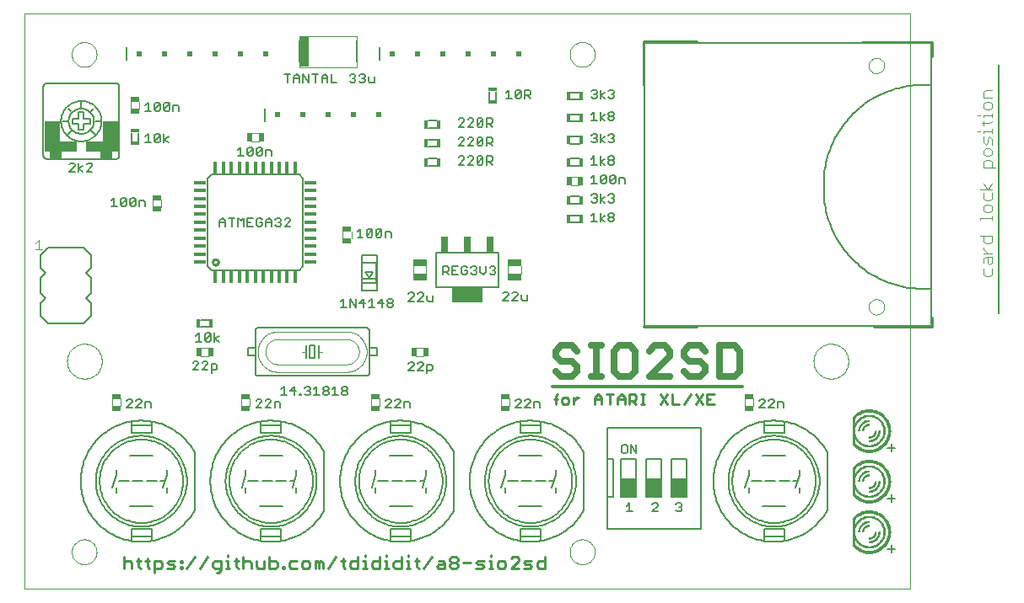
<source format=gto>
G75*
%MOIN*%
%OFA0B0*%
%FSLAX24Y24*%
%IPPOS*%
%LPD*%
%AMOC8*
5,1,8,0,0,1.08239X$1,22.5*
%
%ADD10C,0.0000*%
%ADD11C,0.0270*%
%ADD12C,0.0090*%
%ADD13C,0.0120*%
%ADD14C,0.0100*%
%ADD15C,0.0050*%
%ADD16C,0.0040*%
%ADD17C,0.0060*%
%ADD18C,0.0006*%
%ADD19C,0.0010*%
%ADD20C,0.0080*%
%ADD21R,0.0200X0.0200*%
%ADD22R,0.0157X0.0453*%
%ADD23R,0.0157X0.0453*%
%ADD24R,0.0158X0.0453*%
%ADD25R,0.0453X0.0157*%
%ADD26R,0.0453X0.0157*%
%ADD27R,0.0453X0.0158*%
%ADD28C,0.0020*%
%ADD29R,0.0197X0.0374*%
%ADD30C,0.0030*%
%ADD31R,0.0600X0.0750*%
%ADD32R,0.1250X0.0400*%
%ADD33R,0.0600X0.1050*%
%ADD34R,0.0500X0.0300*%
%ADD35R,0.1200X0.0600*%
%ADD36R,0.0300X0.0600*%
%ADD37R,0.0160X0.0340*%
%ADD38R,0.0374X0.0197*%
%ADD39R,0.0551X0.0079*%
%ADD40R,0.0571X0.0295*%
%ADD41R,0.0340X0.0160*%
%ADD42R,0.0079X0.0866*%
%ADD43R,0.0374X0.1220*%
D10*
X000180Y000180D02*
X000180Y022930D01*
X035180Y022930D01*
X035180Y000180D01*
X000180Y000180D01*
X002050Y001637D02*
X002052Y001681D01*
X002058Y001725D01*
X002068Y001768D01*
X002081Y001810D01*
X002099Y001850D01*
X002120Y001889D01*
X002144Y001926D01*
X002171Y001961D01*
X002202Y001993D01*
X002235Y002022D01*
X002271Y002048D01*
X002309Y002070D01*
X002349Y002089D01*
X002390Y002105D01*
X002433Y002117D01*
X002476Y002125D01*
X002520Y002129D01*
X002564Y002129D01*
X002608Y002125D01*
X002651Y002117D01*
X002694Y002105D01*
X002735Y002089D01*
X002775Y002070D01*
X002813Y002048D01*
X002849Y002022D01*
X002882Y001993D01*
X002913Y001961D01*
X002940Y001926D01*
X002964Y001889D01*
X002985Y001850D01*
X003003Y001810D01*
X003016Y001768D01*
X003026Y001725D01*
X003032Y001681D01*
X003034Y001637D01*
X003032Y001593D01*
X003026Y001549D01*
X003016Y001506D01*
X003003Y001464D01*
X002985Y001424D01*
X002964Y001385D01*
X002940Y001348D01*
X002913Y001313D01*
X002882Y001281D01*
X002849Y001252D01*
X002813Y001226D01*
X002775Y001204D01*
X002735Y001185D01*
X002694Y001169D01*
X002651Y001157D01*
X002608Y001149D01*
X002564Y001145D01*
X002520Y001145D01*
X002476Y001149D01*
X002433Y001157D01*
X002390Y001169D01*
X002349Y001185D01*
X002309Y001204D01*
X002271Y001226D01*
X002235Y001252D01*
X002202Y001281D01*
X002171Y001313D01*
X002144Y001348D01*
X002120Y001385D01*
X002099Y001424D01*
X002081Y001464D01*
X002068Y001506D01*
X002058Y001549D01*
X002052Y001593D01*
X002050Y001637D01*
X001866Y009180D02*
X001868Y009232D01*
X001874Y009284D01*
X001884Y009335D01*
X001897Y009385D01*
X001915Y009435D01*
X001936Y009482D01*
X001960Y009528D01*
X001989Y009572D01*
X002020Y009614D01*
X002054Y009653D01*
X002091Y009690D01*
X002131Y009723D01*
X002174Y009754D01*
X002218Y009781D01*
X002264Y009805D01*
X002313Y009825D01*
X002362Y009841D01*
X002413Y009854D01*
X002464Y009863D01*
X002516Y009868D01*
X002568Y009869D01*
X002620Y009866D01*
X002672Y009859D01*
X002723Y009848D01*
X002773Y009834D01*
X002822Y009815D01*
X002869Y009793D01*
X002914Y009768D01*
X002958Y009739D01*
X002999Y009707D01*
X003038Y009672D01*
X003073Y009634D01*
X003106Y009593D01*
X003136Y009551D01*
X003162Y009506D01*
X003185Y009459D01*
X003204Y009410D01*
X003220Y009360D01*
X003232Y009310D01*
X003240Y009258D01*
X003244Y009206D01*
X003244Y009154D01*
X003240Y009102D01*
X003232Y009050D01*
X003220Y009000D01*
X003204Y008950D01*
X003185Y008901D01*
X003162Y008854D01*
X003136Y008809D01*
X003106Y008767D01*
X003073Y008726D01*
X003038Y008688D01*
X002999Y008653D01*
X002958Y008621D01*
X002914Y008592D01*
X002869Y008567D01*
X002822Y008545D01*
X002773Y008526D01*
X002723Y008512D01*
X002672Y008501D01*
X002620Y008494D01*
X002568Y008491D01*
X002516Y008492D01*
X002464Y008497D01*
X002413Y008506D01*
X002362Y008519D01*
X002313Y008535D01*
X002264Y008555D01*
X002218Y008579D01*
X002174Y008606D01*
X002131Y008637D01*
X002091Y008670D01*
X002054Y008707D01*
X002020Y008746D01*
X001989Y008788D01*
X001960Y008832D01*
X001936Y008878D01*
X001915Y008925D01*
X001897Y008975D01*
X001884Y009025D01*
X001874Y009076D01*
X001868Y009128D01*
X001866Y009180D01*
X002050Y021322D02*
X002052Y021366D01*
X002058Y021410D01*
X002068Y021453D01*
X002081Y021495D01*
X002099Y021535D01*
X002120Y021574D01*
X002144Y021611D01*
X002171Y021646D01*
X002202Y021678D01*
X002235Y021707D01*
X002271Y021733D01*
X002309Y021755D01*
X002349Y021774D01*
X002390Y021790D01*
X002433Y021802D01*
X002476Y021810D01*
X002520Y021814D01*
X002564Y021814D01*
X002608Y021810D01*
X002651Y021802D01*
X002694Y021790D01*
X002735Y021774D01*
X002775Y021755D01*
X002813Y021733D01*
X002849Y021707D01*
X002882Y021678D01*
X002913Y021646D01*
X002940Y021611D01*
X002964Y021574D01*
X002985Y021535D01*
X003003Y021495D01*
X003016Y021453D01*
X003026Y021410D01*
X003032Y021366D01*
X003034Y021322D01*
X003032Y021278D01*
X003026Y021234D01*
X003016Y021191D01*
X003003Y021149D01*
X002985Y021109D01*
X002964Y021070D01*
X002940Y021033D01*
X002913Y020998D01*
X002882Y020966D01*
X002849Y020937D01*
X002813Y020911D01*
X002775Y020889D01*
X002735Y020870D01*
X002694Y020854D01*
X002651Y020842D01*
X002608Y020834D01*
X002564Y020830D01*
X002520Y020830D01*
X002476Y020834D01*
X002433Y020842D01*
X002390Y020854D01*
X002349Y020870D01*
X002309Y020889D01*
X002271Y020911D01*
X002235Y020937D01*
X002202Y020966D01*
X002171Y020998D01*
X002144Y021033D01*
X002120Y021070D01*
X002099Y021109D01*
X002081Y021149D01*
X002068Y021191D01*
X002058Y021234D01*
X002052Y021278D01*
X002050Y021322D01*
X021735Y021322D02*
X021737Y021366D01*
X021743Y021410D01*
X021753Y021453D01*
X021766Y021495D01*
X021784Y021535D01*
X021805Y021574D01*
X021829Y021611D01*
X021856Y021646D01*
X021887Y021678D01*
X021920Y021707D01*
X021956Y021733D01*
X021994Y021755D01*
X022034Y021774D01*
X022075Y021790D01*
X022118Y021802D01*
X022161Y021810D01*
X022205Y021814D01*
X022249Y021814D01*
X022293Y021810D01*
X022336Y021802D01*
X022379Y021790D01*
X022420Y021774D01*
X022460Y021755D01*
X022498Y021733D01*
X022534Y021707D01*
X022567Y021678D01*
X022598Y021646D01*
X022625Y021611D01*
X022649Y021574D01*
X022670Y021535D01*
X022688Y021495D01*
X022701Y021453D01*
X022711Y021410D01*
X022717Y021366D01*
X022719Y021322D01*
X022717Y021278D01*
X022711Y021234D01*
X022701Y021191D01*
X022688Y021149D01*
X022670Y021109D01*
X022649Y021070D01*
X022625Y021033D01*
X022598Y020998D01*
X022567Y020966D01*
X022534Y020937D01*
X022498Y020911D01*
X022460Y020889D01*
X022420Y020870D01*
X022379Y020854D01*
X022336Y020842D01*
X022293Y020834D01*
X022249Y020830D01*
X022205Y020830D01*
X022161Y020834D01*
X022118Y020842D01*
X022075Y020854D01*
X022034Y020870D01*
X021994Y020889D01*
X021956Y020911D01*
X021920Y020937D01*
X021887Y020966D01*
X021856Y020998D01*
X021829Y021033D01*
X021805Y021070D01*
X021784Y021109D01*
X021766Y021149D01*
X021753Y021191D01*
X021743Y021234D01*
X021737Y021278D01*
X021735Y021322D01*
X033548Y020881D02*
X033550Y020916D01*
X033556Y020950D01*
X033566Y020983D01*
X033579Y021016D01*
X033596Y021046D01*
X033617Y021074D01*
X033640Y021100D01*
X033667Y021123D01*
X033695Y021142D01*
X033726Y021158D01*
X033759Y021171D01*
X033792Y021180D01*
X033827Y021185D01*
X033862Y021186D01*
X033896Y021183D01*
X033931Y021176D01*
X033964Y021165D01*
X033995Y021151D01*
X034025Y021133D01*
X034053Y021112D01*
X034078Y021087D01*
X034100Y021060D01*
X034119Y021031D01*
X034134Y021000D01*
X034146Y020967D01*
X034154Y020933D01*
X034158Y020898D01*
X034158Y020864D01*
X034154Y020829D01*
X034146Y020795D01*
X034134Y020762D01*
X034119Y020731D01*
X034100Y020702D01*
X034078Y020675D01*
X034053Y020650D01*
X034025Y020629D01*
X033995Y020611D01*
X033964Y020597D01*
X033931Y020586D01*
X033896Y020579D01*
X033862Y020576D01*
X033827Y020577D01*
X033792Y020582D01*
X033759Y020591D01*
X033726Y020604D01*
X033695Y020620D01*
X033667Y020639D01*
X033640Y020662D01*
X033617Y020688D01*
X033596Y020716D01*
X033579Y020746D01*
X033566Y020779D01*
X033556Y020812D01*
X033550Y020846D01*
X033548Y020881D01*
X033548Y011330D02*
X033550Y011365D01*
X033556Y011399D01*
X033566Y011432D01*
X033579Y011465D01*
X033596Y011495D01*
X033617Y011523D01*
X033640Y011549D01*
X033667Y011572D01*
X033695Y011591D01*
X033726Y011607D01*
X033759Y011620D01*
X033792Y011629D01*
X033827Y011634D01*
X033862Y011635D01*
X033896Y011632D01*
X033931Y011625D01*
X033964Y011614D01*
X033995Y011600D01*
X034025Y011582D01*
X034053Y011561D01*
X034078Y011536D01*
X034100Y011509D01*
X034119Y011480D01*
X034134Y011449D01*
X034146Y011416D01*
X034154Y011382D01*
X034158Y011347D01*
X034158Y011313D01*
X034154Y011278D01*
X034146Y011244D01*
X034134Y011211D01*
X034119Y011180D01*
X034100Y011151D01*
X034078Y011124D01*
X034053Y011099D01*
X034025Y011078D01*
X033995Y011060D01*
X033964Y011046D01*
X033931Y011035D01*
X033896Y011028D01*
X033862Y011025D01*
X033827Y011026D01*
X033792Y011031D01*
X033759Y011040D01*
X033726Y011053D01*
X033695Y011069D01*
X033667Y011088D01*
X033640Y011111D01*
X033617Y011137D01*
X033596Y011165D01*
X033579Y011195D01*
X033566Y011228D01*
X033556Y011261D01*
X033550Y011295D01*
X033548Y011330D01*
X031366Y009180D02*
X031368Y009232D01*
X031374Y009284D01*
X031384Y009335D01*
X031397Y009385D01*
X031415Y009435D01*
X031436Y009482D01*
X031460Y009528D01*
X031489Y009572D01*
X031520Y009614D01*
X031554Y009653D01*
X031591Y009690D01*
X031631Y009723D01*
X031674Y009754D01*
X031718Y009781D01*
X031764Y009805D01*
X031813Y009825D01*
X031862Y009841D01*
X031913Y009854D01*
X031964Y009863D01*
X032016Y009868D01*
X032068Y009869D01*
X032120Y009866D01*
X032172Y009859D01*
X032223Y009848D01*
X032273Y009834D01*
X032322Y009815D01*
X032369Y009793D01*
X032414Y009768D01*
X032458Y009739D01*
X032499Y009707D01*
X032538Y009672D01*
X032573Y009634D01*
X032606Y009593D01*
X032636Y009551D01*
X032662Y009506D01*
X032685Y009459D01*
X032704Y009410D01*
X032720Y009360D01*
X032732Y009310D01*
X032740Y009258D01*
X032744Y009206D01*
X032744Y009154D01*
X032740Y009102D01*
X032732Y009050D01*
X032720Y009000D01*
X032704Y008950D01*
X032685Y008901D01*
X032662Y008854D01*
X032636Y008809D01*
X032606Y008767D01*
X032573Y008726D01*
X032538Y008688D01*
X032499Y008653D01*
X032458Y008621D01*
X032414Y008592D01*
X032369Y008567D01*
X032322Y008545D01*
X032273Y008526D01*
X032223Y008512D01*
X032172Y008501D01*
X032120Y008494D01*
X032068Y008491D01*
X032016Y008492D01*
X031964Y008497D01*
X031913Y008506D01*
X031862Y008519D01*
X031813Y008535D01*
X031764Y008555D01*
X031718Y008579D01*
X031674Y008606D01*
X031631Y008637D01*
X031591Y008670D01*
X031554Y008707D01*
X031520Y008746D01*
X031489Y008788D01*
X031460Y008832D01*
X031436Y008878D01*
X031415Y008925D01*
X031397Y008975D01*
X031384Y009025D01*
X031374Y009076D01*
X031368Y009128D01*
X031366Y009180D01*
X021735Y001637D02*
X021737Y001681D01*
X021743Y001725D01*
X021753Y001768D01*
X021766Y001810D01*
X021784Y001850D01*
X021805Y001889D01*
X021829Y001926D01*
X021856Y001961D01*
X021887Y001993D01*
X021920Y002022D01*
X021956Y002048D01*
X021994Y002070D01*
X022034Y002089D01*
X022075Y002105D01*
X022118Y002117D01*
X022161Y002125D01*
X022205Y002129D01*
X022249Y002129D01*
X022293Y002125D01*
X022336Y002117D01*
X022379Y002105D01*
X022420Y002089D01*
X022460Y002070D01*
X022498Y002048D01*
X022534Y002022D01*
X022567Y001993D01*
X022598Y001961D01*
X022625Y001926D01*
X022649Y001889D01*
X022670Y001850D01*
X022688Y001810D01*
X022701Y001768D01*
X022711Y001725D01*
X022717Y001681D01*
X022719Y001637D01*
X022717Y001593D01*
X022711Y001549D01*
X022701Y001506D01*
X022688Y001464D01*
X022670Y001424D01*
X022649Y001385D01*
X022625Y001348D01*
X022598Y001313D01*
X022567Y001281D01*
X022534Y001252D01*
X022498Y001226D01*
X022460Y001204D01*
X022420Y001185D01*
X022379Y001169D01*
X022336Y001157D01*
X022293Y001149D01*
X022249Y001145D01*
X022205Y001145D01*
X022161Y001149D01*
X022118Y001157D01*
X022075Y001169D01*
X022034Y001185D01*
X021994Y001204D01*
X021956Y001226D01*
X021920Y001252D01*
X021887Y001281D01*
X021856Y001313D01*
X021829Y001348D01*
X021805Y001385D01*
X021784Y001424D01*
X021766Y001464D01*
X021753Y001506D01*
X021743Y001549D01*
X021737Y001593D01*
X021735Y001637D01*
D11*
X021806Y008565D02*
X021395Y008565D01*
X021190Y008770D01*
X021395Y009181D02*
X021806Y009181D01*
X022011Y008975D01*
X022011Y008770D01*
X021806Y008565D01*
X021395Y009181D02*
X021190Y009386D01*
X021190Y009591D01*
X021395Y009796D01*
X021806Y009796D01*
X022011Y009591D01*
X022571Y009796D02*
X022982Y009796D01*
X022776Y009796D02*
X022776Y008565D01*
X022571Y008565D02*
X022982Y008565D01*
X023492Y008770D02*
X023697Y008565D01*
X024107Y008565D01*
X024313Y008770D01*
X024313Y009591D01*
X024107Y009796D01*
X023697Y009796D01*
X023492Y009591D01*
X023492Y008770D01*
X024873Y008565D02*
X025694Y009386D01*
X025694Y009591D01*
X025489Y009796D01*
X025078Y009796D01*
X024873Y009591D01*
X026254Y009591D02*
X026254Y009386D01*
X026460Y009181D01*
X026870Y009181D01*
X027075Y008975D01*
X027075Y008770D01*
X026870Y008565D01*
X026460Y008565D01*
X026254Y008770D01*
X025694Y008565D02*
X024873Y008565D01*
X026254Y009591D02*
X026460Y009796D01*
X026870Y009796D01*
X027075Y009591D01*
X027636Y009796D02*
X028251Y009796D01*
X028456Y009591D01*
X028456Y008770D01*
X028251Y008565D01*
X027636Y008565D01*
X027636Y009796D01*
D12*
X027435Y007885D02*
X027162Y007885D01*
X027162Y007475D01*
X027435Y007475D01*
X027299Y007680D02*
X027162Y007680D01*
X026975Y007475D02*
X026701Y007885D01*
X026515Y007885D02*
X026241Y007475D01*
X026054Y007475D02*
X025781Y007475D01*
X025781Y007885D01*
X025594Y007885D02*
X025320Y007475D01*
X025594Y007475D02*
X025320Y007885D01*
X024690Y007885D02*
X024553Y007885D01*
X024621Y007885D02*
X024621Y007475D01*
X024553Y007475D02*
X024690Y007475D01*
X024366Y007475D02*
X024229Y007612D01*
X024298Y007612D02*
X024093Y007612D01*
X024093Y007475D02*
X024093Y007885D01*
X024298Y007885D01*
X024366Y007817D01*
X024366Y007680D01*
X024298Y007612D01*
X023906Y007680D02*
X023632Y007680D01*
X023632Y007749D02*
X023769Y007885D01*
X023906Y007749D01*
X023906Y007475D01*
X023632Y007475D02*
X023632Y007749D01*
X023445Y007885D02*
X023172Y007885D01*
X023309Y007885D02*
X023309Y007475D01*
X022985Y007475D02*
X022985Y007749D01*
X022848Y007885D01*
X022711Y007749D01*
X022711Y007475D01*
X022711Y007680D02*
X022985Y007680D01*
X022072Y007749D02*
X022004Y007749D01*
X021867Y007612D01*
X021867Y007475D02*
X021867Y007749D01*
X021680Y007680D02*
X021680Y007543D01*
X021612Y007475D01*
X021475Y007475D01*
X021407Y007543D01*
X021407Y007680D01*
X021475Y007749D01*
X021612Y007749D01*
X021680Y007680D01*
X021237Y007680D02*
X021100Y007680D01*
X021168Y007817D02*
X021237Y007885D01*
X021168Y007817D02*
X021168Y007475D01*
X026701Y007475D02*
X026975Y007885D01*
D13*
X028555Y008180D02*
X021055Y008180D01*
D14*
X024643Y010539D02*
X026743Y010539D01*
X024643Y010574D02*
X024643Y010539D01*
X032935Y006930D02*
X032935Y005930D01*
X032935Y004930D02*
X032935Y003930D01*
X032935Y002930D02*
X032935Y001930D01*
X020741Y001440D02*
X020741Y000980D01*
X020510Y000980D01*
X020434Y001057D01*
X020434Y001210D01*
X020510Y001287D01*
X020741Y001287D01*
X020225Y001287D02*
X019995Y001287D01*
X019918Y001210D01*
X019995Y001133D01*
X020148Y001133D01*
X020225Y001057D01*
X020148Y000980D01*
X019918Y000980D01*
X019709Y000980D02*
X019402Y000980D01*
X019709Y001287D01*
X019709Y001364D01*
X019633Y001440D01*
X019479Y001440D01*
X019402Y001364D01*
X019194Y001210D02*
X019117Y001287D01*
X018963Y001287D01*
X018887Y001210D01*
X018887Y001057D01*
X018963Y000980D01*
X019117Y000980D01*
X019194Y001057D01*
X019194Y001210D01*
X018696Y000980D02*
X018543Y000980D01*
X018620Y000980D02*
X018620Y001287D01*
X018543Y001287D01*
X018620Y001440D02*
X018620Y001517D01*
X018334Y001287D02*
X018104Y001287D01*
X018027Y001210D01*
X018104Y001133D01*
X018257Y001133D01*
X018334Y001057D01*
X018257Y000980D01*
X018027Y000980D01*
X017819Y001210D02*
X017512Y001210D01*
X017303Y001133D02*
X017303Y001057D01*
X017226Y000980D01*
X017073Y000980D01*
X016996Y001057D01*
X016996Y001133D01*
X017073Y001210D01*
X017226Y001210D01*
X017303Y001133D01*
X017226Y001210D02*
X017303Y001287D01*
X017303Y001364D01*
X017226Y001440D01*
X017073Y001440D01*
X016996Y001364D01*
X016996Y001287D01*
X017073Y001210D01*
X016787Y001210D02*
X016787Y000980D01*
X016557Y000980D01*
X016480Y001057D01*
X016557Y001133D01*
X016787Y001133D01*
X016787Y001210D02*
X016711Y001287D01*
X016557Y001287D01*
X016272Y001440D02*
X015965Y000980D01*
X015774Y000980D02*
X015698Y001057D01*
X015698Y001364D01*
X015621Y001287D02*
X015774Y001287D01*
X015354Y001287D02*
X015354Y000980D01*
X015277Y000980D02*
X015431Y000980D01*
X015354Y001287D02*
X015277Y001287D01*
X015354Y001440D02*
X015354Y001517D01*
X015068Y001440D02*
X015068Y000980D01*
X014838Y000980D01*
X014762Y001057D01*
X014762Y001210D01*
X014838Y001287D01*
X015068Y001287D01*
X014495Y001287D02*
X014495Y000980D01*
X014571Y000980D02*
X014418Y000980D01*
X014209Y000980D02*
X013979Y000980D01*
X013902Y001057D01*
X013902Y001210D01*
X013979Y001287D01*
X014209Y001287D01*
X014209Y001440D02*
X014209Y000980D01*
X014418Y001287D02*
X014495Y001287D01*
X014495Y001440D02*
X014495Y001517D01*
X013635Y001517D02*
X013635Y001440D01*
X013635Y001287D02*
X013558Y001287D01*
X013635Y001287D02*
X013635Y000980D01*
X013558Y000980D02*
X013712Y000980D01*
X013350Y000980D02*
X013119Y000980D01*
X013043Y001057D01*
X013043Y001210D01*
X013119Y001287D01*
X013350Y001287D01*
X013350Y001440D02*
X013350Y000980D01*
X012852Y000980D02*
X012776Y001057D01*
X012776Y001364D01*
X012699Y001287D02*
X012852Y001287D01*
X012490Y001440D02*
X012183Y000980D01*
X011975Y000980D02*
X011975Y001210D01*
X011898Y001287D01*
X011821Y001210D01*
X011821Y000980D01*
X011668Y000980D02*
X011668Y001287D01*
X011744Y001287D01*
X011821Y001210D01*
X011459Y001210D02*
X011459Y001057D01*
X011382Y000980D01*
X011229Y000980D01*
X011152Y001057D01*
X011152Y001210D01*
X011229Y001287D01*
X011382Y001287D01*
X011459Y001210D01*
X010943Y001287D02*
X010713Y001287D01*
X010636Y001210D01*
X010636Y001057D01*
X010713Y000980D01*
X010943Y000980D01*
X010455Y000980D02*
X010379Y000980D01*
X010379Y001057D01*
X010455Y001057D01*
X010455Y000980D01*
X010170Y001057D02*
X010170Y001210D01*
X010093Y001287D01*
X009863Y001287D01*
X009863Y001440D02*
X009863Y000980D01*
X010093Y000980D01*
X010170Y001057D01*
X009654Y000980D02*
X009654Y001287D01*
X009347Y001287D02*
X009347Y001057D01*
X009424Y000980D01*
X009654Y000980D01*
X009139Y000980D02*
X009139Y001210D01*
X009062Y001287D01*
X008908Y001287D01*
X008832Y001210D01*
X008641Y001287D02*
X008488Y001287D01*
X008565Y001364D02*
X008565Y001057D01*
X008641Y000980D01*
X008832Y000980D02*
X008832Y001440D01*
X008221Y001440D02*
X008221Y001517D01*
X008221Y001287D02*
X008144Y001287D01*
X008221Y001287D02*
X008221Y000980D01*
X008144Y000980D02*
X008298Y000980D01*
X007935Y000980D02*
X007705Y000980D01*
X007629Y001057D01*
X007629Y001210D01*
X007705Y001287D01*
X007935Y001287D01*
X007935Y000903D01*
X007859Y000827D01*
X007782Y000827D01*
X007113Y000980D02*
X007420Y001440D01*
X006904Y001440D02*
X006597Y000980D01*
X006416Y000980D02*
X006339Y000980D01*
X006339Y001057D01*
X006416Y001057D01*
X006416Y000980D01*
X006416Y001210D02*
X006339Y001210D01*
X006339Y001287D01*
X006416Y001287D01*
X006416Y001210D01*
X006131Y001287D02*
X005901Y001287D01*
X005824Y001210D01*
X005901Y001133D01*
X006054Y001133D01*
X006131Y001057D01*
X006054Y000980D01*
X005824Y000980D01*
X005615Y001057D02*
X005615Y001210D01*
X005538Y001287D01*
X005308Y001287D01*
X005308Y000827D01*
X005308Y000980D02*
X005538Y000980D01*
X005615Y001057D01*
X005118Y000980D02*
X005041Y001057D01*
X005041Y001364D01*
X004964Y001287D02*
X005118Y001287D01*
X004774Y001287D02*
X004621Y001287D01*
X004697Y001364D02*
X004697Y001057D01*
X004774Y000980D01*
X004412Y000980D02*
X004412Y001210D01*
X004335Y001287D01*
X004182Y001287D01*
X004105Y001210D01*
X004105Y001440D02*
X004105Y000980D01*
X007619Y013105D02*
X007621Y013125D01*
X007626Y013145D01*
X007636Y013163D01*
X007648Y013180D01*
X007663Y013194D01*
X007681Y013204D01*
X007700Y013212D01*
X007720Y013216D01*
X007740Y013216D01*
X007760Y013212D01*
X007779Y013204D01*
X007797Y013194D01*
X007812Y013180D01*
X007824Y013163D01*
X007834Y013145D01*
X007839Y013125D01*
X007841Y013105D01*
X007839Y013085D01*
X007834Y013065D01*
X007824Y013047D01*
X007812Y013030D01*
X007797Y013016D01*
X007779Y013006D01*
X007760Y012998D01*
X007740Y012994D01*
X007720Y012994D01*
X007700Y012998D01*
X007681Y013006D01*
X007663Y013016D01*
X007648Y013030D01*
X007636Y013047D01*
X007626Y013065D01*
X007621Y013085D01*
X007619Y013105D01*
X024643Y020124D02*
X024643Y021856D01*
X026743Y021856D01*
X033282Y021817D02*
X036053Y021817D01*
X036058Y021259D01*
X036053Y010924D02*
X036053Y010539D01*
X033739Y010539D01*
D15*
X036019Y010570D02*
X024680Y010570D01*
X024680Y021790D01*
X036019Y021790D01*
X036019Y020117D01*
X035704Y020117D01*
X036019Y020117D02*
X036019Y012046D01*
X035704Y012046D01*
X036019Y012046D02*
X036019Y010570D01*
X038696Y011062D02*
X038696Y020904D01*
X035704Y020117D02*
X035580Y020115D01*
X035457Y020109D01*
X035333Y020100D01*
X035211Y020086D01*
X035088Y020069D01*
X034966Y020047D01*
X034845Y020022D01*
X034725Y019993D01*
X034606Y019961D01*
X034487Y019924D01*
X034370Y019884D01*
X034255Y019841D01*
X034140Y019793D01*
X034028Y019742D01*
X033917Y019688D01*
X033807Y019630D01*
X033700Y019569D01*
X033594Y019504D01*
X033491Y019436D01*
X033390Y019365D01*
X033291Y019291D01*
X033194Y019214D01*
X033100Y019133D01*
X033009Y019050D01*
X032920Y018964D01*
X032834Y018875D01*
X032751Y018784D01*
X032670Y018690D01*
X032593Y018593D01*
X032519Y018494D01*
X032448Y018393D01*
X032380Y018290D01*
X032315Y018184D01*
X032254Y018077D01*
X032196Y017967D01*
X032142Y017856D01*
X032091Y017744D01*
X032043Y017629D01*
X032000Y017514D01*
X031960Y017397D01*
X031923Y017278D01*
X031891Y017159D01*
X031862Y017039D01*
X031837Y016918D01*
X031815Y016796D01*
X031798Y016673D01*
X031784Y016551D01*
X031775Y016427D01*
X031769Y016304D01*
X031767Y016180D01*
X031767Y015983D01*
X031769Y015859D01*
X031775Y015736D01*
X031784Y015612D01*
X031798Y015490D01*
X031815Y015367D01*
X031837Y015245D01*
X031862Y015124D01*
X031891Y015004D01*
X031923Y014885D01*
X031960Y014766D01*
X032000Y014649D01*
X032043Y014534D01*
X032091Y014419D01*
X032142Y014307D01*
X032196Y014196D01*
X032254Y014086D01*
X032315Y013979D01*
X032380Y013873D01*
X032448Y013770D01*
X032519Y013669D01*
X032593Y013570D01*
X032670Y013473D01*
X032751Y013379D01*
X032834Y013288D01*
X032920Y013199D01*
X033009Y013113D01*
X033100Y013030D01*
X033194Y012949D01*
X033291Y012872D01*
X033390Y012798D01*
X033491Y012727D01*
X033594Y012659D01*
X033700Y012594D01*
X033807Y012533D01*
X033917Y012475D01*
X034028Y012421D01*
X034140Y012370D01*
X034255Y012322D01*
X034370Y012279D01*
X034487Y012239D01*
X034606Y012202D01*
X034725Y012170D01*
X034845Y012141D01*
X034966Y012116D01*
X035088Y012094D01*
X035211Y012077D01*
X035333Y012063D01*
X035457Y012054D01*
X035580Y012048D01*
X035704Y012046D01*
X034435Y005910D02*
X034435Y005600D01*
X034575Y005750D02*
X034285Y005750D01*
X034435Y003910D02*
X034435Y003600D01*
X034575Y003750D02*
X034285Y003750D01*
X034435Y001910D02*
X034435Y001600D01*
X034575Y001750D02*
X034285Y001750D01*
X026157Y003287D02*
X026100Y003230D01*
X025987Y003230D01*
X025930Y003287D01*
X026043Y003400D02*
X026100Y003400D01*
X026157Y003343D01*
X026157Y003287D01*
X026100Y003400D02*
X026157Y003457D01*
X026157Y003514D01*
X026100Y003570D01*
X025987Y003570D01*
X025930Y003514D01*
X025207Y003514D02*
X025207Y003457D01*
X024980Y003230D01*
X025207Y003230D01*
X025207Y003514D02*
X025150Y003570D01*
X025037Y003570D01*
X024980Y003514D01*
X024207Y003230D02*
X023980Y003230D01*
X024093Y003230D02*
X024093Y003570D01*
X023980Y003457D01*
X023950Y005530D02*
X024007Y005587D01*
X024007Y005814D01*
X023950Y005870D01*
X023837Y005870D01*
X023780Y005814D01*
X023780Y005587D01*
X023837Y005530D01*
X023950Y005530D01*
X024139Y005530D02*
X024139Y005870D01*
X024366Y005530D01*
X024366Y005870D01*
X014105Y011980D02*
X013505Y011980D01*
X013505Y013380D01*
X014105Y013380D01*
X014105Y011980D01*
X002805Y011880D02*
X002605Y011680D01*
X002805Y011480D01*
X002805Y010980D01*
X002505Y010680D01*
X001105Y010680D01*
X000805Y010980D01*
X000805Y011480D01*
X001005Y011680D01*
X000805Y011880D01*
X000805Y012480D01*
X001005Y012680D01*
X000805Y012880D01*
X000805Y013380D01*
X001105Y013680D01*
X002505Y013680D01*
X002805Y013380D01*
X002805Y012880D01*
X002605Y012680D01*
X002805Y012480D01*
X002805Y011880D01*
D16*
X007165Y009725D02*
X007445Y009725D01*
X007445Y009390D02*
X007165Y009390D01*
X008760Y007695D02*
X008760Y007415D01*
X009095Y007415D02*
X009095Y007695D01*
X013885Y007695D02*
X013885Y007415D01*
X014220Y007415D02*
X014220Y007695D01*
X015665Y009385D02*
X015945Y009385D01*
X015945Y009720D02*
X015665Y009720D01*
X019010Y007695D02*
X019010Y007415D01*
X019345Y007415D02*
X019345Y007695D01*
X019295Y012655D02*
X019295Y012945D01*
X019815Y012955D02*
X019815Y012655D01*
X016065Y012655D02*
X016065Y012955D01*
X015545Y012945D02*
X015545Y012655D01*
X013100Y014040D02*
X013100Y014320D01*
X012765Y014320D02*
X012765Y014040D01*
X009445Y017885D02*
X009165Y017885D01*
X009165Y018220D02*
X009445Y018220D01*
X005595Y015570D02*
X005595Y015290D01*
X005260Y015290D02*
X005260Y015570D01*
X004720Y019165D02*
X004720Y019445D01*
X004385Y019445D02*
X004385Y019165D01*
X011058Y020820D02*
X011058Y022040D01*
X013302Y022040D01*
X013302Y020820D01*
X011058Y020820D01*
X021790Y016470D02*
X022070Y016470D01*
X022070Y016135D02*
X021790Y016135D01*
X028635Y007695D02*
X028635Y007415D01*
X028970Y007415D02*
X028970Y007695D01*
X038093Y012615D02*
X038170Y012539D01*
X038323Y012539D01*
X038400Y012615D01*
X038400Y012846D01*
X038323Y012999D02*
X038247Y013076D01*
X038247Y013306D01*
X038170Y013306D02*
X038400Y013306D01*
X038400Y013076D01*
X038323Y012999D01*
X038093Y013076D02*
X038093Y013229D01*
X038170Y013306D01*
X038247Y013459D02*
X038093Y013613D01*
X038093Y013690D01*
X038170Y013843D02*
X038093Y013920D01*
X038093Y014150D01*
X037940Y014150D02*
X038400Y014150D01*
X038400Y013920D01*
X038323Y013843D01*
X038170Y013843D01*
X038093Y013459D02*
X038400Y013459D01*
X038093Y012846D02*
X038093Y012615D01*
X037940Y014764D02*
X037940Y014841D01*
X038400Y014841D01*
X038400Y014917D02*
X038400Y014764D01*
X038323Y015071D02*
X038400Y015147D01*
X038400Y015301D01*
X038323Y015378D01*
X038170Y015378D01*
X038093Y015301D01*
X038093Y015147D01*
X038170Y015071D01*
X038323Y015071D01*
X038323Y015531D02*
X038400Y015608D01*
X038400Y015838D01*
X038400Y015992D02*
X037940Y015992D01*
X038093Y015838D02*
X038093Y015608D01*
X038170Y015531D01*
X038323Y015531D01*
X038247Y015992D02*
X038093Y016222D01*
X038247Y015992D02*
X038400Y016222D01*
X038400Y016836D02*
X038400Y017066D01*
X038323Y017143D01*
X038170Y017143D01*
X038093Y017066D01*
X038093Y016836D01*
X038554Y016836D01*
X038323Y017296D02*
X038400Y017373D01*
X038400Y017526D01*
X038323Y017603D01*
X038170Y017603D01*
X038093Y017526D01*
X038093Y017373D01*
X038170Y017296D01*
X038323Y017296D01*
X038400Y017756D02*
X038400Y017987D01*
X038323Y018063D01*
X038247Y017987D01*
X038247Y017833D01*
X038170Y017756D01*
X038093Y017833D01*
X038093Y018063D01*
X038093Y018217D02*
X038093Y018293D01*
X038400Y018293D01*
X038400Y018217D02*
X038400Y018370D01*
X038323Y018600D02*
X038016Y018600D01*
X038093Y018524D02*
X038093Y018677D01*
X038093Y018831D02*
X038093Y018907D01*
X038400Y018907D01*
X038400Y018831D02*
X038400Y018984D01*
X038323Y019138D02*
X038400Y019214D01*
X038400Y019368D01*
X038323Y019444D01*
X038170Y019444D01*
X038093Y019368D01*
X038093Y019214D01*
X038170Y019138D01*
X038323Y019138D01*
X037940Y018907D02*
X037863Y018907D01*
X038323Y018600D02*
X038400Y018677D01*
X037940Y018293D02*
X037863Y018293D01*
X038093Y019598D02*
X038093Y019828D01*
X038170Y019905D01*
X038400Y019905D01*
X038400Y019598D02*
X038093Y019598D01*
X003970Y007695D02*
X003970Y007415D01*
X003635Y007415D02*
X003635Y007695D01*
D17*
X004210Y007619D02*
X004267Y007675D01*
X004380Y007675D01*
X004437Y007619D01*
X004437Y007562D01*
X004210Y007335D01*
X004437Y007335D01*
X004578Y007335D02*
X004805Y007562D01*
X004805Y007619D01*
X004748Y007675D01*
X004635Y007675D01*
X004578Y007619D01*
X004578Y007335D02*
X004805Y007335D01*
X004947Y007335D02*
X004947Y007562D01*
X005117Y007562D01*
X005173Y007505D01*
X005173Y007335D01*
X005205Y006780D02*
X005205Y006630D01*
X005205Y006330D01*
X004405Y006330D01*
X004405Y006630D01*
X005205Y006630D01*
X004405Y006630D02*
X004405Y006780D01*
X004355Y005430D02*
X005255Y005430D01*
X005805Y004880D02*
X005805Y004680D01*
X005655Y004180D01*
X005805Y004180D02*
X005805Y003980D01*
X005705Y004430D02*
X005555Y004430D01*
X005405Y004430D02*
X005005Y004430D01*
X004855Y004430D02*
X004455Y004430D01*
X004305Y004430D02*
X003905Y004430D01*
X003805Y004680D02*
X003655Y004180D01*
X003805Y004180D02*
X003805Y003980D01*
X003805Y004680D02*
X003805Y004880D01*
X003260Y005354D02*
X003219Y005281D01*
X003181Y005205D01*
X003146Y005128D01*
X003115Y005050D01*
X003088Y004970D01*
X003064Y004889D01*
X003045Y004807D01*
X003029Y004724D01*
X003017Y004640D01*
X003009Y004556D01*
X003005Y004472D01*
X003005Y004388D01*
X003009Y004304D01*
X003017Y004220D01*
X003029Y004136D01*
X003045Y004053D01*
X003064Y003971D01*
X003088Y003890D01*
X003115Y003810D01*
X003146Y003732D01*
X003181Y003655D01*
X003219Y003579D01*
X003260Y003506D01*
X004355Y003430D02*
X005255Y003430D01*
X005205Y002530D02*
X004405Y002530D01*
X004405Y002230D01*
X004405Y002080D01*
X004405Y002230D02*
X005205Y002230D01*
X005205Y002080D01*
X005205Y002230D02*
X005205Y002530D01*
X006905Y003268D02*
X006905Y005592D01*
X003881Y002885D02*
X003813Y002928D01*
X003747Y002974D01*
X003682Y003023D01*
X003621Y003075D01*
X003561Y003129D01*
X003504Y003186D01*
X003450Y003246D01*
X003398Y003307D01*
X003349Y003372D01*
X003303Y003438D01*
X003260Y003506D01*
X003326Y003699D02*
X003292Y003772D01*
X003262Y003845D01*
X003236Y003921D01*
X003213Y003997D01*
X003194Y004074D01*
X003179Y004152D01*
X003167Y004231D01*
X003159Y004311D01*
X003155Y004390D01*
X003155Y004470D01*
X003159Y004549D01*
X003167Y004629D01*
X003179Y004708D01*
X003194Y004786D01*
X003213Y004863D01*
X003236Y004939D01*
X003262Y005015D01*
X003292Y005088D01*
X003326Y005161D01*
X003326Y003699D02*
X003361Y003631D01*
X003400Y003565D01*
X003442Y003500D01*
X003487Y003438D01*
X003535Y003377D01*
X003585Y003319D01*
X003638Y003263D01*
X003694Y003210D01*
X003752Y003160D01*
X003813Y003112D01*
X003875Y003067D01*
X003940Y003025D01*
X004006Y002986D01*
X004074Y002951D01*
X006350Y005354D02*
X006307Y005422D01*
X006261Y005488D01*
X006212Y005553D01*
X006160Y005614D01*
X006106Y005674D01*
X006049Y005731D01*
X005989Y005785D01*
X005928Y005837D01*
X005863Y005886D01*
X005797Y005932D01*
X005729Y005975D01*
X006350Y005354D02*
X006391Y005281D01*
X006429Y005205D01*
X006464Y005128D01*
X006495Y005050D01*
X006522Y004970D01*
X006546Y004889D01*
X006565Y004807D01*
X006581Y004724D01*
X006593Y004640D01*
X006601Y004556D01*
X006605Y004472D01*
X006605Y004388D01*
X006601Y004304D01*
X006593Y004220D01*
X006581Y004136D01*
X006565Y004053D01*
X006546Y003971D01*
X006522Y003890D01*
X006495Y003810D01*
X006464Y003732D01*
X006429Y003655D01*
X006391Y003579D01*
X006350Y003506D01*
X003881Y005975D02*
X003813Y005932D01*
X003747Y005886D01*
X003682Y005837D01*
X003621Y005785D01*
X003561Y005731D01*
X003504Y005674D01*
X003450Y005614D01*
X003398Y005553D01*
X003349Y005488D01*
X003303Y005422D01*
X003260Y005354D01*
X005536Y002951D02*
X005604Y002986D01*
X005670Y003025D01*
X005735Y003067D01*
X005797Y003112D01*
X005858Y003160D01*
X005916Y003210D01*
X005972Y003263D01*
X006025Y003319D01*
X006075Y003377D01*
X006123Y003438D01*
X006168Y003500D01*
X006210Y003565D01*
X006249Y003631D01*
X006284Y003699D01*
X004074Y005909D02*
X004006Y005874D01*
X003940Y005835D01*
X003875Y005793D01*
X003813Y005748D01*
X003752Y005700D01*
X003694Y005650D01*
X003638Y005597D01*
X003585Y005541D01*
X003535Y005483D01*
X003487Y005422D01*
X003442Y005360D01*
X003400Y005295D01*
X003361Y005229D01*
X003326Y005161D01*
X005729Y002885D02*
X005797Y002928D01*
X005863Y002974D01*
X005928Y003023D01*
X005989Y003075D01*
X006049Y003129D01*
X006106Y003186D01*
X006160Y003246D01*
X006212Y003307D01*
X006261Y003372D01*
X006307Y003438D01*
X006350Y003506D01*
X006284Y003699D02*
X006318Y003772D01*
X006348Y003845D01*
X006374Y003921D01*
X006397Y003997D01*
X006416Y004074D01*
X006431Y004152D01*
X006443Y004231D01*
X006451Y004311D01*
X006455Y004390D01*
X006455Y004470D01*
X006451Y004549D01*
X006443Y004629D01*
X006431Y004708D01*
X006416Y004786D01*
X006397Y004863D01*
X006374Y004939D01*
X006348Y005015D01*
X006318Y005088D01*
X006284Y005161D01*
X005729Y005975D02*
X005656Y006016D01*
X005580Y006054D01*
X005503Y006089D01*
X005425Y006120D01*
X005345Y006147D01*
X005264Y006171D01*
X005182Y006190D01*
X005099Y006206D01*
X005015Y006218D01*
X004931Y006226D01*
X004847Y006230D01*
X004763Y006230D01*
X004679Y006226D01*
X004595Y006218D01*
X004511Y006206D01*
X004428Y006190D01*
X004346Y006171D01*
X004265Y006147D01*
X004185Y006120D01*
X004107Y006089D01*
X004030Y006054D01*
X003954Y006016D01*
X003881Y005975D01*
X004074Y005909D02*
X004147Y005943D01*
X004220Y005973D01*
X004296Y005999D01*
X004372Y006022D01*
X004449Y006041D01*
X004527Y006056D01*
X004606Y006068D01*
X004686Y006076D01*
X004765Y006080D01*
X004845Y006080D01*
X004924Y006076D01*
X005004Y006068D01*
X005083Y006056D01*
X005161Y006041D01*
X005238Y006022D01*
X005314Y005999D01*
X005390Y005973D01*
X005463Y005943D01*
X005536Y005909D01*
X006905Y005592D02*
X006856Y005676D01*
X006804Y005758D01*
X006748Y005838D01*
X006690Y005916D01*
X006628Y005991D01*
X006563Y006064D01*
X006495Y006134D01*
X006425Y006201D01*
X006352Y006265D01*
X006276Y006326D01*
X006198Y006384D01*
X006118Y006439D01*
X006035Y006491D01*
X005951Y006539D01*
X005864Y006584D01*
X005776Y006625D01*
X005686Y006662D01*
X005595Y006696D01*
X005502Y006726D01*
X005409Y006753D01*
X005314Y006775D01*
X005219Y006794D01*
X005122Y006809D01*
X005026Y006820D01*
X004929Y006827D01*
X004831Y006830D01*
X004734Y006829D01*
X004637Y006824D01*
X004540Y006815D01*
X004443Y006803D01*
X004347Y006786D01*
X004252Y006765D01*
X004158Y006741D01*
X004065Y006713D01*
X003973Y006681D01*
X003882Y006646D01*
X003793Y006606D01*
X003706Y006563D01*
X003620Y006517D01*
X003537Y006467D01*
X003455Y006414D01*
X003376Y006358D01*
X003299Y006298D01*
X003224Y006236D01*
X003152Y006170D01*
X003083Y006102D01*
X003017Y006031D01*
X002953Y005957D01*
X002893Y005880D01*
X002836Y005802D01*
X002782Y005721D01*
X002731Y005638D01*
X002684Y005552D01*
X002640Y005466D01*
X002600Y005377D01*
X002563Y005287D01*
X002530Y005195D01*
X002501Y005102D01*
X002476Y005008D01*
X002454Y004913D01*
X002437Y004818D01*
X002423Y004721D01*
X002413Y004624D01*
X002407Y004527D01*
X002405Y004430D01*
X002407Y004333D01*
X002413Y004236D01*
X002423Y004139D01*
X002437Y004042D01*
X002454Y003947D01*
X002476Y003852D01*
X002501Y003758D01*
X002530Y003665D01*
X002563Y003573D01*
X002600Y003483D01*
X002640Y003394D01*
X002684Y003308D01*
X002731Y003222D01*
X002782Y003139D01*
X002836Y003058D01*
X002893Y002980D01*
X002953Y002903D01*
X003017Y002829D01*
X003083Y002758D01*
X003152Y002690D01*
X003224Y002624D01*
X003299Y002562D01*
X003376Y002502D01*
X003455Y002446D01*
X003537Y002393D01*
X003620Y002343D01*
X003706Y002297D01*
X003793Y002254D01*
X003882Y002214D01*
X003973Y002179D01*
X004065Y002147D01*
X004158Y002119D01*
X004252Y002095D01*
X004347Y002074D01*
X004443Y002057D01*
X004540Y002045D01*
X004637Y002036D01*
X004734Y002031D01*
X004831Y002030D01*
X004929Y002033D01*
X005026Y002040D01*
X005122Y002051D01*
X005219Y002066D01*
X005314Y002085D01*
X005409Y002107D01*
X005502Y002134D01*
X005595Y002164D01*
X005686Y002198D01*
X005776Y002235D01*
X005864Y002276D01*
X005951Y002321D01*
X006035Y002369D01*
X006118Y002421D01*
X006198Y002476D01*
X006276Y002534D01*
X006352Y002595D01*
X006425Y002659D01*
X006495Y002726D01*
X006563Y002796D01*
X006628Y002869D01*
X006690Y002944D01*
X006748Y003022D01*
X006804Y003102D01*
X006856Y003184D01*
X006905Y003268D01*
X008780Y004180D02*
X008930Y004680D01*
X008930Y004880D01*
X009030Y004430D02*
X009430Y004430D01*
X009580Y004430D02*
X009980Y004430D01*
X009006Y002885D02*
X008938Y002928D01*
X008872Y002974D01*
X008807Y003023D01*
X008746Y003075D01*
X008686Y003129D01*
X008629Y003186D01*
X008575Y003246D01*
X008523Y003307D01*
X008474Y003372D01*
X008428Y003438D01*
X008385Y003506D01*
X008930Y003980D02*
X008930Y004180D01*
X010854Y005975D02*
X010922Y005932D01*
X010988Y005886D01*
X011053Y005837D01*
X011114Y005785D01*
X011174Y005731D01*
X011231Y005674D01*
X011285Y005614D01*
X011337Y005553D01*
X011386Y005488D01*
X011432Y005422D01*
X011475Y005354D01*
X012030Y005592D02*
X012030Y003268D01*
X010930Y003980D02*
X010930Y004180D01*
X010780Y004180D02*
X010930Y004680D01*
X010930Y004880D01*
X010830Y004430D02*
X010680Y004430D01*
X010530Y004430D02*
X010130Y004430D01*
X009199Y002951D02*
X009131Y002986D01*
X009065Y003025D01*
X009000Y003067D01*
X008938Y003112D01*
X008877Y003160D01*
X008819Y003210D01*
X008763Y003263D01*
X008710Y003319D01*
X008660Y003377D01*
X008612Y003438D01*
X008567Y003500D01*
X008525Y003565D01*
X008486Y003631D01*
X008451Y003699D01*
X009480Y003430D02*
X010380Y003430D01*
X010330Y002530D02*
X009530Y002530D01*
X009530Y002230D01*
X009530Y002080D01*
X009530Y002230D02*
X010330Y002230D01*
X010330Y002080D01*
X010330Y002230D02*
X010330Y002530D01*
X008385Y005354D02*
X008428Y005422D01*
X008474Y005488D01*
X008523Y005553D01*
X008575Y005614D01*
X008629Y005674D01*
X008686Y005731D01*
X008746Y005785D01*
X008807Y005837D01*
X008872Y005886D01*
X008938Y005932D01*
X009006Y005975D01*
X009530Y006330D02*
X009530Y006630D01*
X010330Y006630D01*
X010330Y006330D01*
X009530Y006330D01*
X009530Y006630D02*
X009530Y006780D01*
X009562Y007335D02*
X009335Y007335D01*
X009562Y007562D01*
X009562Y007619D01*
X009505Y007675D01*
X009392Y007675D01*
X009335Y007619D01*
X009703Y007619D02*
X009760Y007675D01*
X009873Y007675D01*
X009930Y007619D01*
X009930Y007562D01*
X009703Y007335D01*
X009930Y007335D01*
X010072Y007335D02*
X010072Y007562D01*
X010242Y007562D01*
X010298Y007505D01*
X010298Y007335D01*
X010323Y007835D02*
X010549Y007835D01*
X010436Y007835D02*
X010436Y008175D01*
X010323Y008062D01*
X010691Y008005D02*
X010861Y008175D01*
X010861Y007835D01*
X010918Y008005D02*
X010691Y008005D01*
X011059Y007892D02*
X011059Y007835D01*
X011116Y007835D01*
X011116Y007892D01*
X011059Y007892D01*
X011243Y007892D02*
X011300Y007835D01*
X011414Y007835D01*
X011470Y007892D01*
X011470Y007948D01*
X011414Y008005D01*
X011357Y008005D01*
X011414Y008005D02*
X011470Y008062D01*
X011470Y008119D01*
X011414Y008175D01*
X011300Y008175D01*
X011243Y008119D01*
X011612Y008062D02*
X011725Y008175D01*
X011725Y007835D01*
X011612Y007835D02*
X011839Y007835D01*
X011980Y007892D02*
X011980Y007948D01*
X012037Y008005D01*
X012150Y008005D01*
X012207Y007948D01*
X012207Y007892D01*
X012150Y007835D01*
X012037Y007835D01*
X011980Y007892D01*
X012037Y008005D02*
X011980Y008062D01*
X011980Y008119D01*
X012037Y008175D01*
X012150Y008175D01*
X012207Y008119D01*
X012207Y008062D01*
X012150Y008005D01*
X012348Y008062D02*
X012462Y008175D01*
X012462Y007835D01*
X012575Y007835D02*
X012348Y007835D01*
X012717Y007892D02*
X012717Y007948D01*
X012773Y008005D01*
X012887Y008005D01*
X012944Y007948D01*
X012944Y007892D01*
X012887Y007835D01*
X012773Y007835D01*
X012717Y007892D01*
X012773Y008005D02*
X012717Y008062D01*
X012717Y008119D01*
X012773Y008175D01*
X012887Y008175D01*
X012944Y008119D01*
X012944Y008062D01*
X012887Y008005D01*
X013705Y008605D02*
X009405Y008605D01*
X009388Y008607D01*
X009371Y008611D01*
X009355Y008618D01*
X009341Y008628D01*
X009328Y008641D01*
X009318Y008655D01*
X009311Y008671D01*
X009307Y008688D01*
X009305Y008705D01*
X009305Y009105D01*
X009305Y010005D01*
X009305Y010405D01*
X009307Y010422D01*
X009311Y010439D01*
X009318Y010455D01*
X009328Y010469D01*
X009341Y010482D01*
X009355Y010492D01*
X009371Y010499D01*
X009388Y010503D01*
X009405Y010505D01*
X013705Y010505D01*
X013722Y010503D01*
X013739Y010499D01*
X013755Y010492D01*
X013769Y010482D01*
X013782Y010469D01*
X013792Y010455D01*
X013799Y010439D01*
X013803Y010422D01*
X013805Y010405D01*
X013805Y010005D01*
X013805Y009705D01*
X014105Y009705D01*
X014105Y009405D01*
X013805Y009405D01*
X013805Y009105D01*
X013805Y008705D01*
X013803Y008688D01*
X013799Y008671D01*
X013792Y008655D01*
X013782Y008641D01*
X013769Y008628D01*
X013755Y008618D01*
X013739Y008611D01*
X013722Y008607D01*
X013705Y008605D01*
X013805Y009405D02*
X013805Y009705D01*
X015355Y009094D02*
X015412Y009150D01*
X015525Y009150D01*
X015582Y009094D01*
X015582Y009037D01*
X015355Y008810D01*
X015582Y008810D01*
X015723Y008810D02*
X015950Y009037D01*
X015950Y009094D01*
X015894Y009150D01*
X015780Y009150D01*
X015723Y009094D01*
X015723Y008810D02*
X015950Y008810D01*
X016092Y008810D02*
X016262Y008810D01*
X016319Y008867D01*
X016319Y008980D01*
X016262Y009037D01*
X016092Y009037D01*
X016092Y008697D01*
X015055Y007619D02*
X014998Y007675D01*
X014885Y007675D01*
X014828Y007619D01*
X014687Y007619D02*
X014630Y007675D01*
X014517Y007675D01*
X014460Y007619D01*
X014687Y007619D02*
X014687Y007562D01*
X014460Y007335D01*
X014687Y007335D01*
X014828Y007335D02*
X015055Y007562D01*
X015055Y007619D01*
X015197Y007562D02*
X015197Y007335D01*
X015055Y007335D02*
X014828Y007335D01*
X015197Y007562D02*
X015367Y007562D01*
X015423Y007505D01*
X015423Y007335D01*
X015455Y006780D02*
X015455Y006630D01*
X015455Y006330D01*
X014655Y006330D01*
X014655Y006630D01*
X015455Y006630D01*
X014655Y006630D02*
X014655Y006780D01*
X014605Y005430D02*
X015505Y005430D01*
X016055Y004880D02*
X016055Y004680D01*
X015905Y004180D01*
X016055Y004180D02*
X016055Y003980D01*
X015955Y004430D02*
X015805Y004430D01*
X015655Y004430D02*
X015255Y004430D01*
X015105Y004430D02*
X014705Y004430D01*
X014555Y004430D02*
X014155Y004430D01*
X014055Y004680D02*
X013905Y004180D01*
X014055Y004180D02*
X014055Y003980D01*
X013510Y003506D02*
X013469Y003579D01*
X013431Y003655D01*
X013396Y003732D01*
X013365Y003810D01*
X013338Y003890D01*
X013314Y003971D01*
X013295Y004053D01*
X013279Y004136D01*
X013267Y004220D01*
X013259Y004304D01*
X013255Y004388D01*
X013255Y004472D01*
X013259Y004556D01*
X013267Y004640D01*
X013279Y004724D01*
X013295Y004807D01*
X013314Y004889D01*
X013338Y004970D01*
X013365Y005050D01*
X013396Y005128D01*
X013431Y005205D01*
X013469Y005281D01*
X013510Y005354D01*
X014055Y004880D02*
X014055Y004680D01*
X013576Y005161D02*
X013542Y005088D01*
X013512Y005015D01*
X013486Y004939D01*
X013463Y004863D01*
X013444Y004786D01*
X013429Y004708D01*
X013417Y004629D01*
X013409Y004549D01*
X013405Y004470D01*
X013405Y004390D01*
X013409Y004311D01*
X013417Y004231D01*
X013429Y004152D01*
X013444Y004074D01*
X013463Y003997D01*
X013486Y003921D01*
X013512Y003845D01*
X013542Y003772D01*
X013576Y003699D01*
X014605Y003430D02*
X015505Y003430D01*
X015455Y002530D02*
X014655Y002530D01*
X014655Y002230D01*
X014655Y002080D01*
X014655Y002230D02*
X015455Y002230D01*
X015455Y002080D01*
X015455Y002230D02*
X015455Y002530D01*
X017155Y003268D02*
X017155Y005592D01*
X019180Y004880D02*
X019180Y004680D01*
X019030Y004180D01*
X019180Y004180D02*
X019180Y003980D01*
X019280Y004430D02*
X019680Y004430D01*
X019830Y004430D02*
X020230Y004430D01*
X019256Y002885D02*
X019188Y002928D01*
X019122Y002974D01*
X019057Y003023D01*
X018996Y003075D01*
X018936Y003129D01*
X018879Y003186D01*
X018825Y003246D01*
X018773Y003307D01*
X018724Y003372D01*
X018678Y003438D01*
X018635Y003506D01*
X019730Y003430D02*
X020630Y003430D01*
X021180Y003980D02*
X021180Y004180D01*
X021030Y004180D02*
X021180Y004680D01*
X021180Y004880D01*
X021080Y004430D02*
X020930Y004430D01*
X020780Y004430D02*
X020380Y004430D01*
X019449Y002951D02*
X019381Y002986D01*
X019315Y003025D01*
X019250Y003067D01*
X019188Y003112D01*
X019127Y003160D01*
X019069Y003210D01*
X019013Y003263D01*
X018960Y003319D01*
X018910Y003377D01*
X018862Y003438D01*
X018817Y003500D01*
X018775Y003565D01*
X018736Y003631D01*
X018701Y003699D01*
X021104Y005975D02*
X021172Y005932D01*
X021238Y005886D01*
X021303Y005837D01*
X021364Y005785D01*
X021424Y005731D01*
X021481Y005674D01*
X021535Y005614D01*
X021587Y005553D01*
X021636Y005488D01*
X021682Y005422D01*
X021725Y005354D01*
X022280Y005592D02*
X022280Y003268D01*
X023205Y003805D02*
X023455Y003805D01*
X023455Y005305D01*
X023205Y005305D01*
X023205Y003805D01*
X023205Y002555D01*
X026905Y002555D01*
X026905Y006555D01*
X023205Y006555D01*
X023205Y005305D01*
X023755Y005305D02*
X024355Y005305D01*
X024355Y003805D01*
X023755Y003805D01*
X023755Y005305D01*
X024755Y005305D02*
X025355Y005305D01*
X025355Y003805D01*
X024755Y003805D01*
X024755Y005305D01*
X025755Y005305D02*
X026355Y005305D01*
X026355Y003805D01*
X025755Y003805D01*
X025755Y005305D01*
X028655Y004180D02*
X028805Y004680D01*
X028805Y004880D01*
X028905Y004430D02*
X029305Y004430D01*
X029455Y004430D02*
X029855Y004430D01*
X028881Y002885D02*
X028813Y002928D01*
X028747Y002974D01*
X028682Y003023D01*
X028621Y003075D01*
X028561Y003129D01*
X028504Y003186D01*
X028450Y003246D01*
X028398Y003307D01*
X028349Y003372D01*
X028303Y003438D01*
X028260Y003506D01*
X028805Y003980D02*
X028805Y004180D01*
X030729Y005975D02*
X030797Y005932D01*
X030863Y005886D01*
X030928Y005837D01*
X030989Y005785D01*
X031049Y005731D01*
X031106Y005674D01*
X031160Y005614D01*
X031212Y005553D01*
X031261Y005488D01*
X031307Y005422D01*
X031350Y005354D01*
X031905Y005592D02*
X031905Y003268D01*
X030805Y003980D02*
X030805Y004180D01*
X030655Y004180D02*
X030805Y004680D01*
X030805Y004880D01*
X030705Y004430D02*
X030555Y004430D01*
X030405Y004430D02*
X030005Y004430D01*
X029074Y002951D02*
X029006Y002986D01*
X028940Y003025D01*
X028875Y003067D01*
X028813Y003112D01*
X028752Y003160D01*
X028694Y003210D01*
X028638Y003263D01*
X028585Y003319D01*
X028535Y003377D01*
X028487Y003438D01*
X028442Y003500D01*
X028400Y003565D01*
X028361Y003631D01*
X028326Y003699D01*
X029355Y003430D02*
X030255Y003430D01*
X030205Y002530D02*
X029405Y002530D01*
X029405Y002230D01*
X029405Y002080D01*
X029405Y002230D02*
X030205Y002230D01*
X030205Y002080D01*
X030205Y002230D02*
X030205Y002530D01*
X028260Y005354D02*
X028303Y005422D01*
X028349Y005488D01*
X028398Y005553D01*
X028450Y005614D01*
X028504Y005674D01*
X028561Y005731D01*
X028621Y005785D01*
X028682Y005837D01*
X028747Y005886D01*
X028813Y005932D01*
X028881Y005975D01*
X029405Y006330D02*
X029405Y006630D01*
X030205Y006630D01*
X030205Y006330D01*
X029405Y006330D01*
X029405Y006630D02*
X029405Y006780D01*
X029437Y007335D02*
X029210Y007335D01*
X029437Y007562D01*
X029437Y007619D01*
X029380Y007675D01*
X029267Y007675D01*
X029210Y007619D01*
X029578Y007619D02*
X029635Y007675D01*
X029748Y007675D01*
X029805Y007619D01*
X029805Y007562D01*
X029578Y007335D01*
X029805Y007335D01*
X029947Y007335D02*
X029947Y007562D01*
X030117Y007562D01*
X030173Y007505D01*
X030173Y007335D01*
X030205Y006780D02*
X030205Y006630D01*
X030255Y005430D02*
X029355Y005430D01*
X028260Y005354D02*
X028219Y005281D01*
X028181Y005205D01*
X028146Y005128D01*
X028115Y005050D01*
X028088Y004970D01*
X028064Y004889D01*
X028045Y004807D01*
X028029Y004724D01*
X028017Y004640D01*
X028009Y004556D01*
X028005Y004472D01*
X028005Y004388D01*
X028009Y004304D01*
X028017Y004220D01*
X028029Y004136D01*
X028045Y004053D01*
X028064Y003971D01*
X028088Y003890D01*
X028115Y003810D01*
X028146Y003732D01*
X028181Y003655D01*
X028219Y003579D01*
X028260Y003506D01*
X028326Y003699D02*
X028292Y003772D01*
X028262Y003845D01*
X028236Y003921D01*
X028213Y003997D01*
X028194Y004074D01*
X028179Y004152D01*
X028167Y004231D01*
X028159Y004311D01*
X028155Y004390D01*
X028155Y004470D01*
X028159Y004549D01*
X028167Y004629D01*
X028179Y004708D01*
X028194Y004786D01*
X028213Y004863D01*
X028236Y004939D01*
X028262Y005015D01*
X028292Y005088D01*
X028326Y005161D01*
X030536Y002951D02*
X030604Y002986D01*
X030670Y003025D01*
X030735Y003067D01*
X030797Y003112D01*
X030858Y003160D01*
X030916Y003210D01*
X030972Y003263D01*
X031025Y003319D01*
X031075Y003377D01*
X031123Y003438D01*
X031168Y003500D01*
X031210Y003565D01*
X031249Y003631D01*
X031284Y003699D01*
X029074Y005909D02*
X029006Y005874D01*
X028940Y005835D01*
X028875Y005793D01*
X028813Y005748D01*
X028752Y005700D01*
X028694Y005650D01*
X028638Y005597D01*
X028585Y005541D01*
X028535Y005483D01*
X028487Y005422D01*
X028442Y005360D01*
X028400Y005295D01*
X028361Y005229D01*
X028326Y005161D01*
X030729Y002885D02*
X030797Y002928D01*
X030863Y002974D01*
X030928Y003023D01*
X030989Y003075D01*
X031049Y003129D01*
X031106Y003186D01*
X031160Y003246D01*
X031212Y003307D01*
X031261Y003372D01*
X031307Y003438D01*
X031350Y003506D01*
X031391Y003579D01*
X031429Y003655D01*
X031464Y003732D01*
X031495Y003810D01*
X031522Y003890D01*
X031546Y003971D01*
X031565Y004053D01*
X031581Y004136D01*
X031593Y004220D01*
X031601Y004304D01*
X031605Y004388D01*
X031605Y004472D01*
X031601Y004556D01*
X031593Y004640D01*
X031581Y004724D01*
X031565Y004807D01*
X031546Y004889D01*
X031522Y004970D01*
X031495Y005050D01*
X031464Y005128D01*
X031429Y005205D01*
X031391Y005281D01*
X031350Y005354D01*
X031284Y005161D02*
X031318Y005088D01*
X031348Y005015D01*
X031374Y004939D01*
X031397Y004863D01*
X031416Y004786D01*
X031431Y004708D01*
X031443Y004629D01*
X031451Y004549D01*
X031455Y004470D01*
X031455Y004390D01*
X031451Y004311D01*
X031443Y004231D01*
X031431Y004152D01*
X031416Y004074D01*
X031397Y003997D01*
X031374Y003921D01*
X031348Y003845D01*
X031318Y003772D01*
X031284Y003699D01*
X030729Y005975D02*
X030656Y006016D01*
X030580Y006054D01*
X030503Y006089D01*
X030425Y006120D01*
X030345Y006147D01*
X030264Y006171D01*
X030182Y006190D01*
X030099Y006206D01*
X030015Y006218D01*
X029931Y006226D01*
X029847Y006230D01*
X029763Y006230D01*
X029679Y006226D01*
X029595Y006218D01*
X029511Y006206D01*
X029428Y006190D01*
X029346Y006171D01*
X029265Y006147D01*
X029185Y006120D01*
X029107Y006089D01*
X029030Y006054D01*
X028954Y006016D01*
X028881Y005975D01*
X029074Y005909D02*
X029147Y005943D01*
X029220Y005973D01*
X029296Y005999D01*
X029372Y006022D01*
X029449Y006041D01*
X029527Y006056D01*
X029606Y006068D01*
X029686Y006076D01*
X029765Y006080D01*
X029845Y006080D01*
X029924Y006076D01*
X030004Y006068D01*
X030083Y006056D01*
X030161Y006041D01*
X030238Y006022D01*
X030314Y005999D01*
X030390Y005973D01*
X030463Y005943D01*
X030536Y005909D01*
X031905Y005592D02*
X031856Y005676D01*
X031804Y005758D01*
X031748Y005838D01*
X031690Y005916D01*
X031628Y005991D01*
X031563Y006064D01*
X031495Y006134D01*
X031425Y006201D01*
X031352Y006265D01*
X031276Y006326D01*
X031198Y006384D01*
X031118Y006439D01*
X031035Y006491D01*
X030951Y006539D01*
X030864Y006584D01*
X030776Y006625D01*
X030686Y006662D01*
X030595Y006696D01*
X030502Y006726D01*
X030409Y006753D01*
X030314Y006775D01*
X030219Y006794D01*
X030122Y006809D01*
X030026Y006820D01*
X029929Y006827D01*
X029831Y006830D01*
X029734Y006829D01*
X029637Y006824D01*
X029540Y006815D01*
X029443Y006803D01*
X029347Y006786D01*
X029252Y006765D01*
X029158Y006741D01*
X029065Y006713D01*
X028973Y006681D01*
X028882Y006646D01*
X028793Y006606D01*
X028706Y006563D01*
X028620Y006517D01*
X028537Y006467D01*
X028455Y006414D01*
X028376Y006358D01*
X028299Y006298D01*
X028224Y006236D01*
X028152Y006170D01*
X028083Y006102D01*
X028017Y006031D01*
X027953Y005957D01*
X027893Y005880D01*
X027836Y005802D01*
X027782Y005721D01*
X027731Y005638D01*
X027684Y005552D01*
X027640Y005466D01*
X027600Y005377D01*
X027563Y005287D01*
X027530Y005195D01*
X027501Y005102D01*
X027476Y005008D01*
X027454Y004913D01*
X027437Y004818D01*
X027423Y004721D01*
X027413Y004624D01*
X027407Y004527D01*
X027405Y004430D01*
X027407Y004333D01*
X027413Y004236D01*
X027423Y004139D01*
X027437Y004042D01*
X027454Y003947D01*
X027476Y003852D01*
X027501Y003758D01*
X027530Y003665D01*
X027563Y003573D01*
X027600Y003483D01*
X027640Y003394D01*
X027684Y003308D01*
X027731Y003222D01*
X027782Y003139D01*
X027836Y003058D01*
X027893Y002980D01*
X027953Y002903D01*
X028017Y002829D01*
X028083Y002758D01*
X028152Y002690D01*
X028224Y002624D01*
X028299Y002562D01*
X028376Y002502D01*
X028455Y002446D01*
X028537Y002393D01*
X028620Y002343D01*
X028706Y002297D01*
X028793Y002254D01*
X028882Y002214D01*
X028973Y002179D01*
X029065Y002147D01*
X029158Y002119D01*
X029252Y002095D01*
X029347Y002074D01*
X029443Y002057D01*
X029540Y002045D01*
X029637Y002036D01*
X029734Y002031D01*
X029831Y002030D01*
X029929Y002033D01*
X030026Y002040D01*
X030122Y002051D01*
X030219Y002066D01*
X030314Y002085D01*
X030409Y002107D01*
X030502Y002134D01*
X030595Y002164D01*
X030686Y002198D01*
X030776Y002235D01*
X030864Y002276D01*
X030951Y002321D01*
X031035Y002369D01*
X031118Y002421D01*
X031198Y002476D01*
X031276Y002534D01*
X031352Y002595D01*
X031425Y002659D01*
X031495Y002726D01*
X031563Y002796D01*
X031628Y002869D01*
X031690Y002944D01*
X031748Y003022D01*
X031804Y003102D01*
X031856Y003184D01*
X031905Y003268D01*
X031284Y005161D02*
X031249Y005229D01*
X031210Y005295D01*
X031168Y005360D01*
X031123Y005422D01*
X031075Y005483D01*
X031025Y005541D01*
X030972Y005597D01*
X030916Y005650D01*
X030858Y005700D01*
X030797Y005748D01*
X030735Y005793D01*
X030670Y005835D01*
X030604Y005874D01*
X030536Y005909D01*
X030536Y002951D02*
X030463Y002917D01*
X030390Y002887D01*
X030314Y002861D01*
X030238Y002838D01*
X030161Y002819D01*
X030083Y002804D01*
X030004Y002792D01*
X029924Y002784D01*
X029845Y002780D01*
X029765Y002780D01*
X029686Y002784D01*
X029606Y002792D01*
X029527Y002804D01*
X029449Y002819D01*
X029372Y002838D01*
X029296Y002861D01*
X029220Y002887D01*
X029147Y002917D01*
X029074Y002951D01*
X028881Y002885D02*
X028954Y002844D01*
X029030Y002806D01*
X029107Y002771D01*
X029185Y002740D01*
X029265Y002713D01*
X029346Y002689D01*
X029428Y002670D01*
X029511Y002654D01*
X029595Y002642D01*
X029679Y002634D01*
X029763Y002630D01*
X029847Y002630D01*
X029931Y002634D01*
X030015Y002642D01*
X030099Y002654D01*
X030182Y002670D01*
X030264Y002689D01*
X030345Y002713D01*
X030425Y002740D01*
X030503Y002771D01*
X030580Y002806D01*
X030656Y002844D01*
X030729Y002885D01*
X020580Y002530D02*
X020580Y002230D01*
X020580Y002080D01*
X020580Y002230D02*
X019780Y002230D01*
X019780Y002080D01*
X019780Y002230D02*
X019780Y002530D01*
X020580Y002530D01*
X018635Y005354D02*
X018678Y005422D01*
X018724Y005488D01*
X018773Y005553D01*
X018825Y005614D01*
X018879Y005674D01*
X018936Y005731D01*
X018996Y005785D01*
X019057Y005837D01*
X019122Y005886D01*
X019188Y005932D01*
X019256Y005975D01*
X019780Y006330D02*
X019780Y006630D01*
X020580Y006630D01*
X020580Y006330D01*
X019780Y006330D01*
X019780Y006630D02*
X019780Y006780D01*
X019812Y007335D02*
X019585Y007335D01*
X019812Y007562D01*
X019812Y007619D01*
X019755Y007675D01*
X019642Y007675D01*
X019585Y007619D01*
X019953Y007619D02*
X020010Y007675D01*
X020123Y007675D01*
X020180Y007619D01*
X020180Y007562D01*
X019953Y007335D01*
X020180Y007335D01*
X020322Y007335D02*
X020322Y007562D01*
X020492Y007562D01*
X020548Y007505D01*
X020548Y007335D01*
X020580Y006780D02*
X020580Y006630D01*
X020630Y005430D02*
X019730Y005430D01*
X018635Y005354D02*
X018594Y005281D01*
X018556Y005205D01*
X018521Y005128D01*
X018490Y005050D01*
X018463Y004970D01*
X018439Y004889D01*
X018420Y004807D01*
X018404Y004724D01*
X018392Y004640D01*
X018384Y004556D01*
X018380Y004472D01*
X018380Y004388D01*
X018384Y004304D01*
X018392Y004220D01*
X018404Y004136D01*
X018420Y004053D01*
X018439Y003971D01*
X018463Y003890D01*
X018490Y003810D01*
X018521Y003732D01*
X018556Y003655D01*
X018594Y003579D01*
X018635Y003506D01*
X018701Y003699D02*
X018667Y003772D01*
X018637Y003845D01*
X018611Y003921D01*
X018588Y003997D01*
X018569Y004074D01*
X018554Y004152D01*
X018542Y004231D01*
X018534Y004311D01*
X018530Y004390D01*
X018530Y004470D01*
X018534Y004549D01*
X018542Y004629D01*
X018554Y004708D01*
X018569Y004786D01*
X018588Y004863D01*
X018611Y004939D01*
X018637Y005015D01*
X018667Y005088D01*
X018701Y005161D01*
X020911Y002951D02*
X020979Y002986D01*
X021045Y003025D01*
X021110Y003067D01*
X021172Y003112D01*
X021233Y003160D01*
X021291Y003210D01*
X021347Y003263D01*
X021400Y003319D01*
X021450Y003377D01*
X021498Y003438D01*
X021543Y003500D01*
X021585Y003565D01*
X021624Y003631D01*
X021659Y003699D01*
X019449Y005909D02*
X019381Y005874D01*
X019315Y005835D01*
X019250Y005793D01*
X019188Y005748D01*
X019127Y005700D01*
X019069Y005650D01*
X019013Y005597D01*
X018960Y005541D01*
X018910Y005483D01*
X018862Y005422D01*
X018817Y005360D01*
X018775Y005295D01*
X018736Y005229D01*
X018701Y005161D01*
X021104Y002885D02*
X021172Y002928D01*
X021238Y002974D01*
X021303Y003023D01*
X021364Y003075D01*
X021424Y003129D01*
X021481Y003186D01*
X021535Y003246D01*
X021587Y003307D01*
X021636Y003372D01*
X021682Y003438D01*
X021725Y003506D01*
X021766Y003579D01*
X021804Y003655D01*
X021839Y003732D01*
X021870Y003810D01*
X021897Y003890D01*
X021921Y003971D01*
X021940Y004053D01*
X021956Y004136D01*
X021968Y004220D01*
X021976Y004304D01*
X021980Y004388D01*
X021980Y004472D01*
X021976Y004556D01*
X021968Y004640D01*
X021956Y004724D01*
X021940Y004807D01*
X021921Y004889D01*
X021897Y004970D01*
X021870Y005050D01*
X021839Y005128D01*
X021804Y005205D01*
X021766Y005281D01*
X021725Y005354D01*
X021659Y005161D02*
X021693Y005088D01*
X021723Y005015D01*
X021749Y004939D01*
X021772Y004863D01*
X021791Y004786D01*
X021806Y004708D01*
X021818Y004629D01*
X021826Y004549D01*
X021830Y004470D01*
X021830Y004390D01*
X021826Y004311D01*
X021818Y004231D01*
X021806Y004152D01*
X021791Y004074D01*
X021772Y003997D01*
X021749Y003921D01*
X021723Y003845D01*
X021693Y003772D01*
X021659Y003699D01*
X021104Y005975D02*
X021031Y006016D01*
X020955Y006054D01*
X020878Y006089D01*
X020800Y006120D01*
X020720Y006147D01*
X020639Y006171D01*
X020557Y006190D01*
X020474Y006206D01*
X020390Y006218D01*
X020306Y006226D01*
X020222Y006230D01*
X020138Y006230D01*
X020054Y006226D01*
X019970Y006218D01*
X019886Y006206D01*
X019803Y006190D01*
X019721Y006171D01*
X019640Y006147D01*
X019560Y006120D01*
X019482Y006089D01*
X019405Y006054D01*
X019329Y006016D01*
X019256Y005975D01*
X019449Y005909D02*
X019522Y005943D01*
X019595Y005973D01*
X019671Y005999D01*
X019747Y006022D01*
X019824Y006041D01*
X019902Y006056D01*
X019981Y006068D01*
X020061Y006076D01*
X020140Y006080D01*
X020220Y006080D01*
X020299Y006076D01*
X020379Y006068D01*
X020458Y006056D01*
X020536Y006041D01*
X020613Y006022D01*
X020689Y005999D01*
X020765Y005973D01*
X020838Y005943D01*
X020911Y005909D01*
X022280Y005592D02*
X022231Y005676D01*
X022179Y005758D01*
X022123Y005838D01*
X022065Y005916D01*
X022003Y005991D01*
X021938Y006064D01*
X021870Y006134D01*
X021800Y006201D01*
X021727Y006265D01*
X021651Y006326D01*
X021573Y006384D01*
X021493Y006439D01*
X021410Y006491D01*
X021326Y006539D01*
X021239Y006584D01*
X021151Y006625D01*
X021061Y006662D01*
X020970Y006696D01*
X020877Y006726D01*
X020784Y006753D01*
X020689Y006775D01*
X020594Y006794D01*
X020497Y006809D01*
X020401Y006820D01*
X020304Y006827D01*
X020206Y006830D01*
X020109Y006829D01*
X020012Y006824D01*
X019915Y006815D01*
X019818Y006803D01*
X019722Y006786D01*
X019627Y006765D01*
X019533Y006741D01*
X019440Y006713D01*
X019348Y006681D01*
X019257Y006646D01*
X019168Y006606D01*
X019081Y006563D01*
X018995Y006517D01*
X018912Y006467D01*
X018830Y006414D01*
X018751Y006358D01*
X018674Y006298D01*
X018599Y006236D01*
X018527Y006170D01*
X018458Y006102D01*
X018392Y006031D01*
X018328Y005957D01*
X018268Y005880D01*
X018211Y005802D01*
X018157Y005721D01*
X018106Y005638D01*
X018059Y005552D01*
X018015Y005466D01*
X017975Y005377D01*
X017938Y005287D01*
X017905Y005195D01*
X017876Y005102D01*
X017851Y005008D01*
X017829Y004913D01*
X017812Y004818D01*
X017798Y004721D01*
X017788Y004624D01*
X017782Y004527D01*
X017780Y004430D01*
X017782Y004333D01*
X017788Y004236D01*
X017798Y004139D01*
X017812Y004042D01*
X017829Y003947D01*
X017851Y003852D01*
X017876Y003758D01*
X017905Y003665D01*
X017938Y003573D01*
X017975Y003483D01*
X018015Y003394D01*
X018059Y003308D01*
X018106Y003222D01*
X018157Y003139D01*
X018211Y003058D01*
X018268Y002980D01*
X018328Y002903D01*
X018392Y002829D01*
X018458Y002758D01*
X018527Y002690D01*
X018599Y002624D01*
X018674Y002562D01*
X018751Y002502D01*
X018830Y002446D01*
X018912Y002393D01*
X018995Y002343D01*
X019081Y002297D01*
X019168Y002254D01*
X019257Y002214D01*
X019348Y002179D01*
X019440Y002147D01*
X019533Y002119D01*
X019627Y002095D01*
X019722Y002074D01*
X019818Y002057D01*
X019915Y002045D01*
X020012Y002036D01*
X020109Y002031D01*
X020206Y002030D01*
X020304Y002033D01*
X020401Y002040D01*
X020497Y002051D01*
X020594Y002066D01*
X020689Y002085D01*
X020784Y002107D01*
X020877Y002134D01*
X020970Y002164D01*
X021061Y002198D01*
X021151Y002235D01*
X021239Y002276D01*
X021326Y002321D01*
X021410Y002369D01*
X021493Y002421D01*
X021573Y002476D01*
X021651Y002534D01*
X021727Y002595D01*
X021800Y002659D01*
X021870Y002726D01*
X021938Y002796D01*
X022003Y002869D01*
X022065Y002944D01*
X022123Y003022D01*
X022179Y003102D01*
X022231Y003184D01*
X022280Y003268D01*
X021659Y005161D02*
X021624Y005229D01*
X021585Y005295D01*
X021543Y005360D01*
X021498Y005422D01*
X021450Y005483D01*
X021400Y005541D01*
X021347Y005597D01*
X021291Y005650D01*
X021233Y005700D01*
X021172Y005748D01*
X021110Y005793D01*
X021045Y005835D01*
X020979Y005874D01*
X020911Y005909D01*
X020911Y002951D02*
X020838Y002917D01*
X020765Y002887D01*
X020689Y002861D01*
X020613Y002838D01*
X020536Y002819D01*
X020458Y002804D01*
X020379Y002792D01*
X020299Y002784D01*
X020220Y002780D01*
X020140Y002780D01*
X020061Y002784D01*
X019981Y002792D01*
X019902Y002804D01*
X019824Y002819D01*
X019747Y002838D01*
X019671Y002861D01*
X019595Y002887D01*
X019522Y002917D01*
X019449Y002951D01*
X019256Y002885D02*
X019329Y002844D01*
X019405Y002806D01*
X019482Y002771D01*
X019560Y002740D01*
X019640Y002713D01*
X019721Y002689D01*
X019803Y002670D01*
X019886Y002654D01*
X019970Y002642D01*
X020054Y002634D01*
X020138Y002630D01*
X020222Y002630D01*
X020306Y002634D01*
X020390Y002642D01*
X020474Y002654D01*
X020557Y002670D01*
X020639Y002689D01*
X020720Y002713D01*
X020800Y002740D01*
X020878Y002771D01*
X020955Y002806D01*
X021031Y002844D01*
X021104Y002885D01*
X014131Y002885D02*
X014063Y002928D01*
X013997Y002974D01*
X013932Y003023D01*
X013871Y003075D01*
X013811Y003129D01*
X013754Y003186D01*
X013700Y003246D01*
X013648Y003307D01*
X013599Y003372D01*
X013553Y003438D01*
X013510Y003506D01*
X015786Y002951D02*
X015854Y002986D01*
X015920Y003025D01*
X015985Y003067D01*
X016047Y003112D01*
X016108Y003160D01*
X016166Y003210D01*
X016222Y003263D01*
X016275Y003319D01*
X016325Y003377D01*
X016373Y003438D01*
X016418Y003500D01*
X016460Y003565D01*
X016499Y003631D01*
X016534Y003699D01*
X014324Y002951D02*
X014256Y002986D01*
X014190Y003025D01*
X014125Y003067D01*
X014063Y003112D01*
X014002Y003160D01*
X013944Y003210D01*
X013888Y003263D01*
X013835Y003319D01*
X013785Y003377D01*
X013737Y003438D01*
X013692Y003500D01*
X013650Y003565D01*
X013611Y003631D01*
X013576Y003699D01*
X015979Y005975D02*
X016047Y005932D01*
X016113Y005886D01*
X016178Y005837D01*
X016239Y005785D01*
X016299Y005731D01*
X016356Y005674D01*
X016410Y005614D01*
X016462Y005553D01*
X016511Y005488D01*
X016557Y005422D01*
X016600Y005354D01*
X016641Y005281D01*
X016679Y005205D01*
X016714Y005128D01*
X016745Y005050D01*
X016772Y004970D01*
X016796Y004889D01*
X016815Y004807D01*
X016831Y004724D01*
X016843Y004640D01*
X016851Y004556D01*
X016855Y004472D01*
X016855Y004388D01*
X016851Y004304D01*
X016843Y004220D01*
X016831Y004136D01*
X016815Y004053D01*
X016796Y003971D01*
X016772Y003890D01*
X016745Y003810D01*
X016714Y003732D01*
X016679Y003655D01*
X016641Y003579D01*
X016600Y003506D01*
X014131Y005975D02*
X014063Y005932D01*
X013997Y005886D01*
X013932Y005837D01*
X013871Y005785D01*
X013811Y005731D01*
X013754Y005674D01*
X013700Y005614D01*
X013648Y005553D01*
X013599Y005488D01*
X013553Y005422D01*
X013510Y005354D01*
X015979Y002885D02*
X016047Y002928D01*
X016113Y002974D01*
X016178Y003023D01*
X016239Y003075D01*
X016299Y003129D01*
X016356Y003186D01*
X016410Y003246D01*
X016462Y003307D01*
X016511Y003372D01*
X016557Y003438D01*
X016600Y003506D01*
X014324Y005909D02*
X014256Y005874D01*
X014190Y005835D01*
X014125Y005793D01*
X014063Y005748D01*
X014002Y005700D01*
X013944Y005650D01*
X013888Y005597D01*
X013835Y005541D01*
X013785Y005483D01*
X013737Y005422D01*
X013692Y005360D01*
X013650Y005295D01*
X013611Y005229D01*
X013576Y005161D01*
X015786Y005909D02*
X015854Y005874D01*
X015920Y005835D01*
X015985Y005793D01*
X016047Y005748D01*
X016108Y005700D01*
X016166Y005650D01*
X016222Y005597D01*
X016275Y005541D01*
X016325Y005483D01*
X016373Y005422D01*
X016418Y005360D01*
X016460Y005295D01*
X016499Y005229D01*
X016534Y005161D01*
X016568Y005088D01*
X016598Y005015D01*
X016624Y004939D01*
X016647Y004863D01*
X016666Y004786D01*
X016681Y004708D01*
X016693Y004629D01*
X016701Y004549D01*
X016705Y004470D01*
X016705Y004390D01*
X016701Y004311D01*
X016693Y004231D01*
X016681Y004152D01*
X016666Y004074D01*
X016647Y003997D01*
X016624Y003921D01*
X016598Y003845D01*
X016568Y003772D01*
X016534Y003699D01*
X015979Y005975D02*
X015906Y006016D01*
X015830Y006054D01*
X015753Y006089D01*
X015675Y006120D01*
X015595Y006147D01*
X015514Y006171D01*
X015432Y006190D01*
X015349Y006206D01*
X015265Y006218D01*
X015181Y006226D01*
X015097Y006230D01*
X015013Y006230D01*
X014929Y006226D01*
X014845Y006218D01*
X014761Y006206D01*
X014678Y006190D01*
X014596Y006171D01*
X014515Y006147D01*
X014435Y006120D01*
X014357Y006089D01*
X014280Y006054D01*
X014204Y006016D01*
X014131Y005975D01*
X014324Y005909D02*
X014397Y005943D01*
X014470Y005973D01*
X014546Y005999D01*
X014622Y006022D01*
X014699Y006041D01*
X014777Y006056D01*
X014856Y006068D01*
X014936Y006076D01*
X015015Y006080D01*
X015095Y006080D01*
X015174Y006076D01*
X015254Y006068D01*
X015333Y006056D01*
X015411Y006041D01*
X015488Y006022D01*
X015564Y005999D01*
X015640Y005973D01*
X015713Y005943D01*
X015786Y005909D01*
X017155Y005592D02*
X017106Y005676D01*
X017054Y005758D01*
X016998Y005838D01*
X016940Y005916D01*
X016878Y005991D01*
X016813Y006064D01*
X016745Y006134D01*
X016675Y006201D01*
X016602Y006265D01*
X016526Y006326D01*
X016448Y006384D01*
X016368Y006439D01*
X016285Y006491D01*
X016201Y006539D01*
X016114Y006584D01*
X016026Y006625D01*
X015936Y006662D01*
X015845Y006696D01*
X015752Y006726D01*
X015659Y006753D01*
X015564Y006775D01*
X015469Y006794D01*
X015372Y006809D01*
X015276Y006820D01*
X015179Y006827D01*
X015081Y006830D01*
X014984Y006829D01*
X014887Y006824D01*
X014790Y006815D01*
X014693Y006803D01*
X014597Y006786D01*
X014502Y006765D01*
X014408Y006741D01*
X014315Y006713D01*
X014223Y006681D01*
X014132Y006646D01*
X014043Y006606D01*
X013956Y006563D01*
X013870Y006517D01*
X013787Y006467D01*
X013705Y006414D01*
X013626Y006358D01*
X013549Y006298D01*
X013474Y006236D01*
X013402Y006170D01*
X013333Y006102D01*
X013267Y006031D01*
X013203Y005957D01*
X013143Y005880D01*
X013086Y005802D01*
X013032Y005721D01*
X012981Y005638D01*
X012934Y005552D01*
X012890Y005466D01*
X012850Y005377D01*
X012813Y005287D01*
X012780Y005195D01*
X012751Y005102D01*
X012726Y005008D01*
X012704Y004913D01*
X012687Y004818D01*
X012673Y004721D01*
X012663Y004624D01*
X012657Y004527D01*
X012655Y004430D01*
X012657Y004333D01*
X012663Y004236D01*
X012673Y004139D01*
X012687Y004042D01*
X012704Y003947D01*
X012726Y003852D01*
X012751Y003758D01*
X012780Y003665D01*
X012813Y003573D01*
X012850Y003483D01*
X012890Y003394D01*
X012934Y003308D01*
X012981Y003222D01*
X013032Y003139D01*
X013086Y003058D01*
X013143Y002980D01*
X013203Y002903D01*
X013267Y002829D01*
X013333Y002758D01*
X013402Y002690D01*
X013474Y002624D01*
X013549Y002562D01*
X013626Y002502D01*
X013705Y002446D01*
X013787Y002393D01*
X013870Y002343D01*
X013956Y002297D01*
X014043Y002254D01*
X014132Y002214D01*
X014223Y002179D01*
X014315Y002147D01*
X014408Y002119D01*
X014502Y002095D01*
X014597Y002074D01*
X014693Y002057D01*
X014790Y002045D01*
X014887Y002036D01*
X014984Y002031D01*
X015081Y002030D01*
X015179Y002033D01*
X015276Y002040D01*
X015372Y002051D01*
X015469Y002066D01*
X015564Y002085D01*
X015659Y002107D01*
X015752Y002134D01*
X015845Y002164D01*
X015936Y002198D01*
X016026Y002235D01*
X016114Y002276D01*
X016201Y002321D01*
X016285Y002369D01*
X016368Y002421D01*
X016448Y002476D01*
X016526Y002534D01*
X016602Y002595D01*
X016675Y002659D01*
X016745Y002726D01*
X016813Y002796D01*
X016878Y002869D01*
X016940Y002944D01*
X016998Y003022D01*
X017054Y003102D01*
X017106Y003184D01*
X017155Y003268D01*
X015786Y002951D02*
X015713Y002917D01*
X015640Y002887D01*
X015564Y002861D01*
X015488Y002838D01*
X015411Y002819D01*
X015333Y002804D01*
X015254Y002792D01*
X015174Y002784D01*
X015095Y002780D01*
X015015Y002780D01*
X014936Y002784D01*
X014856Y002792D01*
X014777Y002804D01*
X014699Y002819D01*
X014622Y002838D01*
X014546Y002861D01*
X014470Y002887D01*
X014397Y002917D01*
X014324Y002951D01*
X014131Y002885D02*
X014204Y002844D01*
X014280Y002806D01*
X014357Y002771D01*
X014435Y002740D01*
X014515Y002713D01*
X014596Y002689D01*
X014678Y002670D01*
X014761Y002654D01*
X014845Y002642D01*
X014929Y002634D01*
X015013Y002630D01*
X015097Y002630D01*
X015181Y002634D01*
X015265Y002642D01*
X015349Y002654D01*
X015432Y002670D01*
X015514Y002689D01*
X015595Y002713D01*
X015675Y002740D01*
X015753Y002771D01*
X015830Y002806D01*
X015906Y002844D01*
X015979Y002885D01*
X010380Y005430D02*
X009480Y005430D01*
X008385Y005354D02*
X008344Y005281D01*
X008306Y005205D01*
X008271Y005128D01*
X008240Y005050D01*
X008213Y004970D01*
X008189Y004889D01*
X008170Y004807D01*
X008154Y004724D01*
X008142Y004640D01*
X008134Y004556D01*
X008130Y004472D01*
X008130Y004388D01*
X008134Y004304D01*
X008142Y004220D01*
X008154Y004136D01*
X008170Y004053D01*
X008189Y003971D01*
X008213Y003890D01*
X008240Y003810D01*
X008271Y003732D01*
X008306Y003655D01*
X008344Y003579D01*
X008385Y003506D01*
X008451Y003699D02*
X008417Y003772D01*
X008387Y003845D01*
X008361Y003921D01*
X008338Y003997D01*
X008319Y004074D01*
X008304Y004152D01*
X008292Y004231D01*
X008284Y004311D01*
X008280Y004390D01*
X008280Y004470D01*
X008284Y004549D01*
X008292Y004629D01*
X008304Y004708D01*
X008319Y004786D01*
X008338Y004863D01*
X008361Y004939D01*
X008387Y005015D01*
X008417Y005088D01*
X008451Y005161D01*
X010661Y002951D02*
X010729Y002986D01*
X010795Y003025D01*
X010860Y003067D01*
X010922Y003112D01*
X010983Y003160D01*
X011041Y003210D01*
X011097Y003263D01*
X011150Y003319D01*
X011200Y003377D01*
X011248Y003438D01*
X011293Y003500D01*
X011335Y003565D01*
X011374Y003631D01*
X011409Y003699D01*
X009199Y005909D02*
X009131Y005874D01*
X009065Y005835D01*
X009000Y005793D01*
X008938Y005748D01*
X008877Y005700D01*
X008819Y005650D01*
X008763Y005597D01*
X008710Y005541D01*
X008660Y005483D01*
X008612Y005422D01*
X008567Y005360D01*
X008525Y005295D01*
X008486Y005229D01*
X008451Y005161D01*
X010854Y002885D02*
X010922Y002928D01*
X010988Y002974D01*
X011053Y003023D01*
X011114Y003075D01*
X011174Y003129D01*
X011231Y003186D01*
X011285Y003246D01*
X011337Y003307D01*
X011386Y003372D01*
X011432Y003438D01*
X011475Y003506D01*
X011516Y003579D01*
X011554Y003655D01*
X011589Y003732D01*
X011620Y003810D01*
X011647Y003890D01*
X011671Y003971D01*
X011690Y004053D01*
X011706Y004136D01*
X011718Y004220D01*
X011726Y004304D01*
X011730Y004388D01*
X011730Y004472D01*
X011726Y004556D01*
X011718Y004640D01*
X011706Y004724D01*
X011690Y004807D01*
X011671Y004889D01*
X011647Y004970D01*
X011620Y005050D01*
X011589Y005128D01*
X011554Y005205D01*
X011516Y005281D01*
X011475Y005354D01*
X011409Y005161D02*
X011443Y005088D01*
X011473Y005015D01*
X011499Y004939D01*
X011522Y004863D01*
X011541Y004786D01*
X011556Y004708D01*
X011568Y004629D01*
X011576Y004549D01*
X011580Y004470D01*
X011580Y004390D01*
X011576Y004311D01*
X011568Y004231D01*
X011556Y004152D01*
X011541Y004074D01*
X011522Y003997D01*
X011499Y003921D01*
X011473Y003845D01*
X011443Y003772D01*
X011409Y003699D01*
X010854Y005975D02*
X010781Y006016D01*
X010705Y006054D01*
X010628Y006089D01*
X010550Y006120D01*
X010470Y006147D01*
X010389Y006171D01*
X010307Y006190D01*
X010224Y006206D01*
X010140Y006218D01*
X010056Y006226D01*
X009972Y006230D01*
X009888Y006230D01*
X009804Y006226D01*
X009720Y006218D01*
X009636Y006206D01*
X009553Y006190D01*
X009471Y006171D01*
X009390Y006147D01*
X009310Y006120D01*
X009232Y006089D01*
X009155Y006054D01*
X009079Y006016D01*
X009006Y005975D01*
X010330Y006630D02*
X010330Y006780D01*
X007572Y008722D02*
X007572Y009062D01*
X007742Y009062D01*
X007798Y009005D01*
X007798Y008892D01*
X007742Y008835D01*
X007572Y008835D01*
X007430Y008835D02*
X007203Y008835D01*
X007430Y009062D01*
X007430Y009119D01*
X007373Y009175D01*
X007260Y009175D01*
X007203Y009119D01*
X007062Y009119D02*
X007005Y009175D01*
X006892Y009175D01*
X006835Y009119D01*
X007062Y009119D02*
X007062Y009062D01*
X006835Y008835D01*
X007062Y008835D01*
X007073Y009960D02*
X007073Y010300D01*
X006960Y010187D01*
X006960Y009960D02*
X007187Y009960D01*
X007328Y010017D02*
X007555Y010244D01*
X007555Y010017D01*
X007498Y009960D01*
X007385Y009960D01*
X007328Y010017D01*
X007328Y010244D01*
X007385Y010300D01*
X007498Y010300D01*
X007555Y010244D01*
X007697Y010300D02*
X007697Y009960D01*
X007697Y010073D02*
X007867Y010187D01*
X007697Y010073D02*
X007867Y009960D01*
X007475Y010540D02*
X007135Y010540D01*
X007135Y010820D02*
X007475Y010820D01*
X009005Y009705D02*
X009005Y009405D01*
X009305Y009405D01*
X009305Y009705D02*
X009005Y009705D01*
X011305Y009805D02*
X011305Y009555D01*
X011305Y009305D01*
X011455Y009305D02*
X011655Y009305D01*
X011655Y009805D01*
X011455Y009805D01*
X011455Y009305D01*
X011805Y009305D02*
X011805Y009555D01*
X011805Y009805D01*
X012683Y011316D02*
X012910Y011316D01*
X012797Y011316D02*
X012797Y011656D01*
X012683Y011542D01*
X013051Y011656D02*
X013051Y011316D01*
X013278Y011316D02*
X013278Y011656D01*
X013420Y011486D02*
X013647Y011486D01*
X013788Y011542D02*
X013902Y011656D01*
X013902Y011316D01*
X014015Y011316D02*
X013788Y011316D01*
X013590Y011316D02*
X013590Y011656D01*
X013420Y011486D01*
X013278Y011316D02*
X013051Y011656D01*
X013529Y012286D02*
X014081Y012286D01*
X014081Y013074D01*
X013529Y013074D01*
X013529Y012286D01*
X013805Y012483D02*
X013962Y012719D01*
X013648Y012719D01*
X013805Y012483D01*
X014327Y011656D02*
X014156Y011486D01*
X014383Y011486D01*
X014525Y011542D02*
X014525Y011599D01*
X014581Y011656D01*
X014695Y011656D01*
X014752Y011599D01*
X014752Y011542D01*
X014695Y011486D01*
X014581Y011486D01*
X014525Y011542D01*
X014581Y011486D02*
X014525Y011429D01*
X014525Y011372D01*
X014581Y011316D01*
X014695Y011316D01*
X014752Y011372D01*
X014752Y011429D01*
X014695Y011486D01*
X014327Y011316D02*
X014327Y011656D01*
X015355Y011560D02*
X015582Y011787D01*
X015582Y011844D01*
X015525Y011900D01*
X015412Y011900D01*
X015355Y011844D01*
X015355Y011560D02*
X015582Y011560D01*
X015723Y011560D02*
X015950Y011787D01*
X015950Y011844D01*
X015894Y011900D01*
X015780Y011900D01*
X015723Y011844D01*
X015723Y011560D02*
X015950Y011560D01*
X016092Y011617D02*
X016148Y011560D01*
X016319Y011560D01*
X016319Y011787D01*
X016092Y011787D02*
X016092Y011617D01*
X016450Y012124D02*
X018910Y012124D01*
X018910Y013486D01*
X016450Y013486D01*
X016450Y012124D01*
X016725Y012610D02*
X016725Y012950D01*
X016895Y012950D01*
X016952Y012894D01*
X016952Y012780D01*
X016895Y012723D01*
X016725Y012723D01*
X016839Y012723D02*
X016952Y012610D01*
X017093Y012610D02*
X017320Y012610D01*
X017462Y012667D02*
X017518Y012610D01*
X017632Y012610D01*
X017689Y012667D01*
X017689Y012780D01*
X017575Y012780D01*
X017462Y012667D02*
X017462Y012894D01*
X017518Y012950D01*
X017632Y012950D01*
X017689Y012894D01*
X017830Y012894D02*
X017887Y012950D01*
X018000Y012950D01*
X018057Y012894D01*
X018057Y012837D01*
X018000Y012780D01*
X018057Y012723D01*
X018057Y012667D01*
X018000Y012610D01*
X017887Y012610D01*
X017830Y012667D01*
X017943Y012780D02*
X018000Y012780D01*
X018198Y012723D02*
X018312Y012610D01*
X018425Y012723D01*
X018425Y012950D01*
X018567Y012894D02*
X018623Y012950D01*
X018737Y012950D01*
X018794Y012894D01*
X018794Y012837D01*
X018737Y012780D01*
X018794Y012723D01*
X018794Y012667D01*
X018737Y012610D01*
X018623Y012610D01*
X018567Y012667D01*
X018680Y012780D02*
X018737Y012780D01*
X018198Y012723D02*
X018198Y012950D01*
X017320Y012950D02*
X017093Y012950D01*
X017093Y012610D01*
X017093Y012780D02*
X017207Y012780D01*
X019085Y011869D02*
X019142Y011925D01*
X019255Y011925D01*
X019312Y011869D01*
X019312Y011812D01*
X019085Y011585D01*
X019312Y011585D01*
X019453Y011585D02*
X019680Y011812D01*
X019680Y011869D01*
X019623Y011925D01*
X019510Y011925D01*
X019453Y011869D01*
X019453Y011585D02*
X019680Y011585D01*
X019822Y011642D02*
X019822Y011812D01*
X019822Y011642D02*
X019878Y011585D01*
X020048Y011585D01*
X020048Y011812D01*
X021760Y014665D02*
X022100Y014665D01*
X022100Y014945D02*
X021760Y014945D01*
X021760Y015415D02*
X022100Y015415D01*
X022100Y015695D02*
X021760Y015695D01*
X022585Y015744D02*
X022642Y015800D01*
X022755Y015800D01*
X022812Y015744D01*
X022812Y015687D01*
X022755Y015630D01*
X022812Y015573D01*
X022812Y015517D01*
X022755Y015460D01*
X022642Y015460D01*
X022585Y015517D01*
X022698Y015630D02*
X022755Y015630D01*
X022953Y015573D02*
X023123Y015460D01*
X023260Y015517D02*
X023317Y015460D01*
X023430Y015460D01*
X023487Y015517D01*
X023487Y015573D01*
X023430Y015630D01*
X023374Y015630D01*
X023430Y015630D02*
X023487Y015687D01*
X023487Y015744D01*
X023430Y015800D01*
X023317Y015800D01*
X023260Y015744D01*
X023123Y015687D02*
X022953Y015573D01*
X022953Y015460D02*
X022953Y015800D01*
X023010Y016210D02*
X022953Y016267D01*
X023180Y016494D01*
X023180Y016267D01*
X023123Y016210D01*
X023010Y016210D01*
X022953Y016267D02*
X022953Y016494D01*
X023010Y016550D01*
X023123Y016550D01*
X023180Y016494D01*
X023322Y016494D02*
X023322Y016267D01*
X023548Y016494D01*
X023548Y016267D01*
X023492Y016210D01*
X023378Y016210D01*
X023322Y016267D01*
X023322Y016494D02*
X023378Y016550D01*
X023492Y016550D01*
X023548Y016494D01*
X023690Y016437D02*
X023690Y016210D01*
X023917Y016210D02*
X023917Y016380D01*
X023860Y016437D01*
X023690Y016437D01*
X023430Y016960D02*
X023317Y016960D01*
X023260Y017017D01*
X023260Y017073D01*
X023317Y017130D01*
X023430Y017130D01*
X023487Y017073D01*
X023487Y017017D01*
X023430Y016960D01*
X023430Y017130D02*
X023487Y017187D01*
X023487Y017244D01*
X023430Y017300D01*
X023317Y017300D01*
X023260Y017244D01*
X023260Y017187D01*
X023317Y017130D01*
X023123Y017187D02*
X022953Y017073D01*
X023123Y016960D01*
X022953Y016960D02*
X022953Y017300D01*
X022698Y017300D02*
X022698Y016960D01*
X022585Y016960D02*
X022812Y016960D01*
X022585Y017187D02*
X022698Y017300D01*
X022100Y017195D02*
X021760Y017195D01*
X021760Y016915D02*
X022100Y016915D01*
X022585Y016437D02*
X022698Y016550D01*
X022698Y016210D01*
X022585Y016210D02*
X022812Y016210D01*
X022698Y015050D02*
X022698Y014710D01*
X022585Y014710D02*
X022812Y014710D01*
X022953Y014710D02*
X022953Y015050D01*
X023123Y014937D02*
X022953Y014823D01*
X023123Y014710D01*
X023260Y014767D02*
X023260Y014823D01*
X023317Y014880D01*
X023430Y014880D01*
X023487Y014823D01*
X023487Y014767D01*
X023430Y014710D01*
X023317Y014710D01*
X023260Y014767D01*
X023317Y014880D02*
X023260Y014937D01*
X023260Y014994D01*
X023317Y015050D01*
X023430Y015050D01*
X023487Y014994D01*
X023487Y014937D01*
X023430Y014880D01*
X022698Y015050D02*
X022585Y014937D01*
X018667Y016960D02*
X018553Y017073D01*
X018610Y017073D02*
X018440Y017073D01*
X018440Y016960D02*
X018440Y017300D01*
X018610Y017300D01*
X018667Y017244D01*
X018667Y017130D01*
X018610Y017073D01*
X018298Y017017D02*
X018242Y016960D01*
X018128Y016960D01*
X018072Y017017D01*
X018298Y017244D01*
X018298Y017017D01*
X018072Y017017D02*
X018072Y017244D01*
X018128Y017300D01*
X018242Y017300D01*
X018298Y017244D01*
X017930Y017244D02*
X017873Y017300D01*
X017760Y017300D01*
X017703Y017244D01*
X017562Y017244D02*
X017505Y017300D01*
X017392Y017300D01*
X017335Y017244D01*
X017562Y017244D02*
X017562Y017187D01*
X017335Y016960D01*
X017562Y016960D01*
X017703Y016960D02*
X017930Y017187D01*
X017930Y017244D01*
X017930Y016960D02*
X017703Y016960D01*
X017703Y017710D02*
X017930Y017937D01*
X017930Y017994D01*
X017873Y018050D01*
X017760Y018050D01*
X017703Y017994D01*
X017562Y017994D02*
X017505Y018050D01*
X017392Y018050D01*
X017335Y017994D01*
X017562Y017994D02*
X017562Y017937D01*
X017335Y017710D01*
X017562Y017710D01*
X017703Y017710D02*
X017930Y017710D01*
X018072Y017767D02*
X018298Y017994D01*
X018298Y017767D01*
X018242Y017710D01*
X018128Y017710D01*
X018072Y017767D01*
X018072Y017994D01*
X018128Y018050D01*
X018242Y018050D01*
X018298Y017994D01*
X018440Y018050D02*
X018440Y017710D01*
X018440Y017823D02*
X018610Y017823D01*
X018667Y017880D01*
X018667Y017994D01*
X018610Y018050D01*
X018440Y018050D01*
X018553Y017823D02*
X018667Y017710D01*
X018667Y018460D02*
X018553Y018573D01*
X018610Y018573D02*
X018440Y018573D01*
X018440Y018460D02*
X018440Y018800D01*
X018610Y018800D01*
X018667Y018744D01*
X018667Y018630D01*
X018610Y018573D01*
X018298Y018517D02*
X018242Y018460D01*
X018128Y018460D01*
X018072Y018517D01*
X018298Y018744D01*
X018298Y018517D01*
X018072Y018517D02*
X018072Y018744D01*
X018128Y018800D01*
X018242Y018800D01*
X018298Y018744D01*
X017930Y018744D02*
X017930Y018687D01*
X017703Y018460D01*
X017930Y018460D01*
X017562Y018460D02*
X017335Y018460D01*
X017562Y018687D01*
X017562Y018744D01*
X017505Y018800D01*
X017392Y018800D01*
X017335Y018744D01*
X017703Y018744D02*
X017760Y018800D01*
X017873Y018800D01*
X017930Y018744D01*
X018540Y019510D02*
X018540Y019850D01*
X018820Y019850D02*
X018820Y019510D01*
X019210Y019585D02*
X019437Y019585D01*
X019323Y019585D02*
X019323Y019925D01*
X019210Y019812D01*
X019578Y019869D02*
X019578Y019642D01*
X019805Y019869D01*
X019805Y019642D01*
X019748Y019585D01*
X019635Y019585D01*
X019578Y019642D01*
X019578Y019869D02*
X019635Y019925D01*
X019748Y019925D01*
X019805Y019869D01*
X019947Y019925D02*
X019947Y019585D01*
X019947Y019698D02*
X020117Y019698D01*
X020173Y019755D01*
X020173Y019869D01*
X020117Y019925D01*
X019947Y019925D01*
X020060Y019698D02*
X020173Y019585D01*
X021760Y019540D02*
X022100Y019540D01*
X022100Y019820D02*
X021760Y019820D01*
X022585Y019869D02*
X022642Y019925D01*
X022755Y019925D01*
X022812Y019869D01*
X022812Y019812D01*
X022755Y019755D01*
X022812Y019698D01*
X022812Y019642D01*
X022755Y019585D01*
X022642Y019585D01*
X022585Y019642D01*
X022698Y019755D02*
X022755Y019755D01*
X022953Y019698D02*
X023123Y019585D01*
X023260Y019642D02*
X023317Y019585D01*
X023430Y019585D01*
X023487Y019642D01*
X023487Y019698D01*
X023430Y019755D01*
X023374Y019755D01*
X023430Y019755D02*
X023487Y019812D01*
X023487Y019869D01*
X023430Y019925D01*
X023317Y019925D01*
X023260Y019869D01*
X023123Y019812D02*
X022953Y019698D01*
X022953Y019585D02*
X022953Y019925D01*
X022953Y019050D02*
X022953Y018710D01*
X022953Y018823D02*
X023123Y018710D01*
X023260Y018767D02*
X023260Y018823D01*
X023317Y018880D01*
X023430Y018880D01*
X023487Y018823D01*
X023487Y018767D01*
X023430Y018710D01*
X023317Y018710D01*
X023260Y018767D01*
X023317Y018880D02*
X023260Y018937D01*
X023260Y018994D01*
X023317Y019050D01*
X023430Y019050D01*
X023487Y018994D01*
X023487Y018937D01*
X023430Y018880D01*
X023123Y018937D02*
X022953Y018823D01*
X022812Y018710D02*
X022585Y018710D01*
X022698Y018710D02*
X022698Y019050D01*
X022585Y018937D01*
X022100Y018945D02*
X021760Y018945D01*
X021760Y018665D02*
X022100Y018665D01*
X022100Y018070D02*
X021760Y018070D01*
X021760Y017790D02*
X022100Y017790D01*
X022585Y017892D02*
X022642Y017835D01*
X022755Y017835D01*
X022812Y017892D01*
X022812Y017948D01*
X022755Y018005D01*
X022698Y018005D01*
X022755Y018005D02*
X022812Y018062D01*
X022812Y018119D01*
X022755Y018175D01*
X022642Y018175D01*
X022585Y018119D01*
X022953Y018175D02*
X022953Y017835D01*
X022953Y017948D02*
X023123Y018062D01*
X023260Y018119D02*
X023317Y018175D01*
X023430Y018175D01*
X023487Y018119D01*
X023487Y018062D01*
X023430Y018005D01*
X023487Y017948D01*
X023487Y017892D01*
X023430Y017835D01*
X023317Y017835D01*
X023260Y017892D01*
X023123Y017835D02*
X022953Y017948D01*
X023374Y018005D02*
X023430Y018005D01*
X016475Y017945D02*
X016135Y017945D01*
X016135Y017665D02*
X016475Y017665D01*
X016475Y017195D02*
X016135Y017195D01*
X016135Y016915D02*
X016475Y016915D01*
X016475Y018415D02*
X016135Y018415D01*
X016135Y018695D02*
X016475Y018695D01*
X014002Y020210D02*
X013832Y020210D01*
X013775Y020267D01*
X013775Y020437D01*
X013633Y020437D02*
X013577Y020380D01*
X013633Y020323D01*
X013633Y020267D01*
X013577Y020210D01*
X013463Y020210D01*
X013407Y020267D01*
X013265Y020267D02*
X013208Y020210D01*
X013095Y020210D01*
X013038Y020267D01*
X013152Y020380D02*
X013208Y020380D01*
X013265Y020323D01*
X013265Y020267D01*
X013208Y020380D02*
X013265Y020437D01*
X013265Y020494D01*
X013208Y020550D01*
X013095Y020550D01*
X013038Y020494D01*
X013407Y020494D02*
X013463Y020550D01*
X013577Y020550D01*
X013633Y020494D01*
X013633Y020437D01*
X013577Y020380D02*
X013520Y020380D01*
X014002Y020437D02*
X014002Y020210D01*
X012528Y020210D02*
X012302Y020210D01*
X012302Y020550D01*
X012160Y020437D02*
X012160Y020210D01*
X012160Y020380D02*
X011933Y020380D01*
X011933Y020437D02*
X012047Y020550D01*
X012160Y020437D01*
X011933Y020437D02*
X011933Y020210D01*
X011678Y020210D02*
X011678Y020550D01*
X011565Y020550D02*
X011792Y020550D01*
X011423Y020550D02*
X011423Y020210D01*
X011197Y020550D01*
X011197Y020210D01*
X011055Y020210D02*
X011055Y020437D01*
X010942Y020550D01*
X010828Y020437D01*
X010828Y020210D01*
X010828Y020380D02*
X011055Y020380D01*
X010687Y020550D02*
X010460Y020550D01*
X010573Y020550D02*
X010573Y020210D01*
X009519Y017650D02*
X009575Y017594D01*
X009348Y017367D01*
X009405Y017310D01*
X009519Y017310D01*
X009575Y017367D01*
X009575Y017594D01*
X009519Y017650D02*
X009405Y017650D01*
X009348Y017594D01*
X009348Y017367D01*
X009207Y017367D02*
X009150Y017310D01*
X009037Y017310D01*
X008980Y017367D01*
X009207Y017594D01*
X009207Y017367D01*
X009207Y017594D02*
X009150Y017650D01*
X009037Y017650D01*
X008980Y017594D01*
X008980Y017367D01*
X008839Y017310D02*
X008612Y017310D01*
X008725Y017310D02*
X008725Y017650D01*
X008612Y017537D01*
X009717Y017537D02*
X009717Y017310D01*
X009944Y017310D02*
X009944Y017480D01*
X009887Y017537D01*
X009717Y017537D01*
X006292Y019085D02*
X006292Y019255D01*
X006235Y019312D01*
X006065Y019312D01*
X006065Y019085D01*
X005923Y019142D02*
X005867Y019085D01*
X005753Y019085D01*
X005697Y019142D01*
X005923Y019369D01*
X005923Y019142D01*
X005697Y019142D02*
X005697Y019369D01*
X005753Y019425D01*
X005867Y019425D01*
X005923Y019369D01*
X005555Y019369D02*
X005555Y019142D01*
X005498Y019085D01*
X005385Y019085D01*
X005328Y019142D01*
X005555Y019369D01*
X005498Y019425D01*
X005385Y019425D01*
X005328Y019369D01*
X005328Y019142D01*
X005187Y019085D02*
X004960Y019085D01*
X005073Y019085D02*
X005073Y019425D01*
X004960Y019312D01*
X003930Y020030D02*
X003930Y018080D01*
X003930Y017330D01*
X003928Y017307D01*
X003923Y017284D01*
X003914Y017262D01*
X003901Y017242D01*
X003886Y017224D01*
X003868Y017209D01*
X003848Y017196D01*
X003826Y017187D01*
X003803Y017182D01*
X003780Y017180D01*
X003080Y017180D01*
X001780Y017180D01*
X001080Y017180D01*
X001057Y017182D01*
X001034Y017187D01*
X001012Y017196D01*
X000992Y017209D01*
X000974Y017224D01*
X000959Y017242D01*
X000946Y017262D01*
X000937Y017284D01*
X000932Y017307D01*
X000930Y017330D01*
X000930Y018080D01*
X000930Y020030D01*
X000932Y020053D01*
X000937Y020076D01*
X000946Y020098D01*
X000959Y020118D01*
X000974Y020136D01*
X000992Y020151D01*
X001012Y020164D01*
X001034Y020173D01*
X001057Y020178D01*
X001080Y020180D01*
X002080Y020180D01*
X002780Y020180D01*
X003780Y020180D01*
X003803Y020178D01*
X003826Y020173D01*
X003848Y020164D01*
X003868Y020151D01*
X003886Y020136D01*
X003901Y020118D01*
X003914Y020098D01*
X003923Y020076D01*
X003928Y020053D01*
X003930Y020030D01*
X002930Y019180D02*
X002830Y019080D01*
X002780Y018780D02*
X002530Y018780D01*
X002530Y019030D01*
X002330Y019030D01*
X002330Y018780D01*
X002080Y018780D01*
X002080Y018580D01*
X002330Y018580D01*
X002330Y018330D01*
X002530Y018330D01*
X002530Y018580D01*
X002780Y018580D01*
X002780Y018780D01*
X002980Y018680D02*
X003180Y018680D01*
X002780Y018330D02*
X002980Y018130D01*
X001930Y018680D02*
X001932Y018724D01*
X001938Y018768D01*
X001948Y018811D01*
X001961Y018853D01*
X001978Y018894D01*
X001999Y018933D01*
X002023Y018970D01*
X002050Y019005D01*
X002080Y019037D01*
X002113Y019067D01*
X002149Y019093D01*
X002186Y019117D01*
X002226Y019136D01*
X002267Y019153D01*
X002310Y019165D01*
X002353Y019174D01*
X002397Y019179D01*
X002441Y019180D01*
X002485Y019177D01*
X002529Y019170D01*
X002572Y019159D01*
X002614Y019145D01*
X002654Y019127D01*
X002693Y019105D01*
X002729Y019081D01*
X002763Y019053D01*
X002795Y019022D01*
X002824Y018988D01*
X002850Y018952D01*
X002872Y018914D01*
X002891Y018874D01*
X002906Y018832D01*
X002918Y018790D01*
X002926Y018746D01*
X002930Y018702D01*
X002930Y018658D01*
X002926Y018614D01*
X002918Y018570D01*
X002906Y018528D01*
X002891Y018486D01*
X002872Y018446D01*
X002850Y018408D01*
X002824Y018372D01*
X002795Y018338D01*
X002763Y018307D01*
X002729Y018279D01*
X002693Y018255D01*
X002654Y018233D01*
X002614Y018215D01*
X002572Y018201D01*
X002529Y018190D01*
X002485Y018183D01*
X002441Y018180D01*
X002397Y018181D01*
X002353Y018186D01*
X002310Y018195D01*
X002267Y018207D01*
X002226Y018224D01*
X002186Y018243D01*
X002149Y018267D01*
X002113Y018293D01*
X002080Y018323D01*
X002050Y018355D01*
X002023Y018390D01*
X001999Y018427D01*
X001978Y018466D01*
X001961Y018507D01*
X001948Y018549D01*
X001938Y018592D01*
X001932Y018636D01*
X001930Y018680D01*
X001880Y018680D02*
X001680Y018680D01*
X002080Y018330D02*
X001880Y018130D01*
X001630Y018680D02*
X001632Y018736D01*
X001638Y018793D01*
X001648Y018848D01*
X001662Y018903D01*
X001679Y018957D01*
X001701Y019009D01*
X001726Y019059D01*
X001754Y019108D01*
X001786Y019155D01*
X001821Y019199D01*
X001859Y019241D01*
X001900Y019280D01*
X001944Y019315D01*
X001990Y019348D01*
X002038Y019377D01*
X002088Y019403D01*
X002140Y019426D01*
X002194Y019444D01*
X002248Y019459D01*
X002303Y019470D01*
X002359Y019477D01*
X002416Y019480D01*
X002472Y019479D01*
X002529Y019474D01*
X002584Y019465D01*
X002639Y019452D01*
X002693Y019435D01*
X002746Y019415D01*
X002797Y019391D01*
X002846Y019363D01*
X002893Y019332D01*
X002938Y019298D01*
X002981Y019260D01*
X003020Y019220D01*
X003057Y019177D01*
X003090Y019132D01*
X003120Y019084D01*
X003147Y019034D01*
X003170Y018983D01*
X003190Y018930D01*
X003206Y018876D01*
X003218Y018820D01*
X003226Y018765D01*
X003230Y018708D01*
X003230Y018652D01*
X003226Y018595D01*
X003218Y018540D01*
X003206Y018484D01*
X003190Y018430D01*
X003170Y018377D01*
X003147Y018326D01*
X003120Y018276D01*
X003090Y018228D01*
X003057Y018183D01*
X003020Y018140D01*
X002981Y018100D01*
X002938Y018062D01*
X002893Y018028D01*
X002846Y017997D01*
X002797Y017969D01*
X002746Y017945D01*
X002693Y017925D01*
X002639Y017908D01*
X002584Y017895D01*
X002529Y017886D01*
X002472Y017881D01*
X002416Y017880D01*
X002359Y017883D01*
X002303Y017890D01*
X002248Y017901D01*
X002194Y017916D01*
X002140Y017934D01*
X002088Y017957D01*
X002038Y017983D01*
X001990Y018012D01*
X001944Y018045D01*
X001900Y018080D01*
X001859Y018119D01*
X001821Y018161D01*
X001786Y018205D01*
X001754Y018252D01*
X001726Y018301D01*
X001701Y018351D01*
X001679Y018403D01*
X001662Y018457D01*
X001648Y018512D01*
X001638Y018567D01*
X001632Y018624D01*
X001630Y018680D01*
X002030Y019080D02*
X001930Y019180D01*
X002430Y019230D02*
X002430Y019430D01*
X004415Y018225D02*
X004415Y017885D01*
X004695Y017885D02*
X004695Y018225D01*
X004960Y018062D02*
X005073Y018175D01*
X005073Y017835D01*
X004960Y017835D02*
X005187Y017835D01*
X005328Y017892D02*
X005555Y018119D01*
X005555Y017892D01*
X005498Y017835D01*
X005385Y017835D01*
X005328Y017892D01*
X005328Y018119D01*
X005385Y018175D01*
X005498Y018175D01*
X005555Y018119D01*
X005697Y018175D02*
X005697Y017835D01*
X005697Y017948D02*
X005867Y018062D01*
X005697Y017948D02*
X005867Y017835D01*
X002862Y016969D02*
X002805Y017025D01*
X002692Y017025D01*
X002635Y016969D01*
X002498Y016912D02*
X002328Y016798D01*
X002498Y016685D01*
X002635Y016685D02*
X002862Y016912D01*
X002862Y016969D01*
X002862Y016685D02*
X002635Y016685D01*
X002328Y016685D02*
X002328Y017025D01*
X002187Y016969D02*
X002130Y017025D01*
X002017Y017025D01*
X001960Y016969D01*
X002187Y016969D02*
X002187Y016912D01*
X001960Y016685D01*
X002187Y016685D01*
X003612Y015537D02*
X003725Y015650D01*
X003725Y015310D01*
X003612Y015310D02*
X003839Y015310D01*
X003980Y015367D02*
X004207Y015594D01*
X004207Y015367D01*
X004150Y015310D01*
X004037Y015310D01*
X003980Y015367D01*
X003980Y015594D01*
X004037Y015650D01*
X004150Y015650D01*
X004207Y015594D01*
X004348Y015594D02*
X004348Y015367D01*
X004575Y015594D01*
X004575Y015367D01*
X004519Y015310D01*
X004405Y015310D01*
X004348Y015367D01*
X004348Y015594D02*
X004405Y015650D01*
X004519Y015650D01*
X004575Y015594D01*
X004717Y015537D02*
X004717Y015310D01*
X004944Y015310D02*
X004944Y015480D01*
X004887Y015537D01*
X004717Y015537D01*
X007888Y014734D02*
X007888Y014507D01*
X007888Y014677D02*
X008115Y014677D01*
X008115Y014734D02*
X008115Y014507D01*
X008115Y014734D02*
X008002Y014847D01*
X007888Y014734D01*
X008257Y014847D02*
X008484Y014847D01*
X008370Y014847D02*
X008370Y014507D01*
X008625Y014507D02*
X008625Y014847D01*
X008739Y014734D01*
X008852Y014847D01*
X008852Y014507D01*
X008993Y014507D02*
X009220Y014507D01*
X009362Y014564D02*
X009418Y014507D01*
X009532Y014507D01*
X009589Y014564D01*
X009589Y014677D01*
X009475Y014677D01*
X009362Y014790D02*
X009362Y014564D01*
X009362Y014790D02*
X009418Y014847D01*
X009532Y014847D01*
X009589Y014790D01*
X009730Y014734D02*
X009730Y014507D01*
X009730Y014677D02*
X009957Y014677D01*
X009957Y014734D02*
X009957Y014507D01*
X010098Y014564D02*
X010155Y014507D01*
X010269Y014507D01*
X010325Y014564D01*
X010325Y014620D01*
X010269Y014677D01*
X010212Y014677D01*
X010269Y014677D02*
X010325Y014734D01*
X010325Y014790D01*
X010269Y014847D01*
X010155Y014847D01*
X010098Y014790D01*
X009957Y014734D02*
X009843Y014847D01*
X009730Y014734D01*
X010467Y014790D02*
X010523Y014847D01*
X010637Y014847D01*
X010694Y014790D01*
X010694Y014734D01*
X010467Y014507D01*
X010694Y014507D01*
X009220Y014847D02*
X008993Y014847D01*
X008993Y014507D01*
X008993Y014677D02*
X009107Y014677D01*
X013335Y014312D02*
X013448Y014425D01*
X013448Y014085D01*
X013335Y014085D02*
X013562Y014085D01*
X013703Y014142D02*
X013930Y014369D01*
X013930Y014142D01*
X013873Y014085D01*
X013760Y014085D01*
X013703Y014142D01*
X013703Y014369D01*
X013760Y014425D01*
X013873Y014425D01*
X013930Y014369D01*
X014072Y014369D02*
X014072Y014142D01*
X014298Y014369D01*
X014298Y014142D01*
X014242Y014085D01*
X014128Y014085D01*
X014072Y014142D01*
X014072Y014369D02*
X014128Y014425D01*
X014242Y014425D01*
X014298Y014369D01*
X014440Y014312D02*
X014610Y014312D01*
X014667Y014255D01*
X014667Y014085D01*
X014440Y014085D02*
X014440Y014312D01*
X010661Y005909D02*
X010588Y005943D01*
X010515Y005973D01*
X010439Y005999D01*
X010363Y006022D01*
X010286Y006041D01*
X010208Y006056D01*
X010129Y006068D01*
X010049Y006076D01*
X009970Y006080D01*
X009890Y006080D01*
X009811Y006076D01*
X009731Y006068D01*
X009652Y006056D01*
X009574Y006041D01*
X009497Y006022D01*
X009421Y005999D01*
X009345Y005973D01*
X009272Y005943D01*
X009199Y005909D01*
X012030Y005592D02*
X011981Y005676D01*
X011929Y005758D01*
X011873Y005838D01*
X011815Y005916D01*
X011753Y005991D01*
X011688Y006064D01*
X011620Y006134D01*
X011550Y006201D01*
X011477Y006265D01*
X011401Y006326D01*
X011323Y006384D01*
X011243Y006439D01*
X011160Y006491D01*
X011076Y006539D01*
X010989Y006584D01*
X010901Y006625D01*
X010811Y006662D01*
X010720Y006696D01*
X010627Y006726D01*
X010534Y006753D01*
X010439Y006775D01*
X010344Y006794D01*
X010247Y006809D01*
X010151Y006820D01*
X010054Y006827D01*
X009956Y006830D01*
X009859Y006829D01*
X009762Y006824D01*
X009665Y006815D01*
X009568Y006803D01*
X009472Y006786D01*
X009377Y006765D01*
X009283Y006741D01*
X009190Y006713D01*
X009098Y006681D01*
X009007Y006646D01*
X008918Y006606D01*
X008831Y006563D01*
X008745Y006517D01*
X008662Y006467D01*
X008580Y006414D01*
X008501Y006358D01*
X008424Y006298D01*
X008349Y006236D01*
X008277Y006170D01*
X008208Y006102D01*
X008142Y006031D01*
X008078Y005957D01*
X008018Y005880D01*
X007961Y005802D01*
X007907Y005721D01*
X007856Y005638D01*
X007809Y005552D01*
X007765Y005466D01*
X007725Y005377D01*
X007688Y005287D01*
X007655Y005195D01*
X007626Y005102D01*
X007601Y005008D01*
X007579Y004913D01*
X007562Y004818D01*
X007548Y004721D01*
X007538Y004624D01*
X007532Y004527D01*
X007530Y004430D01*
X007532Y004333D01*
X007538Y004236D01*
X007548Y004139D01*
X007562Y004042D01*
X007579Y003947D01*
X007601Y003852D01*
X007626Y003758D01*
X007655Y003665D01*
X007688Y003573D01*
X007725Y003483D01*
X007765Y003394D01*
X007809Y003308D01*
X007856Y003222D01*
X007907Y003139D01*
X007961Y003058D01*
X008018Y002980D01*
X008078Y002903D01*
X008142Y002829D01*
X008208Y002758D01*
X008277Y002690D01*
X008349Y002624D01*
X008424Y002562D01*
X008501Y002502D01*
X008580Y002446D01*
X008662Y002393D01*
X008745Y002343D01*
X008831Y002297D01*
X008918Y002254D01*
X009007Y002214D01*
X009098Y002179D01*
X009190Y002147D01*
X009283Y002119D01*
X009377Y002095D01*
X009472Y002074D01*
X009568Y002057D01*
X009665Y002045D01*
X009762Y002036D01*
X009859Y002031D01*
X009956Y002030D01*
X010054Y002033D01*
X010151Y002040D01*
X010247Y002051D01*
X010344Y002066D01*
X010439Y002085D01*
X010534Y002107D01*
X010627Y002134D01*
X010720Y002164D01*
X010811Y002198D01*
X010901Y002235D01*
X010989Y002276D01*
X011076Y002321D01*
X011160Y002369D01*
X011243Y002421D01*
X011323Y002476D01*
X011401Y002534D01*
X011477Y002595D01*
X011550Y002659D01*
X011620Y002726D01*
X011688Y002796D01*
X011753Y002869D01*
X011815Y002944D01*
X011873Y003022D01*
X011929Y003102D01*
X011981Y003184D01*
X012030Y003268D01*
X011409Y005161D02*
X011374Y005229D01*
X011335Y005295D01*
X011293Y005360D01*
X011248Y005422D01*
X011200Y005483D01*
X011150Y005541D01*
X011097Y005597D01*
X011041Y005650D01*
X010983Y005700D01*
X010922Y005748D01*
X010860Y005793D01*
X010795Y005835D01*
X010729Y005874D01*
X010661Y005909D01*
X010661Y002951D02*
X010588Y002917D01*
X010515Y002887D01*
X010439Y002861D01*
X010363Y002838D01*
X010286Y002819D01*
X010208Y002804D01*
X010129Y002792D01*
X010049Y002784D01*
X009970Y002780D01*
X009890Y002780D01*
X009811Y002784D01*
X009731Y002792D01*
X009652Y002804D01*
X009574Y002819D01*
X009497Y002838D01*
X009421Y002861D01*
X009345Y002887D01*
X009272Y002917D01*
X009199Y002951D01*
X009006Y002885D02*
X009079Y002844D01*
X009155Y002806D01*
X009232Y002771D01*
X009310Y002740D01*
X009390Y002713D01*
X009471Y002689D01*
X009553Y002670D01*
X009636Y002654D01*
X009720Y002642D01*
X009804Y002634D01*
X009888Y002630D01*
X009972Y002630D01*
X010056Y002634D01*
X010140Y002642D01*
X010224Y002654D01*
X010307Y002670D01*
X010389Y002689D01*
X010470Y002713D01*
X010550Y002740D01*
X010628Y002771D01*
X010705Y002806D01*
X010781Y002844D01*
X010854Y002885D01*
X005536Y002951D02*
X005463Y002917D01*
X005390Y002887D01*
X005314Y002861D01*
X005238Y002838D01*
X005161Y002819D01*
X005083Y002804D01*
X005004Y002792D01*
X004924Y002784D01*
X004845Y002780D01*
X004765Y002780D01*
X004686Y002784D01*
X004606Y002792D01*
X004527Y002804D01*
X004449Y002819D01*
X004372Y002838D01*
X004296Y002861D01*
X004220Y002887D01*
X004147Y002917D01*
X004074Y002951D01*
X006284Y005161D02*
X006249Y005229D01*
X006210Y005295D01*
X006168Y005360D01*
X006123Y005422D01*
X006075Y005483D01*
X006025Y005541D01*
X005972Y005597D01*
X005916Y005650D01*
X005858Y005700D01*
X005797Y005748D01*
X005735Y005793D01*
X005670Y005835D01*
X005604Y005874D01*
X005536Y005909D01*
X005729Y002885D02*
X005656Y002844D01*
X005580Y002806D01*
X005503Y002771D01*
X005425Y002740D01*
X005345Y002713D01*
X005264Y002689D01*
X005182Y002670D01*
X005099Y002654D01*
X005015Y002642D01*
X004931Y002634D01*
X004847Y002630D01*
X004763Y002630D01*
X004679Y002634D01*
X004595Y002642D01*
X004511Y002654D01*
X004428Y002670D01*
X004346Y002689D01*
X004265Y002713D01*
X004185Y002740D01*
X004107Y002771D01*
X004030Y002806D01*
X003954Y002844D01*
X003881Y002885D01*
D18*
X034048Y002817D02*
X034005Y002784D01*
X033975Y002820D01*
X033942Y002853D01*
X033906Y002883D01*
X033868Y002910D01*
X033828Y002934D01*
X033786Y002955D01*
X033742Y002972D01*
X033697Y002985D01*
X033651Y002995D01*
X033605Y003001D01*
X033558Y003003D01*
X033558Y003056D01*
X033558Y003057D01*
X033605Y003055D01*
X033652Y003050D01*
X033698Y003041D01*
X033743Y003028D01*
X033787Y003012D01*
X033830Y002993D01*
X033872Y002971D01*
X033912Y002946D01*
X033949Y002918D01*
X033985Y002887D01*
X034018Y002853D01*
X034048Y002817D01*
X034044Y002814D01*
X034014Y002850D01*
X033981Y002883D01*
X033946Y002914D01*
X033909Y002942D01*
X033869Y002967D01*
X033828Y002989D01*
X033786Y003008D01*
X033742Y003023D01*
X033697Y003036D01*
X033651Y003045D01*
X033605Y003050D01*
X033558Y003052D01*
X033558Y003047D01*
X033604Y003045D01*
X033650Y003040D01*
X033696Y003031D01*
X033740Y003019D01*
X033784Y003003D01*
X033826Y002984D01*
X033867Y002962D01*
X033906Y002938D01*
X033943Y002910D01*
X033978Y002879D01*
X034010Y002846D01*
X034040Y002811D01*
X034036Y002808D01*
X034007Y002843D01*
X033974Y002876D01*
X033940Y002906D01*
X033903Y002933D01*
X033864Y002958D01*
X033824Y002980D01*
X033782Y002998D01*
X033739Y003014D01*
X033694Y003026D01*
X033649Y003035D01*
X033604Y003040D01*
X033558Y003042D01*
X033558Y003037D01*
X033603Y003035D01*
X033649Y003030D01*
X033693Y003021D01*
X033737Y003009D01*
X033780Y002994D01*
X033822Y002975D01*
X033862Y002954D01*
X033900Y002929D01*
X033937Y002902D01*
X033971Y002872D01*
X034003Y002840D01*
X034032Y002805D01*
X034028Y002802D01*
X033999Y002836D01*
X033967Y002868D01*
X033933Y002898D01*
X033897Y002925D01*
X033859Y002949D01*
X033820Y002971D01*
X033778Y002989D01*
X033736Y003004D01*
X033692Y003016D01*
X033648Y003025D01*
X033603Y003030D01*
X033558Y003032D01*
X033558Y003027D01*
X033603Y003025D01*
X033647Y003020D01*
X033691Y003011D01*
X033734Y002999D01*
X033776Y002984D01*
X033817Y002966D01*
X033857Y002945D01*
X033894Y002921D01*
X033930Y002894D01*
X033964Y002865D01*
X033995Y002833D01*
X034024Y002799D01*
X034020Y002796D01*
X033992Y002830D01*
X033961Y002861D01*
X033927Y002890D01*
X033892Y002917D01*
X033854Y002941D01*
X033815Y002962D01*
X033775Y002980D01*
X033733Y002995D01*
X033690Y003006D01*
X033646Y003015D01*
X033602Y003020D01*
X033558Y003022D01*
X033558Y003017D01*
X033602Y003015D01*
X033646Y003010D01*
X033689Y003002D01*
X033731Y002990D01*
X033773Y002975D01*
X033813Y002957D01*
X033852Y002937D01*
X033889Y002913D01*
X033924Y002887D01*
X033957Y002858D01*
X033988Y002826D01*
X034017Y002793D01*
X034013Y002790D01*
X033982Y002826D01*
X033948Y002859D01*
X033912Y002890D01*
X033873Y002918D01*
X033832Y002942D01*
X033789Y002963D01*
X033745Y002980D01*
X033699Y002994D01*
X033653Y003004D01*
X033606Y003010D01*
X033558Y003012D01*
X033558Y003007D01*
X033605Y003005D01*
X033652Y002999D01*
X033698Y002989D01*
X033743Y002975D01*
X033787Y002958D01*
X033829Y002938D01*
X033870Y002913D01*
X033908Y002886D01*
X033945Y002856D01*
X033978Y002822D01*
X034009Y002787D01*
X034181Y002432D02*
X034127Y002432D01*
X034128Y002433D02*
X034126Y002479D01*
X034120Y002524D01*
X034111Y002568D01*
X034098Y002612D01*
X034082Y002655D01*
X034063Y002696D01*
X034040Y002735D01*
X034014Y002773D01*
X033985Y002808D01*
X034025Y002844D01*
X034026Y002844D01*
X034054Y002810D01*
X034080Y002773D01*
X034103Y002734D01*
X034124Y002694D01*
X034141Y002653D01*
X034156Y002610D01*
X034167Y002567D01*
X034175Y002523D01*
X034180Y002478D01*
X034182Y002433D01*
X034177Y002433D01*
X034175Y002478D01*
X034170Y002522D01*
X034162Y002566D01*
X034151Y002609D01*
X034136Y002651D01*
X034119Y002692D01*
X034099Y002732D01*
X034076Y002770D01*
X034050Y002806D01*
X034022Y002841D01*
X034018Y002838D01*
X034046Y002803D01*
X034072Y002767D01*
X034094Y002729D01*
X034115Y002690D01*
X034132Y002649D01*
X034146Y002607D01*
X034157Y002565D01*
X034165Y002521D01*
X034170Y002477D01*
X034172Y002433D01*
X034167Y002433D01*
X034165Y002482D01*
X034159Y002530D01*
X034149Y002578D01*
X034135Y002625D01*
X034118Y002670D01*
X034097Y002714D01*
X034073Y002756D01*
X034045Y002796D01*
X034014Y002834D01*
X034011Y002831D01*
X034041Y002793D01*
X034069Y002754D01*
X034093Y002712D01*
X034113Y002668D01*
X034131Y002623D01*
X034144Y002577D01*
X034154Y002529D01*
X034160Y002481D01*
X034162Y002433D01*
X034157Y002433D01*
X034155Y002481D01*
X034149Y002528D01*
X034139Y002575D01*
X034126Y002621D01*
X034109Y002666D01*
X034088Y002709D01*
X034064Y002751D01*
X034037Y002790D01*
X034007Y002828D01*
X034003Y002824D01*
X034033Y002787D01*
X034060Y002748D01*
X034084Y002707D01*
X034104Y002664D01*
X034121Y002620D01*
X034134Y002574D01*
X034144Y002528D01*
X034150Y002480D01*
X034152Y002433D01*
X034147Y002433D01*
X034145Y002480D01*
X034139Y002527D01*
X034129Y002573D01*
X034116Y002618D01*
X034100Y002662D01*
X034079Y002705D01*
X034056Y002746D01*
X034029Y002784D01*
X033999Y002821D01*
X033996Y002818D01*
X034025Y002781D01*
X034052Y002743D01*
X034075Y002702D01*
X034095Y002660D01*
X034112Y002617D01*
X034125Y002572D01*
X034134Y002526D01*
X034140Y002480D01*
X034142Y002433D01*
X034137Y002433D01*
X034135Y002479D01*
X034129Y002525D01*
X034120Y002571D01*
X034107Y002615D01*
X034090Y002658D01*
X034071Y002700D01*
X034047Y002740D01*
X034021Y002778D01*
X033992Y002814D01*
X033988Y002811D01*
X034017Y002775D01*
X034043Y002738D01*
X034066Y002698D01*
X034086Y002656D01*
X034102Y002613D01*
X034115Y002569D01*
X034124Y002524D01*
X034130Y002479D01*
X034132Y002433D01*
X033047Y002064D02*
X033091Y002095D01*
X033090Y002095D02*
X033118Y002059D01*
X033149Y002026D01*
X033181Y001996D01*
X033217Y001968D01*
X033254Y001943D01*
X033293Y001921D01*
X033333Y001902D01*
X033376Y001886D01*
X033419Y001873D01*
X033463Y001864D01*
X033507Y001859D01*
X033552Y001857D01*
X033552Y001804D01*
X033552Y001803D01*
X033503Y001805D01*
X033454Y001811D01*
X033406Y001821D01*
X033359Y001835D01*
X033313Y001852D01*
X033268Y001872D01*
X033225Y001897D01*
X033185Y001924D01*
X033146Y001955D01*
X033110Y001988D01*
X033077Y002024D01*
X033047Y002063D01*
X033051Y002066D01*
X033081Y002028D01*
X033114Y001992D01*
X033149Y001959D01*
X033187Y001928D01*
X033228Y001901D01*
X033270Y001877D01*
X033315Y001856D01*
X033360Y001839D01*
X033407Y001826D01*
X033455Y001816D01*
X033503Y001810D01*
X033552Y001808D01*
X033552Y001813D01*
X033504Y001815D01*
X033456Y001821D01*
X033408Y001831D01*
X033362Y001844D01*
X033316Y001861D01*
X033273Y001881D01*
X033231Y001905D01*
X033190Y001932D01*
X033153Y001962D01*
X033117Y001995D01*
X033084Y002031D01*
X033055Y002069D01*
X033059Y002072D01*
X033088Y002034D01*
X033121Y001999D01*
X033156Y001966D01*
X033193Y001936D01*
X033233Y001909D01*
X033275Y001886D01*
X033318Y001866D01*
X033363Y001849D01*
X033409Y001836D01*
X033456Y001826D01*
X033504Y001820D01*
X033552Y001818D01*
X033552Y001823D01*
X033504Y001825D01*
X033457Y001831D01*
X033411Y001840D01*
X033365Y001854D01*
X033320Y001870D01*
X033277Y001890D01*
X033236Y001914D01*
X033196Y001940D01*
X033159Y001970D01*
X033124Y002002D01*
X033092Y002037D01*
X033063Y002075D01*
X033067Y002078D01*
X033096Y002041D01*
X033128Y002006D01*
X033162Y001974D01*
X033199Y001944D01*
X033238Y001918D01*
X033280Y001895D01*
X033322Y001875D01*
X033366Y001858D01*
X033412Y001845D01*
X033458Y001836D01*
X033505Y001830D01*
X033552Y001828D01*
X033552Y001833D01*
X033505Y001835D01*
X033459Y001841D01*
X033413Y001850D01*
X033368Y001863D01*
X033324Y001879D01*
X033282Y001899D01*
X033241Y001922D01*
X033202Y001948D01*
X033166Y001977D01*
X033131Y002009D01*
X033100Y002044D01*
X033071Y002081D01*
X033075Y002083D01*
X033104Y002047D01*
X033135Y002013D01*
X033169Y001981D01*
X033205Y001952D01*
X033244Y001926D01*
X033284Y001904D01*
X033326Y001884D01*
X033370Y001868D01*
X033414Y001855D01*
X033460Y001846D01*
X033506Y001840D01*
X033552Y001838D01*
X033552Y001843D01*
X033506Y001845D01*
X033460Y001851D01*
X033415Y001860D01*
X033371Y001873D01*
X033328Y001889D01*
X033286Y001908D01*
X033246Y001931D01*
X033208Y001956D01*
X033172Y001985D01*
X033139Y002016D01*
X033107Y002050D01*
X033079Y002086D01*
X033083Y002089D01*
X033111Y002053D01*
X033142Y002020D01*
X033175Y001989D01*
X033211Y001960D01*
X033249Y001935D01*
X033289Y001913D01*
X033330Y001893D01*
X033373Y001877D01*
X033417Y001865D01*
X033461Y001856D01*
X033506Y001850D01*
X033552Y001848D01*
X033552Y001853D01*
X033507Y001855D01*
X033462Y001861D01*
X033418Y001870D01*
X033374Y001882D01*
X033332Y001898D01*
X033291Y001917D01*
X033252Y001939D01*
X033214Y001964D01*
X033179Y001993D01*
X033146Y002023D01*
X033115Y002057D01*
X033087Y002092D01*
X033072Y002829D02*
X033113Y002794D01*
X033113Y002795D02*
X033086Y002760D01*
X033063Y002723D01*
X033042Y002685D01*
X033024Y002645D01*
X033009Y002604D01*
X032998Y002562D01*
X032989Y002520D01*
X032984Y002477D01*
X032982Y002433D01*
X032929Y002433D01*
X032928Y002433D01*
X032930Y002481D01*
X032936Y002528D01*
X032945Y002575D01*
X032958Y002621D01*
X032974Y002666D01*
X032994Y002709D01*
X033016Y002751D01*
X033042Y002791D01*
X033071Y002829D01*
X033075Y002826D01*
X033047Y002788D01*
X033021Y002749D01*
X032998Y002707D01*
X032979Y002664D01*
X032963Y002619D01*
X032950Y002574D01*
X032941Y002527D01*
X032935Y002480D01*
X032933Y002433D01*
X032938Y002433D01*
X032940Y002480D01*
X032946Y002527D01*
X032955Y002573D01*
X032967Y002618D01*
X032983Y002662D01*
X033003Y002705D01*
X033025Y002746D01*
X033051Y002785D01*
X033079Y002823D01*
X033083Y002819D01*
X033055Y002782D01*
X033029Y002743D01*
X033007Y002703D01*
X032988Y002660D01*
X032972Y002616D01*
X032960Y002571D01*
X032951Y002526D01*
X032945Y002480D01*
X032943Y002433D01*
X032948Y002433D01*
X032950Y002479D01*
X032955Y002525D01*
X032964Y002570D01*
X032977Y002615D01*
X032993Y002658D01*
X033011Y002700D01*
X033034Y002741D01*
X033059Y002780D01*
X033087Y002816D01*
X033091Y002813D01*
X033063Y002777D01*
X033038Y002738D01*
X033016Y002698D01*
X032997Y002656D01*
X032982Y002613D01*
X032969Y002569D01*
X032960Y002524D01*
X032955Y002479D01*
X032953Y002433D01*
X032958Y002433D01*
X032960Y002478D01*
X032965Y002523D01*
X032974Y002568D01*
X032986Y002612D01*
X033002Y002654D01*
X033020Y002696D01*
X033042Y002736D01*
X033067Y002774D01*
X033094Y002810D01*
X033098Y002807D01*
X033071Y002771D01*
X033046Y002733D01*
X033025Y002694D01*
X033006Y002653D01*
X032991Y002610D01*
X032979Y002567D01*
X032970Y002523D01*
X032965Y002478D01*
X032963Y002433D01*
X032968Y002433D01*
X032970Y002478D01*
X032975Y002522D01*
X032984Y002566D01*
X032996Y002609D01*
X033011Y002651D01*
X033029Y002691D01*
X033051Y002731D01*
X033075Y002768D01*
X033102Y002803D01*
X033106Y002800D01*
X033079Y002765D01*
X033055Y002728D01*
X033034Y002689D01*
X033016Y002649D01*
X033001Y002607D01*
X032989Y002565D01*
X032980Y002521D01*
X032975Y002477D01*
X032973Y002433D01*
X032978Y002433D01*
X032980Y002477D01*
X032985Y002520D01*
X032994Y002563D01*
X033005Y002606D01*
X033020Y002647D01*
X033038Y002687D01*
X033059Y002725D01*
X033083Y002762D01*
X033110Y002797D01*
X032929Y002427D02*
X032983Y002427D01*
X032982Y002427D02*
X032984Y002383D01*
X032989Y002338D01*
X032998Y002295D01*
X033010Y002252D01*
X033026Y002211D01*
X033044Y002170D01*
X033066Y002131D01*
X033091Y002094D01*
X033118Y002059D01*
X033078Y002025D01*
X033077Y002024D01*
X033047Y002063D01*
X033020Y002103D01*
X032996Y002146D01*
X032976Y002190D01*
X032959Y002235D01*
X032946Y002282D01*
X032936Y002330D01*
X032930Y002378D01*
X032928Y002427D01*
X032933Y002427D01*
X032935Y002379D01*
X032941Y002331D01*
X032951Y002283D01*
X032964Y002237D01*
X032980Y002192D01*
X033001Y002148D01*
X033024Y002106D01*
X033051Y002065D01*
X033081Y002027D01*
X033085Y002031D01*
X033055Y002068D01*
X033028Y002108D01*
X033005Y002150D01*
X032985Y002194D01*
X032968Y002239D01*
X032955Y002285D01*
X032946Y002332D01*
X032940Y002379D01*
X032938Y002427D01*
X032943Y002427D01*
X032945Y002380D01*
X032951Y002332D01*
X032960Y002286D01*
X032973Y002240D01*
X032990Y002196D01*
X033010Y002152D01*
X033033Y002111D01*
X033059Y002071D01*
X033088Y002034D01*
X033092Y002037D01*
X033063Y002074D01*
X033037Y002114D01*
X033014Y002155D01*
X032994Y002197D01*
X032978Y002242D01*
X032965Y002287D01*
X032956Y002333D01*
X032950Y002380D01*
X032948Y002427D01*
X032953Y002427D01*
X032955Y002380D01*
X032961Y002334D01*
X032970Y002288D01*
X032983Y002243D01*
X032999Y002199D01*
X033018Y002157D01*
X033041Y002116D01*
X033067Y002077D01*
X033096Y002041D01*
X033100Y002044D01*
X033071Y002080D01*
X033046Y002119D01*
X033023Y002159D01*
X033004Y002201D01*
X032987Y002245D01*
X032975Y002289D01*
X032966Y002335D01*
X032960Y002381D01*
X032958Y002427D01*
X032963Y002427D01*
X032965Y002381D01*
X032971Y002336D01*
X032980Y002290D01*
X032992Y002246D01*
X033008Y002203D01*
X033027Y002162D01*
X033050Y002121D01*
X033075Y002083D01*
X033104Y002047D01*
X033107Y002050D01*
X033079Y002086D01*
X033054Y002124D01*
X033032Y002164D01*
X033013Y002205D01*
X032997Y002248D01*
X032985Y002292D01*
X032976Y002336D01*
X032970Y002381D01*
X032968Y002427D01*
X032973Y002427D01*
X032975Y002382D01*
X032980Y002337D01*
X032989Y002293D01*
X033002Y002249D01*
X033017Y002207D01*
X033036Y002166D01*
X033058Y002127D01*
X033083Y002089D01*
X033111Y002054D01*
X033115Y002057D01*
X033087Y002092D01*
X033063Y002129D01*
X033041Y002168D01*
X033022Y002209D01*
X033006Y002251D01*
X032994Y002294D01*
X032985Y002338D01*
X032980Y002382D01*
X032978Y002427D01*
X033557Y001804D02*
X033557Y001858D01*
X033558Y001857D02*
X033602Y001859D01*
X033645Y001864D01*
X033688Y001873D01*
X033730Y001884D01*
X033771Y001899D01*
X033811Y001917D01*
X033850Y001939D01*
X033886Y001962D01*
X033921Y001989D01*
X033954Y002018D01*
X033984Y002050D01*
X034012Y002084D01*
X034054Y002052D01*
X034055Y002051D01*
X034024Y002014D01*
X033991Y001980D01*
X033956Y001948D01*
X033918Y001918D01*
X033877Y001892D01*
X033835Y001869D01*
X033792Y001849D01*
X033747Y001833D01*
X033701Y001820D01*
X033653Y001811D01*
X033606Y001805D01*
X033558Y001803D01*
X033558Y001808D01*
X033606Y001810D01*
X033653Y001816D01*
X033699Y001825D01*
X033745Y001838D01*
X033790Y001854D01*
X033833Y001874D01*
X033875Y001897D01*
X033915Y001923D01*
X033952Y001951D01*
X033988Y001983D01*
X034021Y002018D01*
X034051Y002054D01*
X034047Y002057D01*
X034017Y002021D01*
X033984Y001987D01*
X033949Y001955D01*
X033912Y001927D01*
X033872Y001901D01*
X033831Y001878D01*
X033788Y001859D01*
X033744Y001843D01*
X033698Y001830D01*
X033652Y001821D01*
X033605Y001815D01*
X033558Y001813D01*
X033558Y001818D01*
X033605Y001820D01*
X033651Y001826D01*
X033697Y001835D01*
X033742Y001847D01*
X033786Y001863D01*
X033829Y001883D01*
X033870Y001905D01*
X033909Y001931D01*
X033946Y001959D01*
X033981Y001990D01*
X034013Y002024D01*
X034043Y002060D01*
X034039Y002063D01*
X034009Y002028D01*
X033977Y001994D01*
X033943Y001963D01*
X033906Y001935D01*
X033867Y001909D01*
X033826Y001887D01*
X033784Y001868D01*
X033741Y001852D01*
X033696Y001840D01*
X033650Y001831D01*
X033604Y001825D01*
X033558Y001823D01*
X033558Y001828D01*
X033604Y001830D01*
X033650Y001835D01*
X033695Y001844D01*
X033739Y001857D01*
X033782Y001873D01*
X033824Y001892D01*
X033865Y001914D01*
X033903Y001939D01*
X033940Y001967D01*
X033974Y001998D01*
X034006Y002031D01*
X034035Y002066D01*
X034031Y002069D01*
X034002Y002034D01*
X033970Y002001D01*
X033936Y001971D01*
X033900Y001943D01*
X033862Y001918D01*
X033822Y001896D01*
X033780Y001877D01*
X033738Y001862D01*
X033694Y001849D01*
X033649Y001840D01*
X033604Y001835D01*
X033558Y001833D01*
X033558Y001838D01*
X033603Y001840D01*
X033648Y001845D01*
X033692Y001854D01*
X033736Y001866D01*
X033779Y001882D01*
X033820Y001900D01*
X033859Y001922D01*
X033897Y001947D01*
X033933Y001975D01*
X033967Y002005D01*
X033998Y002037D01*
X034027Y002072D01*
X034023Y002075D01*
X033994Y002041D01*
X033963Y002008D01*
X033930Y001978D01*
X033894Y001951D01*
X033857Y001927D01*
X033818Y001905D01*
X033777Y001886D01*
X033735Y001871D01*
X033691Y001859D01*
X033647Y001850D01*
X033603Y001845D01*
X033558Y001843D01*
X033558Y001848D01*
X033602Y001850D01*
X033647Y001855D01*
X033690Y001864D01*
X033733Y001876D01*
X033775Y001891D01*
X033815Y001909D01*
X033854Y001931D01*
X033891Y001955D01*
X033927Y001982D01*
X033960Y002012D01*
X033991Y002044D01*
X034019Y002078D01*
X034015Y002081D01*
X033987Y002047D01*
X033956Y002015D01*
X033924Y001986D01*
X033889Y001959D01*
X033852Y001935D01*
X033813Y001914D01*
X033773Y001896D01*
X033731Y001881D01*
X033689Y001869D01*
X033646Y001860D01*
X033602Y001855D01*
X033558Y001853D01*
X033552Y003056D02*
X033552Y003002D01*
X033552Y003003D02*
X033505Y003001D01*
X033459Y002995D01*
X033413Y002985D01*
X033368Y002972D01*
X033324Y002955D01*
X033282Y002934D01*
X033242Y002910D01*
X033204Y002883D01*
X033168Y002853D01*
X033135Y002820D01*
X033105Y002784D01*
X033062Y002817D01*
X033092Y002853D01*
X033125Y002887D01*
X033161Y002918D01*
X033198Y002946D01*
X033238Y002971D01*
X033280Y002993D01*
X033323Y003012D01*
X033367Y003028D01*
X033412Y003041D01*
X033458Y003050D01*
X033505Y003055D01*
X033552Y003057D01*
X033552Y003052D01*
X033505Y003050D01*
X033459Y003045D01*
X033413Y003036D01*
X033368Y003023D01*
X033324Y003008D01*
X033282Y002989D01*
X033241Y002967D01*
X033201Y002942D01*
X033164Y002914D01*
X033129Y002883D01*
X033096Y002850D01*
X033066Y002814D01*
X033070Y002811D01*
X033100Y002846D01*
X033132Y002879D01*
X033167Y002910D01*
X033204Y002938D01*
X033243Y002962D01*
X033284Y002984D01*
X033326Y003003D01*
X033370Y003019D01*
X033414Y003031D01*
X033460Y003040D01*
X033506Y003045D01*
X033552Y003047D01*
X033552Y003042D01*
X033506Y003040D01*
X033461Y003035D01*
X033416Y003026D01*
X033371Y003014D01*
X033328Y002998D01*
X033286Y002980D01*
X033246Y002958D01*
X033207Y002933D01*
X033170Y002906D01*
X033136Y002876D01*
X033103Y002843D01*
X033074Y002808D01*
X033078Y002805D01*
X033107Y002840D01*
X033139Y002872D01*
X033173Y002902D01*
X033210Y002929D01*
X033248Y002954D01*
X033288Y002975D01*
X033330Y002994D01*
X033373Y003009D01*
X033417Y003021D01*
X033461Y003030D01*
X033507Y003035D01*
X033552Y003037D01*
X033552Y003032D01*
X033507Y003030D01*
X033462Y003025D01*
X033418Y003016D01*
X033374Y003004D01*
X033332Y002989D01*
X033290Y002971D01*
X033251Y002949D01*
X033213Y002925D01*
X033177Y002898D01*
X033143Y002868D01*
X033111Y002836D01*
X033082Y002802D01*
X033086Y002799D01*
X033115Y002833D01*
X033146Y002865D01*
X033180Y002894D01*
X033216Y002921D01*
X033253Y002945D01*
X033293Y002966D01*
X033334Y002984D01*
X033376Y002999D01*
X033419Y003011D01*
X033463Y003020D01*
X033507Y003025D01*
X033552Y003027D01*
X033552Y003022D01*
X033508Y003020D01*
X033464Y003015D01*
X033420Y003006D01*
X033377Y002995D01*
X033335Y002980D01*
X033295Y002962D01*
X033256Y002941D01*
X033218Y002917D01*
X033183Y002890D01*
X033149Y002861D01*
X033118Y002830D01*
X033090Y002796D01*
X033093Y002793D01*
X033122Y002826D01*
X033153Y002858D01*
X033186Y002887D01*
X033221Y002913D01*
X033258Y002937D01*
X033297Y002957D01*
X033337Y002975D01*
X033379Y002990D01*
X033421Y003002D01*
X033464Y003010D01*
X033508Y003015D01*
X033552Y003017D01*
X033552Y003012D01*
X033504Y003010D01*
X033457Y003004D01*
X033411Y002994D01*
X033365Y002980D01*
X033321Y002963D01*
X033278Y002942D01*
X033237Y002918D01*
X033198Y002890D01*
X033162Y002859D01*
X033128Y002826D01*
X033097Y002790D01*
X033101Y002787D01*
X033132Y002822D01*
X033165Y002856D01*
X033202Y002886D01*
X033240Y002913D01*
X033281Y002938D01*
X033323Y002958D01*
X033367Y002975D01*
X033412Y002989D01*
X033458Y002999D01*
X033505Y003005D01*
X033552Y003007D01*
X034038Y002031D02*
X033997Y002066D01*
X033997Y002065D02*
X034024Y002100D01*
X034047Y002137D01*
X034068Y002175D01*
X034086Y002215D01*
X034101Y002256D01*
X034112Y002298D01*
X034121Y002340D01*
X034126Y002383D01*
X034128Y002427D01*
X034181Y002427D01*
X034182Y002427D01*
X034180Y002379D01*
X034174Y002332D01*
X034165Y002285D01*
X034152Y002239D01*
X034136Y002194D01*
X034116Y002151D01*
X034094Y002109D01*
X034068Y002069D01*
X034039Y002031D01*
X034035Y002034D01*
X034063Y002072D01*
X034089Y002111D01*
X034112Y002153D01*
X034131Y002196D01*
X034147Y002241D01*
X034160Y002286D01*
X034169Y002333D01*
X034175Y002380D01*
X034177Y002427D01*
X034172Y002427D01*
X034170Y002380D01*
X034164Y002333D01*
X034155Y002287D01*
X034143Y002242D01*
X034127Y002198D01*
X034107Y002155D01*
X034085Y002114D01*
X034059Y002075D01*
X034031Y002037D01*
X034027Y002041D01*
X034055Y002078D01*
X034081Y002117D01*
X034103Y002157D01*
X034122Y002200D01*
X034138Y002244D01*
X034150Y002289D01*
X034159Y002334D01*
X034165Y002380D01*
X034167Y002427D01*
X034162Y002427D01*
X034160Y002381D01*
X034155Y002335D01*
X034146Y002290D01*
X034133Y002245D01*
X034117Y002202D01*
X034099Y002160D01*
X034076Y002119D01*
X034051Y002080D01*
X034023Y002044D01*
X034019Y002047D01*
X034047Y002083D01*
X034072Y002122D01*
X034094Y002162D01*
X034113Y002204D01*
X034128Y002247D01*
X034141Y002291D01*
X034150Y002336D01*
X034155Y002381D01*
X034157Y002427D01*
X034152Y002427D01*
X034150Y002382D01*
X034145Y002337D01*
X034136Y002292D01*
X034124Y002248D01*
X034108Y002206D01*
X034090Y002164D01*
X034068Y002124D01*
X034043Y002086D01*
X034016Y002050D01*
X034012Y002053D01*
X034039Y002089D01*
X034064Y002127D01*
X034085Y002166D01*
X034104Y002207D01*
X034119Y002250D01*
X034131Y002293D01*
X034140Y002337D01*
X034145Y002382D01*
X034147Y002427D01*
X034142Y002427D01*
X034140Y002382D01*
X034135Y002338D01*
X034126Y002294D01*
X034114Y002251D01*
X034099Y002209D01*
X034081Y002169D01*
X034059Y002129D01*
X034035Y002092D01*
X034008Y002057D01*
X034004Y002060D01*
X034031Y002095D01*
X034055Y002132D01*
X034076Y002171D01*
X034094Y002211D01*
X034109Y002253D01*
X034121Y002295D01*
X034130Y002339D01*
X034135Y002383D01*
X034137Y002427D01*
X034132Y002427D01*
X034130Y002383D01*
X034125Y002340D01*
X034116Y002297D01*
X034105Y002254D01*
X034090Y002213D01*
X034072Y002173D01*
X034051Y002135D01*
X034027Y002098D01*
X034000Y002063D01*
X033553Y002856D02*
X033553Y002802D01*
X033552Y002803D02*
X033516Y002801D01*
X033480Y002795D01*
X033445Y002786D01*
X033411Y002774D01*
X033378Y002758D01*
X033347Y002740D01*
X033318Y002718D01*
X033291Y002694D01*
X033267Y002667D01*
X033245Y002638D01*
X033227Y002607D01*
X033211Y002574D01*
X033199Y002540D01*
X033190Y002505D01*
X033184Y002469D01*
X033182Y002433D01*
X033129Y002432D01*
X033128Y002433D01*
X033130Y002472D01*
X033136Y002511D01*
X033145Y002549D01*
X033157Y002586D01*
X033173Y002621D01*
X033192Y002656D01*
X033215Y002688D01*
X033240Y002718D01*
X033267Y002745D01*
X033297Y002770D01*
X033329Y002793D01*
X033364Y002812D01*
X033399Y002828D01*
X033436Y002840D01*
X033474Y002849D01*
X033513Y002855D01*
X033552Y002857D01*
X033552Y002852D01*
X033513Y002850D01*
X033475Y002844D01*
X033438Y002835D01*
X033401Y002823D01*
X033366Y002807D01*
X033332Y002788D01*
X033300Y002766D01*
X033271Y002742D01*
X033243Y002714D01*
X033219Y002685D01*
X033197Y002653D01*
X033178Y002619D01*
X033162Y002584D01*
X033150Y002547D01*
X033141Y002510D01*
X033135Y002472D01*
X033133Y002433D01*
X033138Y002433D01*
X033140Y002471D01*
X033146Y002509D01*
X033154Y002546D01*
X033167Y002582D01*
X033182Y002617D01*
X033201Y002650D01*
X033223Y002682D01*
X033247Y002711D01*
X033274Y002738D01*
X033303Y002762D01*
X033335Y002784D01*
X033368Y002803D01*
X033403Y002818D01*
X033439Y002831D01*
X033476Y002839D01*
X033514Y002845D01*
X033552Y002847D01*
X033552Y002842D01*
X033512Y002840D01*
X033472Y002834D01*
X033434Y002824D01*
X033396Y002810D01*
X033360Y002793D01*
X033325Y002772D01*
X033293Y002748D01*
X033264Y002721D01*
X033237Y002692D01*
X033213Y002660D01*
X033192Y002625D01*
X033175Y002589D01*
X033161Y002551D01*
X033151Y002513D01*
X033145Y002473D01*
X033143Y002433D01*
X033148Y002433D01*
X033150Y002473D01*
X033156Y002512D01*
X033166Y002550D01*
X033180Y002587D01*
X033197Y002623D01*
X033217Y002657D01*
X033241Y002688D01*
X033267Y002718D01*
X033297Y002744D01*
X033328Y002768D01*
X033362Y002788D01*
X033398Y002805D01*
X033435Y002819D01*
X033473Y002829D01*
X033512Y002835D01*
X033552Y002837D01*
X033552Y002832D01*
X033513Y002830D01*
X033474Y002824D01*
X033437Y002814D01*
X033400Y002801D01*
X033365Y002784D01*
X033331Y002764D01*
X033300Y002741D01*
X033271Y002714D01*
X033244Y002685D01*
X033221Y002654D01*
X033201Y002620D01*
X033184Y002585D01*
X033171Y002548D01*
X033161Y002511D01*
X033155Y002472D01*
X033153Y002433D01*
X033158Y002433D01*
X033160Y002472D01*
X033166Y002510D01*
X033176Y002547D01*
X033189Y002583D01*
X033205Y002618D01*
X033225Y002651D01*
X033248Y002682D01*
X033274Y002711D01*
X033303Y002737D01*
X033334Y002760D01*
X033367Y002780D01*
X033402Y002796D01*
X033438Y002809D01*
X033475Y002819D01*
X033513Y002825D01*
X033552Y002827D01*
X033552Y002822D01*
X033514Y002820D01*
X033476Y002814D01*
X033439Y002805D01*
X033404Y002792D01*
X033369Y002775D01*
X033337Y002756D01*
X033306Y002733D01*
X033278Y002707D01*
X033252Y002679D01*
X033229Y002648D01*
X033210Y002616D01*
X033193Y002581D01*
X033180Y002546D01*
X033171Y002509D01*
X033165Y002471D01*
X033163Y002433D01*
X033168Y002433D01*
X033170Y002471D01*
X033176Y002508D01*
X033185Y002544D01*
X033198Y002579D01*
X033214Y002613D01*
X033234Y002646D01*
X033256Y002676D01*
X033281Y002704D01*
X033309Y002729D01*
X033339Y002751D01*
X033372Y002771D01*
X033406Y002787D01*
X033441Y002800D01*
X033477Y002809D01*
X033514Y002815D01*
X033552Y002817D01*
X033552Y002812D01*
X033515Y002810D01*
X033478Y002804D01*
X033442Y002795D01*
X033407Y002782D01*
X033374Y002766D01*
X033342Y002747D01*
X033312Y002725D01*
X033285Y002700D01*
X033260Y002673D01*
X033238Y002643D01*
X033219Y002611D01*
X033203Y002578D01*
X033190Y002543D01*
X033181Y002507D01*
X033175Y002470D01*
X033173Y002433D01*
X033178Y002433D01*
X033180Y002470D01*
X033186Y002506D01*
X033195Y002541D01*
X033207Y002576D01*
X033223Y002609D01*
X033242Y002640D01*
X033264Y002669D01*
X033288Y002697D01*
X033316Y002721D01*
X033345Y002743D01*
X033376Y002762D01*
X033409Y002778D01*
X033444Y002790D01*
X033479Y002799D01*
X033515Y002805D01*
X033552Y002807D01*
X033553Y002706D02*
X033553Y002652D01*
X033552Y002653D02*
X033523Y002651D01*
X033495Y002645D01*
X033468Y002635D01*
X033443Y002623D01*
X033419Y002607D01*
X033397Y002588D01*
X033378Y002566D01*
X033362Y002542D01*
X033350Y002517D01*
X033340Y002490D01*
X033334Y002462D01*
X033332Y002433D01*
X033279Y002432D01*
X033278Y002433D01*
X033280Y002464D01*
X033285Y002494D01*
X033294Y002523D01*
X033306Y002551D01*
X033321Y002578D01*
X033339Y002603D01*
X033359Y002626D01*
X033382Y002646D01*
X033407Y002664D01*
X033434Y002679D01*
X033462Y002691D01*
X033491Y002700D01*
X033521Y002705D01*
X033552Y002707D01*
X033552Y002702D01*
X033520Y002700D01*
X033488Y002694D01*
X033457Y002684D01*
X033428Y002670D01*
X033400Y002653D01*
X033374Y002633D01*
X033352Y002611D01*
X033332Y002585D01*
X033315Y002557D01*
X033301Y002528D01*
X033291Y002497D01*
X033285Y002465D01*
X033283Y002433D01*
X033288Y002433D01*
X033290Y002465D01*
X033296Y002496D01*
X033306Y002526D01*
X033319Y002555D01*
X033336Y002582D01*
X033355Y002607D01*
X033378Y002630D01*
X033403Y002649D01*
X033430Y002666D01*
X033459Y002679D01*
X033489Y002689D01*
X033520Y002695D01*
X033552Y002697D01*
X033552Y002692D01*
X033521Y002690D01*
X033490Y002684D01*
X033461Y002674D01*
X033432Y002661D01*
X033406Y002645D01*
X033381Y002626D01*
X033359Y002604D01*
X033340Y002579D01*
X033324Y002553D01*
X033311Y002524D01*
X033301Y002495D01*
X033295Y002464D01*
X033293Y002433D01*
X033298Y002433D01*
X033300Y002463D01*
X033306Y002494D01*
X033315Y002523D01*
X033328Y002550D01*
X033344Y002577D01*
X033363Y002601D01*
X033384Y002622D01*
X033408Y002641D01*
X033435Y002657D01*
X033462Y002670D01*
X033491Y002679D01*
X033522Y002685D01*
X033552Y002687D01*
X033552Y002682D01*
X033522Y002680D01*
X033493Y002674D01*
X033464Y002665D01*
X033437Y002653D01*
X033411Y002637D01*
X033388Y002618D01*
X033367Y002597D01*
X033348Y002574D01*
X033332Y002548D01*
X033320Y002521D01*
X033311Y002492D01*
X033305Y002463D01*
X033303Y002433D01*
X033308Y002433D01*
X033310Y002462D01*
X033316Y002491D01*
X033325Y002519D01*
X033337Y002546D01*
X033352Y002571D01*
X033370Y002594D01*
X033391Y002615D01*
X033414Y002633D01*
X033439Y002648D01*
X033466Y002660D01*
X033494Y002669D01*
X033523Y002675D01*
X033552Y002677D01*
X033552Y002672D01*
X033523Y002670D01*
X033495Y002664D01*
X033468Y002656D01*
X033442Y002644D01*
X033417Y002629D01*
X033394Y002611D01*
X033374Y002591D01*
X033356Y002568D01*
X033341Y002543D01*
X033329Y002517D01*
X033321Y002490D01*
X033315Y002462D01*
X033313Y002433D01*
X033318Y002433D01*
X033320Y002461D01*
X033325Y002489D01*
X033334Y002516D01*
X033346Y002541D01*
X033360Y002565D01*
X033378Y002587D01*
X033398Y002607D01*
X033420Y002625D01*
X033444Y002639D01*
X033469Y002651D01*
X033496Y002660D01*
X033524Y002665D01*
X033552Y002667D01*
X033552Y002662D01*
X033522Y002660D01*
X033493Y002654D01*
X033465Y002644D01*
X033438Y002630D01*
X033413Y002614D01*
X033391Y002594D01*
X033371Y002572D01*
X033355Y002547D01*
X033341Y002520D01*
X033331Y002492D01*
X033325Y002463D01*
X033323Y002433D01*
X033328Y002433D01*
X033330Y002462D01*
X033336Y002491D01*
X033346Y002518D01*
X033359Y002544D01*
X033375Y002569D01*
X033394Y002591D01*
X033416Y002610D01*
X033441Y002626D01*
X033467Y002639D01*
X033494Y002649D01*
X033523Y002655D01*
X033552Y002657D01*
X033557Y002004D02*
X033557Y002058D01*
X033558Y002057D02*
X033594Y002059D01*
X033630Y002065D01*
X033665Y002074D01*
X033699Y002086D01*
X033732Y002102D01*
X033763Y002120D01*
X033792Y002142D01*
X033819Y002166D01*
X033843Y002193D01*
X033865Y002222D01*
X033883Y002253D01*
X033899Y002286D01*
X033911Y002320D01*
X033920Y002355D01*
X033926Y002391D01*
X033928Y002427D01*
X033981Y002428D01*
X033982Y002427D01*
X033980Y002388D01*
X033974Y002349D01*
X033965Y002311D01*
X033953Y002274D01*
X033937Y002239D01*
X033918Y002204D01*
X033895Y002172D01*
X033870Y002142D01*
X033843Y002115D01*
X033813Y002090D01*
X033781Y002067D01*
X033746Y002048D01*
X033711Y002032D01*
X033674Y002020D01*
X033636Y002011D01*
X033597Y002005D01*
X033558Y002003D01*
X033558Y002008D01*
X033597Y002010D01*
X033635Y002016D01*
X033672Y002025D01*
X033709Y002037D01*
X033744Y002053D01*
X033778Y002072D01*
X033810Y002094D01*
X033839Y002118D01*
X033867Y002146D01*
X033891Y002175D01*
X033913Y002207D01*
X033932Y002241D01*
X033948Y002276D01*
X033960Y002313D01*
X033969Y002350D01*
X033975Y002388D01*
X033977Y002427D01*
X033972Y002427D01*
X033970Y002389D01*
X033964Y002351D01*
X033956Y002314D01*
X033943Y002278D01*
X033928Y002243D01*
X033909Y002210D01*
X033887Y002178D01*
X033863Y002149D01*
X033836Y002122D01*
X033807Y002098D01*
X033775Y002076D01*
X033742Y002057D01*
X033707Y002042D01*
X033671Y002029D01*
X033634Y002021D01*
X033596Y002015D01*
X033558Y002013D01*
X033558Y002018D01*
X033598Y002020D01*
X033638Y002026D01*
X033676Y002036D01*
X033714Y002050D01*
X033750Y002067D01*
X033785Y002088D01*
X033817Y002112D01*
X033846Y002139D01*
X033873Y002168D01*
X033897Y002200D01*
X033918Y002235D01*
X033935Y002271D01*
X033949Y002309D01*
X033959Y002347D01*
X033965Y002387D01*
X033967Y002427D01*
X033962Y002427D01*
X033960Y002387D01*
X033954Y002348D01*
X033944Y002310D01*
X033930Y002273D01*
X033913Y002237D01*
X033893Y002203D01*
X033869Y002172D01*
X033843Y002142D01*
X033813Y002116D01*
X033782Y002092D01*
X033748Y002072D01*
X033712Y002055D01*
X033675Y002041D01*
X033637Y002031D01*
X033598Y002025D01*
X033558Y002023D01*
X033558Y002028D01*
X033597Y002030D01*
X033636Y002036D01*
X033673Y002046D01*
X033710Y002059D01*
X033745Y002076D01*
X033779Y002096D01*
X033810Y002119D01*
X033839Y002146D01*
X033866Y002175D01*
X033889Y002206D01*
X033909Y002240D01*
X033926Y002275D01*
X033939Y002312D01*
X033949Y002349D01*
X033955Y002388D01*
X033957Y002427D01*
X033952Y002427D01*
X033950Y002388D01*
X033944Y002350D01*
X033934Y002313D01*
X033921Y002277D01*
X033905Y002242D01*
X033885Y002209D01*
X033862Y002178D01*
X033836Y002149D01*
X033807Y002123D01*
X033776Y002100D01*
X033743Y002080D01*
X033708Y002064D01*
X033672Y002051D01*
X033635Y002041D01*
X033597Y002035D01*
X033558Y002033D01*
X033558Y002038D01*
X033596Y002040D01*
X033634Y002046D01*
X033671Y002055D01*
X033706Y002068D01*
X033741Y002085D01*
X033773Y002104D01*
X033804Y002127D01*
X033832Y002153D01*
X033858Y002181D01*
X033881Y002212D01*
X033900Y002244D01*
X033917Y002279D01*
X033930Y002314D01*
X033939Y002351D01*
X033945Y002389D01*
X033947Y002427D01*
X033942Y002427D01*
X033940Y002389D01*
X033934Y002352D01*
X033925Y002316D01*
X033912Y002281D01*
X033896Y002247D01*
X033876Y002214D01*
X033854Y002184D01*
X033829Y002156D01*
X033801Y002131D01*
X033771Y002109D01*
X033738Y002089D01*
X033704Y002073D01*
X033669Y002060D01*
X033633Y002051D01*
X033596Y002045D01*
X033558Y002043D01*
X033558Y002048D01*
X033595Y002050D01*
X033632Y002056D01*
X033668Y002065D01*
X033703Y002078D01*
X033736Y002094D01*
X033768Y002113D01*
X033798Y002135D01*
X033825Y002160D01*
X033850Y002187D01*
X033872Y002217D01*
X033891Y002249D01*
X033907Y002282D01*
X033920Y002317D01*
X033929Y002353D01*
X033935Y002390D01*
X033937Y002427D01*
X033932Y002427D01*
X033930Y002390D01*
X033924Y002354D01*
X033915Y002319D01*
X033903Y002284D01*
X033887Y002251D01*
X033868Y002220D01*
X033846Y002191D01*
X033822Y002163D01*
X033794Y002139D01*
X033765Y002117D01*
X033734Y002098D01*
X033701Y002082D01*
X033666Y002070D01*
X033631Y002061D01*
X033595Y002055D01*
X033558Y002053D01*
X033557Y002154D02*
X033557Y002208D01*
X033558Y002207D02*
X033587Y002209D01*
X033615Y002215D01*
X033642Y002225D01*
X033667Y002237D01*
X033691Y002253D01*
X033713Y002272D01*
X033732Y002294D01*
X033748Y002318D01*
X033760Y002343D01*
X033770Y002370D01*
X033776Y002398D01*
X033778Y002427D01*
X033831Y002428D01*
X033832Y002427D01*
X033830Y002396D01*
X033825Y002366D01*
X033816Y002337D01*
X033804Y002309D01*
X033789Y002282D01*
X033771Y002257D01*
X033751Y002234D01*
X033728Y002214D01*
X033703Y002196D01*
X033676Y002181D01*
X033648Y002169D01*
X033619Y002160D01*
X033589Y002155D01*
X033558Y002153D01*
X033558Y002158D01*
X033590Y002160D01*
X033622Y002166D01*
X033653Y002176D01*
X033682Y002190D01*
X033710Y002207D01*
X033736Y002227D01*
X033758Y002249D01*
X033778Y002275D01*
X033795Y002303D01*
X033809Y002332D01*
X033819Y002363D01*
X033825Y002395D01*
X033827Y002427D01*
X033822Y002427D01*
X033820Y002395D01*
X033814Y002364D01*
X033804Y002334D01*
X033791Y002305D01*
X033774Y002278D01*
X033755Y002253D01*
X033732Y002230D01*
X033707Y002211D01*
X033680Y002194D01*
X033651Y002181D01*
X033621Y002171D01*
X033590Y002165D01*
X033558Y002163D01*
X033558Y002168D01*
X033589Y002170D01*
X033620Y002176D01*
X033649Y002186D01*
X033678Y002199D01*
X033704Y002215D01*
X033729Y002234D01*
X033751Y002256D01*
X033770Y002281D01*
X033786Y002307D01*
X033799Y002336D01*
X033809Y002365D01*
X033815Y002396D01*
X033817Y002427D01*
X033812Y002427D01*
X033810Y002397D01*
X033804Y002366D01*
X033795Y002337D01*
X033782Y002310D01*
X033766Y002283D01*
X033747Y002259D01*
X033726Y002238D01*
X033702Y002219D01*
X033675Y002203D01*
X033648Y002190D01*
X033619Y002181D01*
X033588Y002175D01*
X033558Y002173D01*
X033558Y002178D01*
X033588Y002180D01*
X033617Y002186D01*
X033646Y002195D01*
X033673Y002207D01*
X033699Y002223D01*
X033722Y002242D01*
X033743Y002263D01*
X033762Y002286D01*
X033778Y002312D01*
X033790Y002339D01*
X033799Y002368D01*
X033805Y002397D01*
X033807Y002427D01*
X033802Y002427D01*
X033800Y002398D01*
X033794Y002369D01*
X033785Y002341D01*
X033773Y002314D01*
X033758Y002289D01*
X033740Y002266D01*
X033719Y002245D01*
X033696Y002227D01*
X033671Y002212D01*
X033644Y002200D01*
X033616Y002191D01*
X033587Y002185D01*
X033558Y002183D01*
X033558Y002188D01*
X033587Y002190D01*
X033615Y002196D01*
X033642Y002204D01*
X033668Y002216D01*
X033693Y002231D01*
X033716Y002249D01*
X033736Y002269D01*
X033754Y002292D01*
X033769Y002317D01*
X033781Y002343D01*
X033789Y002370D01*
X033795Y002398D01*
X033797Y002427D01*
X033792Y002427D01*
X033790Y002399D01*
X033785Y002371D01*
X033776Y002344D01*
X033764Y002319D01*
X033750Y002295D01*
X033732Y002273D01*
X033712Y002253D01*
X033690Y002235D01*
X033666Y002221D01*
X033641Y002209D01*
X033614Y002200D01*
X033586Y002195D01*
X033558Y002193D01*
X033558Y002198D01*
X033588Y002200D01*
X033617Y002206D01*
X033645Y002216D01*
X033672Y002230D01*
X033697Y002246D01*
X033719Y002266D01*
X033739Y002288D01*
X033755Y002313D01*
X033769Y002340D01*
X033779Y002368D01*
X033785Y002397D01*
X033787Y002427D01*
X033782Y002427D01*
X033780Y002398D01*
X033774Y002369D01*
X033764Y002342D01*
X033751Y002316D01*
X033735Y002291D01*
X033716Y002269D01*
X033694Y002250D01*
X033669Y002234D01*
X033643Y002221D01*
X033616Y002211D01*
X033587Y002205D01*
X033558Y002203D01*
X033072Y004829D02*
X033113Y004794D01*
X033113Y004795D02*
X033086Y004760D01*
X033063Y004723D01*
X033042Y004685D01*
X033024Y004645D01*
X033009Y004604D01*
X032998Y004562D01*
X032989Y004520D01*
X032984Y004477D01*
X032982Y004433D01*
X032929Y004433D01*
X032928Y004433D01*
X032930Y004481D01*
X032936Y004528D01*
X032945Y004575D01*
X032958Y004621D01*
X032974Y004666D01*
X032994Y004709D01*
X033016Y004751D01*
X033042Y004791D01*
X033071Y004829D01*
X033075Y004826D01*
X033047Y004788D01*
X033021Y004749D01*
X032998Y004707D01*
X032979Y004664D01*
X032963Y004619D01*
X032950Y004574D01*
X032941Y004527D01*
X032935Y004480D01*
X032933Y004433D01*
X032938Y004433D01*
X032940Y004480D01*
X032946Y004527D01*
X032955Y004573D01*
X032967Y004618D01*
X032983Y004662D01*
X033003Y004705D01*
X033025Y004746D01*
X033051Y004785D01*
X033079Y004823D01*
X033083Y004819D01*
X033055Y004782D01*
X033029Y004743D01*
X033007Y004703D01*
X032988Y004660D01*
X032972Y004616D01*
X032960Y004571D01*
X032951Y004526D01*
X032945Y004480D01*
X032943Y004433D01*
X032948Y004433D01*
X032950Y004479D01*
X032955Y004525D01*
X032964Y004570D01*
X032977Y004615D01*
X032993Y004658D01*
X033011Y004700D01*
X033034Y004741D01*
X033059Y004780D01*
X033087Y004816D01*
X033091Y004813D01*
X033063Y004777D01*
X033038Y004738D01*
X033016Y004698D01*
X032997Y004656D01*
X032982Y004613D01*
X032969Y004569D01*
X032960Y004524D01*
X032955Y004479D01*
X032953Y004433D01*
X032958Y004433D01*
X032960Y004478D01*
X032965Y004523D01*
X032974Y004568D01*
X032986Y004612D01*
X033002Y004654D01*
X033020Y004696D01*
X033042Y004736D01*
X033067Y004774D01*
X033094Y004810D01*
X033098Y004807D01*
X033071Y004771D01*
X033046Y004733D01*
X033025Y004694D01*
X033006Y004653D01*
X032991Y004610D01*
X032979Y004567D01*
X032970Y004523D01*
X032965Y004478D01*
X032963Y004433D01*
X032968Y004433D01*
X032970Y004478D01*
X032975Y004522D01*
X032984Y004566D01*
X032996Y004609D01*
X033011Y004651D01*
X033029Y004691D01*
X033051Y004731D01*
X033075Y004768D01*
X033102Y004803D01*
X033106Y004800D01*
X033079Y004765D01*
X033055Y004728D01*
X033034Y004689D01*
X033016Y004649D01*
X033001Y004607D01*
X032989Y004565D01*
X032980Y004521D01*
X032975Y004477D01*
X032973Y004433D01*
X032978Y004433D01*
X032980Y004477D01*
X032985Y004520D01*
X032994Y004563D01*
X033005Y004606D01*
X033020Y004647D01*
X033038Y004687D01*
X033059Y004725D01*
X033083Y004762D01*
X033110Y004797D01*
X034181Y004432D02*
X034127Y004432D01*
X034128Y004433D02*
X034126Y004479D01*
X034120Y004524D01*
X034111Y004568D01*
X034098Y004612D01*
X034082Y004655D01*
X034063Y004696D01*
X034040Y004735D01*
X034014Y004773D01*
X033985Y004808D01*
X034025Y004844D01*
X034026Y004844D01*
X034054Y004810D01*
X034080Y004773D01*
X034103Y004734D01*
X034124Y004694D01*
X034141Y004653D01*
X034156Y004610D01*
X034167Y004567D01*
X034175Y004523D01*
X034180Y004478D01*
X034182Y004433D01*
X034177Y004433D01*
X034175Y004478D01*
X034170Y004522D01*
X034162Y004566D01*
X034151Y004609D01*
X034136Y004651D01*
X034119Y004692D01*
X034099Y004732D01*
X034076Y004770D01*
X034050Y004806D01*
X034022Y004841D01*
X034018Y004838D01*
X034046Y004803D01*
X034072Y004767D01*
X034094Y004729D01*
X034115Y004690D01*
X034132Y004649D01*
X034146Y004607D01*
X034157Y004565D01*
X034165Y004521D01*
X034170Y004477D01*
X034172Y004433D01*
X034167Y004433D01*
X034165Y004482D01*
X034159Y004530D01*
X034149Y004578D01*
X034135Y004625D01*
X034118Y004670D01*
X034097Y004714D01*
X034073Y004756D01*
X034045Y004796D01*
X034014Y004834D01*
X034011Y004831D01*
X034041Y004793D01*
X034069Y004754D01*
X034093Y004712D01*
X034113Y004668D01*
X034131Y004623D01*
X034144Y004577D01*
X034154Y004529D01*
X034160Y004481D01*
X034162Y004433D01*
X034157Y004433D01*
X034155Y004481D01*
X034149Y004528D01*
X034139Y004575D01*
X034126Y004621D01*
X034109Y004666D01*
X034088Y004709D01*
X034064Y004751D01*
X034037Y004790D01*
X034007Y004828D01*
X034003Y004824D01*
X034033Y004787D01*
X034060Y004748D01*
X034084Y004707D01*
X034104Y004664D01*
X034121Y004620D01*
X034134Y004574D01*
X034144Y004528D01*
X034150Y004480D01*
X034152Y004433D01*
X034147Y004433D01*
X034145Y004480D01*
X034139Y004527D01*
X034129Y004573D01*
X034116Y004618D01*
X034100Y004662D01*
X034079Y004705D01*
X034056Y004746D01*
X034029Y004784D01*
X033999Y004821D01*
X033996Y004818D01*
X034025Y004781D01*
X034052Y004743D01*
X034075Y004702D01*
X034095Y004660D01*
X034112Y004617D01*
X034125Y004572D01*
X034134Y004526D01*
X034140Y004480D01*
X034142Y004433D01*
X034137Y004433D01*
X034135Y004479D01*
X034129Y004525D01*
X034120Y004571D01*
X034107Y004615D01*
X034090Y004658D01*
X034071Y004700D01*
X034047Y004740D01*
X034021Y004778D01*
X033992Y004814D01*
X033988Y004811D01*
X034017Y004775D01*
X034043Y004738D01*
X034066Y004698D01*
X034086Y004656D01*
X034102Y004613D01*
X034115Y004569D01*
X034124Y004524D01*
X034130Y004479D01*
X034132Y004433D01*
X033047Y004064D02*
X033091Y004095D01*
X033090Y004095D02*
X033118Y004059D01*
X033149Y004026D01*
X033181Y003996D01*
X033217Y003968D01*
X033254Y003943D01*
X033293Y003921D01*
X033333Y003902D01*
X033376Y003886D01*
X033419Y003873D01*
X033463Y003864D01*
X033507Y003859D01*
X033552Y003857D01*
X033552Y003804D01*
X033552Y003803D01*
X033503Y003805D01*
X033454Y003811D01*
X033406Y003821D01*
X033359Y003835D01*
X033313Y003852D01*
X033268Y003872D01*
X033225Y003897D01*
X033185Y003924D01*
X033146Y003955D01*
X033110Y003988D01*
X033077Y004024D01*
X033047Y004063D01*
X033051Y004066D01*
X033081Y004028D01*
X033114Y003992D01*
X033149Y003959D01*
X033187Y003928D01*
X033228Y003901D01*
X033270Y003877D01*
X033315Y003856D01*
X033360Y003839D01*
X033407Y003826D01*
X033455Y003816D01*
X033503Y003810D01*
X033552Y003808D01*
X033552Y003813D01*
X033504Y003815D01*
X033456Y003821D01*
X033408Y003831D01*
X033362Y003844D01*
X033316Y003861D01*
X033273Y003881D01*
X033231Y003905D01*
X033190Y003932D01*
X033153Y003962D01*
X033117Y003995D01*
X033084Y004031D01*
X033055Y004069D01*
X033059Y004072D01*
X033088Y004034D01*
X033121Y003999D01*
X033156Y003966D01*
X033193Y003936D01*
X033233Y003909D01*
X033275Y003886D01*
X033318Y003866D01*
X033363Y003849D01*
X033409Y003836D01*
X033456Y003826D01*
X033504Y003820D01*
X033552Y003818D01*
X033552Y003823D01*
X033504Y003825D01*
X033457Y003831D01*
X033411Y003840D01*
X033365Y003854D01*
X033320Y003870D01*
X033277Y003890D01*
X033236Y003914D01*
X033196Y003940D01*
X033159Y003970D01*
X033124Y004002D01*
X033092Y004037D01*
X033063Y004075D01*
X033067Y004078D01*
X033096Y004041D01*
X033128Y004006D01*
X033162Y003974D01*
X033199Y003944D01*
X033238Y003918D01*
X033280Y003895D01*
X033322Y003875D01*
X033366Y003858D01*
X033412Y003845D01*
X033458Y003836D01*
X033505Y003830D01*
X033552Y003828D01*
X033552Y003833D01*
X033505Y003835D01*
X033459Y003841D01*
X033413Y003850D01*
X033368Y003863D01*
X033324Y003879D01*
X033282Y003899D01*
X033241Y003922D01*
X033202Y003948D01*
X033166Y003977D01*
X033131Y004009D01*
X033100Y004044D01*
X033071Y004081D01*
X033075Y004083D01*
X033104Y004047D01*
X033135Y004013D01*
X033169Y003981D01*
X033205Y003952D01*
X033244Y003926D01*
X033284Y003904D01*
X033326Y003884D01*
X033370Y003868D01*
X033414Y003855D01*
X033460Y003846D01*
X033506Y003840D01*
X033552Y003838D01*
X033552Y003843D01*
X033506Y003845D01*
X033460Y003851D01*
X033415Y003860D01*
X033371Y003873D01*
X033328Y003889D01*
X033286Y003908D01*
X033246Y003931D01*
X033208Y003956D01*
X033172Y003985D01*
X033139Y004016D01*
X033107Y004050D01*
X033079Y004086D01*
X033083Y004089D01*
X033111Y004053D01*
X033142Y004020D01*
X033175Y003989D01*
X033211Y003960D01*
X033249Y003935D01*
X033289Y003913D01*
X033330Y003893D01*
X033373Y003877D01*
X033417Y003865D01*
X033461Y003856D01*
X033506Y003850D01*
X033552Y003848D01*
X033552Y003853D01*
X033507Y003855D01*
X033462Y003861D01*
X033418Y003870D01*
X033374Y003882D01*
X033332Y003898D01*
X033291Y003917D01*
X033252Y003939D01*
X033214Y003964D01*
X033179Y003993D01*
X033146Y004023D01*
X033115Y004057D01*
X033087Y004092D01*
X034048Y004817D02*
X034005Y004784D01*
X033975Y004820D01*
X033942Y004853D01*
X033906Y004883D01*
X033868Y004910D01*
X033828Y004934D01*
X033786Y004955D01*
X033742Y004972D01*
X033697Y004985D01*
X033651Y004995D01*
X033605Y005001D01*
X033558Y005003D01*
X033558Y005056D01*
X033558Y005057D01*
X033605Y005055D01*
X033652Y005050D01*
X033698Y005041D01*
X033743Y005028D01*
X033787Y005012D01*
X033830Y004993D01*
X033872Y004971D01*
X033912Y004946D01*
X033949Y004918D01*
X033985Y004887D01*
X034018Y004853D01*
X034048Y004817D01*
X034044Y004814D01*
X034014Y004850D01*
X033981Y004883D01*
X033946Y004914D01*
X033909Y004942D01*
X033869Y004967D01*
X033828Y004989D01*
X033786Y005008D01*
X033742Y005023D01*
X033697Y005036D01*
X033651Y005045D01*
X033605Y005050D01*
X033558Y005052D01*
X033558Y005047D01*
X033604Y005045D01*
X033650Y005040D01*
X033696Y005031D01*
X033740Y005019D01*
X033784Y005003D01*
X033826Y004984D01*
X033867Y004962D01*
X033906Y004938D01*
X033943Y004910D01*
X033978Y004879D01*
X034010Y004846D01*
X034040Y004811D01*
X034036Y004808D01*
X034007Y004843D01*
X033974Y004876D01*
X033940Y004906D01*
X033903Y004933D01*
X033864Y004958D01*
X033824Y004980D01*
X033782Y004998D01*
X033739Y005014D01*
X033694Y005026D01*
X033649Y005035D01*
X033604Y005040D01*
X033558Y005042D01*
X033558Y005037D01*
X033603Y005035D01*
X033649Y005030D01*
X033693Y005021D01*
X033737Y005009D01*
X033780Y004994D01*
X033822Y004975D01*
X033862Y004954D01*
X033900Y004929D01*
X033937Y004902D01*
X033971Y004872D01*
X034003Y004840D01*
X034032Y004805D01*
X034028Y004802D01*
X033999Y004836D01*
X033967Y004868D01*
X033933Y004898D01*
X033897Y004925D01*
X033859Y004949D01*
X033820Y004971D01*
X033778Y004989D01*
X033736Y005004D01*
X033692Y005016D01*
X033648Y005025D01*
X033603Y005030D01*
X033558Y005032D01*
X033558Y005027D01*
X033603Y005025D01*
X033647Y005020D01*
X033691Y005011D01*
X033734Y004999D01*
X033776Y004984D01*
X033817Y004966D01*
X033857Y004945D01*
X033894Y004921D01*
X033930Y004894D01*
X033964Y004865D01*
X033995Y004833D01*
X034024Y004799D01*
X034020Y004796D01*
X033992Y004830D01*
X033961Y004861D01*
X033927Y004890D01*
X033892Y004917D01*
X033854Y004941D01*
X033815Y004962D01*
X033775Y004980D01*
X033733Y004995D01*
X033690Y005006D01*
X033646Y005015D01*
X033602Y005020D01*
X033558Y005022D01*
X033558Y005017D01*
X033602Y005015D01*
X033646Y005010D01*
X033689Y005002D01*
X033731Y004990D01*
X033773Y004975D01*
X033813Y004957D01*
X033852Y004937D01*
X033889Y004913D01*
X033924Y004887D01*
X033957Y004858D01*
X033988Y004826D01*
X034017Y004793D01*
X034013Y004790D01*
X033982Y004826D01*
X033948Y004859D01*
X033912Y004890D01*
X033873Y004918D01*
X033832Y004942D01*
X033789Y004963D01*
X033745Y004980D01*
X033699Y004994D01*
X033653Y005004D01*
X033606Y005010D01*
X033558Y005012D01*
X033558Y005007D01*
X033605Y005005D01*
X033652Y004999D01*
X033698Y004989D01*
X033743Y004975D01*
X033787Y004958D01*
X033829Y004938D01*
X033870Y004913D01*
X033908Y004886D01*
X033945Y004856D01*
X033978Y004822D01*
X034009Y004787D01*
X032929Y004427D02*
X032983Y004427D01*
X032982Y004427D02*
X032984Y004383D01*
X032989Y004338D01*
X032998Y004295D01*
X033010Y004252D01*
X033026Y004211D01*
X033044Y004170D01*
X033066Y004131D01*
X033091Y004094D01*
X033118Y004059D01*
X033078Y004025D01*
X033077Y004024D01*
X033047Y004063D01*
X033020Y004103D01*
X032996Y004146D01*
X032976Y004190D01*
X032959Y004235D01*
X032946Y004282D01*
X032936Y004330D01*
X032930Y004378D01*
X032928Y004427D01*
X032933Y004427D01*
X032935Y004379D01*
X032941Y004331D01*
X032951Y004283D01*
X032964Y004237D01*
X032980Y004192D01*
X033001Y004148D01*
X033024Y004106D01*
X033051Y004065D01*
X033081Y004027D01*
X033085Y004031D01*
X033055Y004068D01*
X033028Y004108D01*
X033005Y004150D01*
X032985Y004194D01*
X032968Y004239D01*
X032955Y004285D01*
X032946Y004332D01*
X032940Y004379D01*
X032938Y004427D01*
X032943Y004427D01*
X032945Y004380D01*
X032951Y004332D01*
X032960Y004286D01*
X032973Y004240D01*
X032990Y004196D01*
X033010Y004152D01*
X033033Y004111D01*
X033059Y004071D01*
X033088Y004034D01*
X033092Y004037D01*
X033063Y004074D01*
X033037Y004114D01*
X033014Y004155D01*
X032994Y004197D01*
X032978Y004242D01*
X032965Y004287D01*
X032956Y004333D01*
X032950Y004380D01*
X032948Y004427D01*
X032953Y004427D01*
X032955Y004380D01*
X032961Y004334D01*
X032970Y004288D01*
X032983Y004243D01*
X032999Y004199D01*
X033018Y004157D01*
X033041Y004116D01*
X033067Y004077D01*
X033096Y004041D01*
X033100Y004044D01*
X033071Y004080D01*
X033046Y004119D01*
X033023Y004159D01*
X033004Y004201D01*
X032987Y004245D01*
X032975Y004289D01*
X032966Y004335D01*
X032960Y004381D01*
X032958Y004427D01*
X032963Y004427D01*
X032965Y004381D01*
X032971Y004336D01*
X032980Y004290D01*
X032992Y004246D01*
X033008Y004203D01*
X033027Y004162D01*
X033050Y004121D01*
X033075Y004083D01*
X033104Y004047D01*
X033107Y004050D01*
X033079Y004086D01*
X033054Y004124D01*
X033032Y004164D01*
X033013Y004205D01*
X032997Y004248D01*
X032985Y004292D01*
X032976Y004336D01*
X032970Y004381D01*
X032968Y004427D01*
X032973Y004427D01*
X032975Y004382D01*
X032980Y004337D01*
X032989Y004293D01*
X033002Y004249D01*
X033017Y004207D01*
X033036Y004166D01*
X033058Y004127D01*
X033083Y004089D01*
X033111Y004054D01*
X033115Y004057D01*
X033087Y004092D01*
X033063Y004129D01*
X033041Y004168D01*
X033022Y004209D01*
X033006Y004251D01*
X032994Y004294D01*
X032985Y004338D01*
X032980Y004382D01*
X032978Y004427D01*
X033557Y003804D02*
X033557Y003858D01*
X033558Y003857D02*
X033602Y003859D01*
X033645Y003864D01*
X033688Y003873D01*
X033730Y003884D01*
X033771Y003899D01*
X033811Y003917D01*
X033850Y003939D01*
X033886Y003962D01*
X033921Y003989D01*
X033954Y004018D01*
X033984Y004050D01*
X034012Y004084D01*
X034054Y004052D01*
X034055Y004051D01*
X034024Y004014D01*
X033991Y003980D01*
X033956Y003948D01*
X033918Y003918D01*
X033877Y003892D01*
X033835Y003869D01*
X033792Y003849D01*
X033747Y003833D01*
X033701Y003820D01*
X033653Y003811D01*
X033606Y003805D01*
X033558Y003803D01*
X033558Y003808D01*
X033606Y003810D01*
X033653Y003816D01*
X033699Y003825D01*
X033745Y003838D01*
X033790Y003854D01*
X033833Y003874D01*
X033875Y003897D01*
X033915Y003923D01*
X033952Y003951D01*
X033988Y003983D01*
X034021Y004018D01*
X034051Y004054D01*
X034047Y004057D01*
X034017Y004021D01*
X033984Y003987D01*
X033949Y003955D01*
X033912Y003927D01*
X033872Y003901D01*
X033831Y003878D01*
X033788Y003859D01*
X033744Y003843D01*
X033698Y003830D01*
X033652Y003821D01*
X033605Y003815D01*
X033558Y003813D01*
X033558Y003818D01*
X033605Y003820D01*
X033651Y003826D01*
X033697Y003835D01*
X033742Y003847D01*
X033786Y003863D01*
X033829Y003883D01*
X033870Y003905D01*
X033909Y003931D01*
X033946Y003959D01*
X033981Y003990D01*
X034013Y004024D01*
X034043Y004060D01*
X034039Y004063D01*
X034009Y004028D01*
X033977Y003994D01*
X033943Y003963D01*
X033906Y003935D01*
X033867Y003909D01*
X033826Y003887D01*
X033784Y003868D01*
X033741Y003852D01*
X033696Y003840D01*
X033650Y003831D01*
X033604Y003825D01*
X033558Y003823D01*
X033558Y003828D01*
X033604Y003830D01*
X033650Y003835D01*
X033695Y003844D01*
X033739Y003857D01*
X033782Y003873D01*
X033824Y003892D01*
X033865Y003914D01*
X033903Y003939D01*
X033940Y003967D01*
X033974Y003998D01*
X034006Y004031D01*
X034035Y004066D01*
X034031Y004069D01*
X034002Y004034D01*
X033970Y004001D01*
X033936Y003971D01*
X033900Y003943D01*
X033862Y003918D01*
X033822Y003896D01*
X033780Y003877D01*
X033738Y003862D01*
X033694Y003849D01*
X033649Y003840D01*
X033604Y003835D01*
X033558Y003833D01*
X033558Y003838D01*
X033603Y003840D01*
X033648Y003845D01*
X033692Y003854D01*
X033736Y003866D01*
X033779Y003882D01*
X033820Y003900D01*
X033859Y003922D01*
X033897Y003947D01*
X033933Y003975D01*
X033967Y004005D01*
X033998Y004037D01*
X034027Y004072D01*
X034023Y004075D01*
X033994Y004041D01*
X033963Y004008D01*
X033930Y003978D01*
X033894Y003951D01*
X033857Y003927D01*
X033818Y003905D01*
X033777Y003886D01*
X033735Y003871D01*
X033691Y003859D01*
X033647Y003850D01*
X033603Y003845D01*
X033558Y003843D01*
X033558Y003848D01*
X033602Y003850D01*
X033647Y003855D01*
X033690Y003864D01*
X033733Y003876D01*
X033775Y003891D01*
X033815Y003909D01*
X033854Y003931D01*
X033891Y003955D01*
X033927Y003982D01*
X033960Y004012D01*
X033991Y004044D01*
X034019Y004078D01*
X034015Y004081D01*
X033987Y004047D01*
X033956Y004015D01*
X033924Y003986D01*
X033889Y003959D01*
X033852Y003935D01*
X033813Y003914D01*
X033773Y003896D01*
X033731Y003881D01*
X033689Y003869D01*
X033646Y003860D01*
X033602Y003855D01*
X033558Y003853D01*
X033552Y005056D02*
X033552Y005002D01*
X033552Y005003D02*
X033505Y005001D01*
X033459Y004995D01*
X033413Y004985D01*
X033368Y004972D01*
X033324Y004955D01*
X033282Y004934D01*
X033242Y004910D01*
X033204Y004883D01*
X033168Y004853D01*
X033135Y004820D01*
X033105Y004784D01*
X033062Y004817D01*
X033092Y004853D01*
X033125Y004887D01*
X033161Y004918D01*
X033198Y004946D01*
X033238Y004971D01*
X033280Y004993D01*
X033323Y005012D01*
X033367Y005028D01*
X033412Y005041D01*
X033458Y005050D01*
X033505Y005055D01*
X033552Y005057D01*
X033552Y005052D01*
X033505Y005050D01*
X033459Y005045D01*
X033413Y005036D01*
X033368Y005023D01*
X033324Y005008D01*
X033282Y004989D01*
X033241Y004967D01*
X033201Y004942D01*
X033164Y004914D01*
X033129Y004883D01*
X033096Y004850D01*
X033066Y004814D01*
X033070Y004811D01*
X033100Y004846D01*
X033132Y004879D01*
X033167Y004910D01*
X033204Y004938D01*
X033243Y004962D01*
X033284Y004984D01*
X033326Y005003D01*
X033370Y005019D01*
X033414Y005031D01*
X033460Y005040D01*
X033506Y005045D01*
X033552Y005047D01*
X033552Y005042D01*
X033506Y005040D01*
X033461Y005035D01*
X033416Y005026D01*
X033371Y005014D01*
X033328Y004998D01*
X033286Y004980D01*
X033246Y004958D01*
X033207Y004933D01*
X033170Y004906D01*
X033136Y004876D01*
X033103Y004843D01*
X033074Y004808D01*
X033078Y004805D01*
X033107Y004840D01*
X033139Y004872D01*
X033173Y004902D01*
X033210Y004929D01*
X033248Y004954D01*
X033288Y004975D01*
X033330Y004994D01*
X033373Y005009D01*
X033417Y005021D01*
X033461Y005030D01*
X033507Y005035D01*
X033552Y005037D01*
X033552Y005032D01*
X033507Y005030D01*
X033462Y005025D01*
X033418Y005016D01*
X033374Y005004D01*
X033332Y004989D01*
X033290Y004971D01*
X033251Y004949D01*
X033213Y004925D01*
X033177Y004898D01*
X033143Y004868D01*
X033111Y004836D01*
X033082Y004802D01*
X033086Y004799D01*
X033115Y004833D01*
X033146Y004865D01*
X033180Y004894D01*
X033216Y004921D01*
X033253Y004945D01*
X033293Y004966D01*
X033334Y004984D01*
X033376Y004999D01*
X033419Y005011D01*
X033463Y005020D01*
X033507Y005025D01*
X033552Y005027D01*
X033552Y005022D01*
X033508Y005020D01*
X033464Y005015D01*
X033420Y005006D01*
X033377Y004995D01*
X033335Y004980D01*
X033295Y004962D01*
X033256Y004941D01*
X033218Y004917D01*
X033183Y004890D01*
X033149Y004861D01*
X033118Y004830D01*
X033090Y004796D01*
X033093Y004793D01*
X033122Y004826D01*
X033153Y004858D01*
X033186Y004887D01*
X033221Y004913D01*
X033258Y004937D01*
X033297Y004957D01*
X033337Y004975D01*
X033379Y004990D01*
X033421Y005002D01*
X033464Y005010D01*
X033508Y005015D01*
X033552Y005017D01*
X033552Y005012D01*
X033504Y005010D01*
X033457Y005004D01*
X033411Y004994D01*
X033365Y004980D01*
X033321Y004963D01*
X033278Y004942D01*
X033237Y004918D01*
X033198Y004890D01*
X033162Y004859D01*
X033128Y004826D01*
X033097Y004790D01*
X033101Y004787D01*
X033132Y004822D01*
X033165Y004856D01*
X033202Y004886D01*
X033240Y004913D01*
X033281Y004938D01*
X033323Y004958D01*
X033367Y004975D01*
X033412Y004989D01*
X033458Y004999D01*
X033505Y005005D01*
X033552Y005007D01*
X034038Y004031D02*
X033997Y004066D01*
X033997Y004065D02*
X034024Y004100D01*
X034047Y004137D01*
X034068Y004175D01*
X034086Y004215D01*
X034101Y004256D01*
X034112Y004298D01*
X034121Y004340D01*
X034126Y004383D01*
X034128Y004427D01*
X034181Y004427D01*
X034182Y004427D01*
X034180Y004379D01*
X034174Y004332D01*
X034165Y004285D01*
X034152Y004239D01*
X034136Y004194D01*
X034116Y004151D01*
X034094Y004109D01*
X034068Y004069D01*
X034039Y004031D01*
X034035Y004034D01*
X034063Y004072D01*
X034089Y004111D01*
X034112Y004153D01*
X034131Y004196D01*
X034147Y004241D01*
X034160Y004286D01*
X034169Y004333D01*
X034175Y004380D01*
X034177Y004427D01*
X034172Y004427D01*
X034170Y004380D01*
X034164Y004333D01*
X034155Y004287D01*
X034143Y004242D01*
X034127Y004198D01*
X034107Y004155D01*
X034085Y004114D01*
X034059Y004075D01*
X034031Y004037D01*
X034027Y004041D01*
X034055Y004078D01*
X034081Y004117D01*
X034103Y004157D01*
X034122Y004200D01*
X034138Y004244D01*
X034150Y004289D01*
X034159Y004334D01*
X034165Y004380D01*
X034167Y004427D01*
X034162Y004427D01*
X034160Y004381D01*
X034155Y004335D01*
X034146Y004290D01*
X034133Y004245D01*
X034117Y004202D01*
X034099Y004160D01*
X034076Y004119D01*
X034051Y004080D01*
X034023Y004044D01*
X034019Y004047D01*
X034047Y004083D01*
X034072Y004122D01*
X034094Y004162D01*
X034113Y004204D01*
X034128Y004247D01*
X034141Y004291D01*
X034150Y004336D01*
X034155Y004381D01*
X034157Y004427D01*
X034152Y004427D01*
X034150Y004382D01*
X034145Y004337D01*
X034136Y004292D01*
X034124Y004248D01*
X034108Y004206D01*
X034090Y004164D01*
X034068Y004124D01*
X034043Y004086D01*
X034016Y004050D01*
X034012Y004053D01*
X034039Y004089D01*
X034064Y004127D01*
X034085Y004166D01*
X034104Y004207D01*
X034119Y004250D01*
X034131Y004293D01*
X034140Y004337D01*
X034145Y004382D01*
X034147Y004427D01*
X034142Y004427D01*
X034140Y004382D01*
X034135Y004338D01*
X034126Y004294D01*
X034114Y004251D01*
X034099Y004209D01*
X034081Y004169D01*
X034059Y004129D01*
X034035Y004092D01*
X034008Y004057D01*
X034004Y004060D01*
X034031Y004095D01*
X034055Y004132D01*
X034076Y004171D01*
X034094Y004211D01*
X034109Y004253D01*
X034121Y004295D01*
X034130Y004339D01*
X034135Y004383D01*
X034137Y004427D01*
X034132Y004427D01*
X034130Y004383D01*
X034125Y004340D01*
X034116Y004297D01*
X034105Y004254D01*
X034090Y004213D01*
X034072Y004173D01*
X034051Y004135D01*
X034027Y004098D01*
X034000Y004063D01*
X033553Y004856D02*
X033553Y004802D01*
X033552Y004803D02*
X033516Y004801D01*
X033480Y004795D01*
X033445Y004786D01*
X033411Y004774D01*
X033378Y004758D01*
X033347Y004740D01*
X033318Y004718D01*
X033291Y004694D01*
X033267Y004667D01*
X033245Y004638D01*
X033227Y004607D01*
X033211Y004574D01*
X033199Y004540D01*
X033190Y004505D01*
X033184Y004469D01*
X033182Y004433D01*
X033129Y004432D01*
X033128Y004433D01*
X033130Y004472D01*
X033136Y004511D01*
X033145Y004549D01*
X033157Y004586D01*
X033173Y004621D01*
X033192Y004656D01*
X033215Y004688D01*
X033240Y004718D01*
X033267Y004745D01*
X033297Y004770D01*
X033329Y004793D01*
X033364Y004812D01*
X033399Y004828D01*
X033436Y004840D01*
X033474Y004849D01*
X033513Y004855D01*
X033552Y004857D01*
X033552Y004852D01*
X033513Y004850D01*
X033475Y004844D01*
X033438Y004835D01*
X033401Y004823D01*
X033366Y004807D01*
X033332Y004788D01*
X033300Y004766D01*
X033271Y004742D01*
X033243Y004714D01*
X033219Y004685D01*
X033197Y004653D01*
X033178Y004619D01*
X033162Y004584D01*
X033150Y004547D01*
X033141Y004510D01*
X033135Y004472D01*
X033133Y004433D01*
X033138Y004433D01*
X033140Y004471D01*
X033146Y004509D01*
X033154Y004546D01*
X033167Y004582D01*
X033182Y004617D01*
X033201Y004650D01*
X033223Y004682D01*
X033247Y004711D01*
X033274Y004738D01*
X033303Y004762D01*
X033335Y004784D01*
X033368Y004803D01*
X033403Y004818D01*
X033439Y004831D01*
X033476Y004839D01*
X033514Y004845D01*
X033552Y004847D01*
X033552Y004842D01*
X033512Y004840D01*
X033472Y004834D01*
X033434Y004824D01*
X033396Y004810D01*
X033360Y004793D01*
X033325Y004772D01*
X033293Y004748D01*
X033264Y004721D01*
X033237Y004692D01*
X033213Y004660D01*
X033192Y004625D01*
X033175Y004589D01*
X033161Y004551D01*
X033151Y004513D01*
X033145Y004473D01*
X033143Y004433D01*
X033148Y004433D01*
X033150Y004473D01*
X033156Y004512D01*
X033166Y004550D01*
X033180Y004587D01*
X033197Y004623D01*
X033217Y004657D01*
X033241Y004688D01*
X033267Y004718D01*
X033297Y004744D01*
X033328Y004768D01*
X033362Y004788D01*
X033398Y004805D01*
X033435Y004819D01*
X033473Y004829D01*
X033512Y004835D01*
X033552Y004837D01*
X033552Y004832D01*
X033513Y004830D01*
X033474Y004824D01*
X033437Y004814D01*
X033400Y004801D01*
X033365Y004784D01*
X033331Y004764D01*
X033300Y004741D01*
X033271Y004714D01*
X033244Y004685D01*
X033221Y004654D01*
X033201Y004620D01*
X033184Y004585D01*
X033171Y004548D01*
X033161Y004511D01*
X033155Y004472D01*
X033153Y004433D01*
X033158Y004433D01*
X033160Y004472D01*
X033166Y004510D01*
X033176Y004547D01*
X033189Y004583D01*
X033205Y004618D01*
X033225Y004651D01*
X033248Y004682D01*
X033274Y004711D01*
X033303Y004737D01*
X033334Y004760D01*
X033367Y004780D01*
X033402Y004796D01*
X033438Y004809D01*
X033475Y004819D01*
X033513Y004825D01*
X033552Y004827D01*
X033552Y004822D01*
X033514Y004820D01*
X033476Y004814D01*
X033439Y004805D01*
X033404Y004792D01*
X033369Y004775D01*
X033337Y004756D01*
X033306Y004733D01*
X033278Y004707D01*
X033252Y004679D01*
X033229Y004648D01*
X033210Y004616D01*
X033193Y004581D01*
X033180Y004546D01*
X033171Y004509D01*
X033165Y004471D01*
X033163Y004433D01*
X033168Y004433D01*
X033170Y004471D01*
X033176Y004508D01*
X033185Y004544D01*
X033198Y004579D01*
X033214Y004613D01*
X033234Y004646D01*
X033256Y004676D01*
X033281Y004704D01*
X033309Y004729D01*
X033339Y004751D01*
X033372Y004771D01*
X033406Y004787D01*
X033441Y004800D01*
X033477Y004809D01*
X033514Y004815D01*
X033552Y004817D01*
X033552Y004812D01*
X033515Y004810D01*
X033478Y004804D01*
X033442Y004795D01*
X033407Y004782D01*
X033374Y004766D01*
X033342Y004747D01*
X033312Y004725D01*
X033285Y004700D01*
X033260Y004673D01*
X033238Y004643D01*
X033219Y004611D01*
X033203Y004578D01*
X033190Y004543D01*
X033181Y004507D01*
X033175Y004470D01*
X033173Y004433D01*
X033178Y004433D01*
X033180Y004470D01*
X033186Y004506D01*
X033195Y004541D01*
X033207Y004576D01*
X033223Y004609D01*
X033242Y004640D01*
X033264Y004669D01*
X033288Y004697D01*
X033316Y004721D01*
X033345Y004743D01*
X033376Y004762D01*
X033409Y004778D01*
X033444Y004790D01*
X033479Y004799D01*
X033515Y004805D01*
X033552Y004807D01*
X033553Y004706D02*
X033553Y004652D01*
X033552Y004653D02*
X033523Y004651D01*
X033495Y004645D01*
X033468Y004635D01*
X033443Y004623D01*
X033419Y004607D01*
X033397Y004588D01*
X033378Y004566D01*
X033362Y004542D01*
X033350Y004517D01*
X033340Y004490D01*
X033334Y004462D01*
X033332Y004433D01*
X033279Y004432D01*
X033278Y004433D01*
X033280Y004464D01*
X033285Y004494D01*
X033294Y004523D01*
X033306Y004551D01*
X033321Y004578D01*
X033339Y004603D01*
X033359Y004626D01*
X033382Y004646D01*
X033407Y004664D01*
X033434Y004679D01*
X033462Y004691D01*
X033491Y004700D01*
X033521Y004705D01*
X033552Y004707D01*
X033552Y004702D01*
X033520Y004700D01*
X033488Y004694D01*
X033457Y004684D01*
X033428Y004670D01*
X033400Y004653D01*
X033374Y004633D01*
X033352Y004611D01*
X033332Y004585D01*
X033315Y004557D01*
X033301Y004528D01*
X033291Y004497D01*
X033285Y004465D01*
X033283Y004433D01*
X033288Y004433D01*
X033290Y004465D01*
X033296Y004496D01*
X033306Y004526D01*
X033319Y004555D01*
X033336Y004582D01*
X033355Y004607D01*
X033378Y004630D01*
X033403Y004649D01*
X033430Y004666D01*
X033459Y004679D01*
X033489Y004689D01*
X033520Y004695D01*
X033552Y004697D01*
X033552Y004692D01*
X033521Y004690D01*
X033490Y004684D01*
X033461Y004674D01*
X033432Y004661D01*
X033406Y004645D01*
X033381Y004626D01*
X033359Y004604D01*
X033340Y004579D01*
X033324Y004553D01*
X033311Y004524D01*
X033301Y004495D01*
X033295Y004464D01*
X033293Y004433D01*
X033298Y004433D01*
X033300Y004463D01*
X033306Y004494D01*
X033315Y004523D01*
X033328Y004550D01*
X033344Y004577D01*
X033363Y004601D01*
X033384Y004622D01*
X033408Y004641D01*
X033435Y004657D01*
X033462Y004670D01*
X033491Y004679D01*
X033522Y004685D01*
X033552Y004687D01*
X033552Y004682D01*
X033522Y004680D01*
X033493Y004674D01*
X033464Y004665D01*
X033437Y004653D01*
X033411Y004637D01*
X033388Y004618D01*
X033367Y004597D01*
X033348Y004574D01*
X033332Y004548D01*
X033320Y004521D01*
X033311Y004492D01*
X033305Y004463D01*
X033303Y004433D01*
X033308Y004433D01*
X033310Y004462D01*
X033316Y004491D01*
X033325Y004519D01*
X033337Y004546D01*
X033352Y004571D01*
X033370Y004594D01*
X033391Y004615D01*
X033414Y004633D01*
X033439Y004648D01*
X033466Y004660D01*
X033494Y004669D01*
X033523Y004675D01*
X033552Y004677D01*
X033552Y004672D01*
X033523Y004670D01*
X033495Y004664D01*
X033468Y004656D01*
X033442Y004644D01*
X033417Y004629D01*
X033394Y004611D01*
X033374Y004591D01*
X033356Y004568D01*
X033341Y004543D01*
X033329Y004517D01*
X033321Y004490D01*
X033315Y004462D01*
X033313Y004433D01*
X033318Y004433D01*
X033320Y004461D01*
X033325Y004489D01*
X033334Y004516D01*
X033346Y004541D01*
X033360Y004565D01*
X033378Y004587D01*
X033398Y004607D01*
X033420Y004625D01*
X033444Y004639D01*
X033469Y004651D01*
X033496Y004660D01*
X033524Y004665D01*
X033552Y004667D01*
X033552Y004662D01*
X033522Y004660D01*
X033493Y004654D01*
X033465Y004644D01*
X033438Y004630D01*
X033413Y004614D01*
X033391Y004594D01*
X033371Y004572D01*
X033355Y004547D01*
X033341Y004520D01*
X033331Y004492D01*
X033325Y004463D01*
X033323Y004433D01*
X033328Y004433D01*
X033330Y004462D01*
X033336Y004491D01*
X033346Y004518D01*
X033359Y004544D01*
X033375Y004569D01*
X033394Y004591D01*
X033416Y004610D01*
X033441Y004626D01*
X033467Y004639D01*
X033494Y004649D01*
X033523Y004655D01*
X033552Y004657D01*
X033557Y004004D02*
X033557Y004058D01*
X033558Y004057D02*
X033594Y004059D01*
X033630Y004065D01*
X033665Y004074D01*
X033699Y004086D01*
X033732Y004102D01*
X033763Y004120D01*
X033792Y004142D01*
X033819Y004166D01*
X033843Y004193D01*
X033865Y004222D01*
X033883Y004253D01*
X033899Y004286D01*
X033911Y004320D01*
X033920Y004355D01*
X033926Y004391D01*
X033928Y004427D01*
X033981Y004428D01*
X033982Y004427D01*
X033980Y004388D01*
X033974Y004349D01*
X033965Y004311D01*
X033953Y004274D01*
X033937Y004239D01*
X033918Y004204D01*
X033895Y004172D01*
X033870Y004142D01*
X033843Y004115D01*
X033813Y004090D01*
X033781Y004067D01*
X033746Y004048D01*
X033711Y004032D01*
X033674Y004020D01*
X033636Y004011D01*
X033597Y004005D01*
X033558Y004003D01*
X033558Y004008D01*
X033597Y004010D01*
X033635Y004016D01*
X033672Y004025D01*
X033709Y004037D01*
X033744Y004053D01*
X033778Y004072D01*
X033810Y004094D01*
X033839Y004118D01*
X033867Y004146D01*
X033891Y004175D01*
X033913Y004207D01*
X033932Y004241D01*
X033948Y004276D01*
X033960Y004313D01*
X033969Y004350D01*
X033975Y004388D01*
X033977Y004427D01*
X033972Y004427D01*
X033970Y004389D01*
X033964Y004351D01*
X033956Y004314D01*
X033943Y004278D01*
X033928Y004243D01*
X033909Y004210D01*
X033887Y004178D01*
X033863Y004149D01*
X033836Y004122D01*
X033807Y004098D01*
X033775Y004076D01*
X033742Y004057D01*
X033707Y004042D01*
X033671Y004029D01*
X033634Y004021D01*
X033596Y004015D01*
X033558Y004013D01*
X033558Y004018D01*
X033598Y004020D01*
X033638Y004026D01*
X033676Y004036D01*
X033714Y004050D01*
X033750Y004067D01*
X033785Y004088D01*
X033817Y004112D01*
X033846Y004139D01*
X033873Y004168D01*
X033897Y004200D01*
X033918Y004235D01*
X033935Y004271D01*
X033949Y004309D01*
X033959Y004347D01*
X033965Y004387D01*
X033967Y004427D01*
X033962Y004427D01*
X033960Y004387D01*
X033954Y004348D01*
X033944Y004310D01*
X033930Y004273D01*
X033913Y004237D01*
X033893Y004203D01*
X033869Y004172D01*
X033843Y004142D01*
X033813Y004116D01*
X033782Y004092D01*
X033748Y004072D01*
X033712Y004055D01*
X033675Y004041D01*
X033637Y004031D01*
X033598Y004025D01*
X033558Y004023D01*
X033558Y004028D01*
X033597Y004030D01*
X033636Y004036D01*
X033673Y004046D01*
X033710Y004059D01*
X033745Y004076D01*
X033779Y004096D01*
X033810Y004119D01*
X033839Y004146D01*
X033866Y004175D01*
X033889Y004206D01*
X033909Y004240D01*
X033926Y004275D01*
X033939Y004312D01*
X033949Y004349D01*
X033955Y004388D01*
X033957Y004427D01*
X033952Y004427D01*
X033950Y004388D01*
X033944Y004350D01*
X033934Y004313D01*
X033921Y004277D01*
X033905Y004242D01*
X033885Y004209D01*
X033862Y004178D01*
X033836Y004149D01*
X033807Y004123D01*
X033776Y004100D01*
X033743Y004080D01*
X033708Y004064D01*
X033672Y004051D01*
X033635Y004041D01*
X033597Y004035D01*
X033558Y004033D01*
X033558Y004038D01*
X033596Y004040D01*
X033634Y004046D01*
X033671Y004055D01*
X033706Y004068D01*
X033741Y004085D01*
X033773Y004104D01*
X033804Y004127D01*
X033832Y004153D01*
X033858Y004181D01*
X033881Y004212D01*
X033900Y004244D01*
X033917Y004279D01*
X033930Y004314D01*
X033939Y004351D01*
X033945Y004389D01*
X033947Y004427D01*
X033942Y004427D01*
X033940Y004389D01*
X033934Y004352D01*
X033925Y004316D01*
X033912Y004281D01*
X033896Y004247D01*
X033876Y004214D01*
X033854Y004184D01*
X033829Y004156D01*
X033801Y004131D01*
X033771Y004109D01*
X033738Y004089D01*
X033704Y004073D01*
X033669Y004060D01*
X033633Y004051D01*
X033596Y004045D01*
X033558Y004043D01*
X033558Y004048D01*
X033595Y004050D01*
X033632Y004056D01*
X033668Y004065D01*
X033703Y004078D01*
X033736Y004094D01*
X033768Y004113D01*
X033798Y004135D01*
X033825Y004160D01*
X033850Y004187D01*
X033872Y004217D01*
X033891Y004249D01*
X033907Y004282D01*
X033920Y004317D01*
X033929Y004353D01*
X033935Y004390D01*
X033937Y004427D01*
X033932Y004427D01*
X033930Y004390D01*
X033924Y004354D01*
X033915Y004319D01*
X033903Y004284D01*
X033887Y004251D01*
X033868Y004220D01*
X033846Y004191D01*
X033822Y004163D01*
X033794Y004139D01*
X033765Y004117D01*
X033734Y004098D01*
X033701Y004082D01*
X033666Y004070D01*
X033631Y004061D01*
X033595Y004055D01*
X033558Y004053D01*
X033557Y004154D02*
X033557Y004208D01*
X033558Y004207D02*
X033587Y004209D01*
X033615Y004215D01*
X033642Y004225D01*
X033667Y004237D01*
X033691Y004253D01*
X033713Y004272D01*
X033732Y004294D01*
X033748Y004318D01*
X033760Y004343D01*
X033770Y004370D01*
X033776Y004398D01*
X033778Y004427D01*
X033831Y004428D01*
X033832Y004427D01*
X033830Y004396D01*
X033825Y004366D01*
X033816Y004337D01*
X033804Y004309D01*
X033789Y004282D01*
X033771Y004257D01*
X033751Y004234D01*
X033728Y004214D01*
X033703Y004196D01*
X033676Y004181D01*
X033648Y004169D01*
X033619Y004160D01*
X033589Y004155D01*
X033558Y004153D01*
X033558Y004158D01*
X033590Y004160D01*
X033622Y004166D01*
X033653Y004176D01*
X033682Y004190D01*
X033710Y004207D01*
X033736Y004227D01*
X033758Y004249D01*
X033778Y004275D01*
X033795Y004303D01*
X033809Y004332D01*
X033819Y004363D01*
X033825Y004395D01*
X033827Y004427D01*
X033822Y004427D01*
X033820Y004395D01*
X033814Y004364D01*
X033804Y004334D01*
X033791Y004305D01*
X033774Y004278D01*
X033755Y004253D01*
X033732Y004230D01*
X033707Y004211D01*
X033680Y004194D01*
X033651Y004181D01*
X033621Y004171D01*
X033590Y004165D01*
X033558Y004163D01*
X033558Y004168D01*
X033589Y004170D01*
X033620Y004176D01*
X033649Y004186D01*
X033678Y004199D01*
X033704Y004215D01*
X033729Y004234D01*
X033751Y004256D01*
X033770Y004281D01*
X033786Y004307D01*
X033799Y004336D01*
X033809Y004365D01*
X033815Y004396D01*
X033817Y004427D01*
X033812Y004427D01*
X033810Y004397D01*
X033804Y004366D01*
X033795Y004337D01*
X033782Y004310D01*
X033766Y004283D01*
X033747Y004259D01*
X033726Y004238D01*
X033702Y004219D01*
X033675Y004203D01*
X033648Y004190D01*
X033619Y004181D01*
X033588Y004175D01*
X033558Y004173D01*
X033558Y004178D01*
X033588Y004180D01*
X033617Y004186D01*
X033646Y004195D01*
X033673Y004207D01*
X033699Y004223D01*
X033722Y004242D01*
X033743Y004263D01*
X033762Y004286D01*
X033778Y004312D01*
X033790Y004339D01*
X033799Y004368D01*
X033805Y004397D01*
X033807Y004427D01*
X033802Y004427D01*
X033800Y004398D01*
X033794Y004369D01*
X033785Y004341D01*
X033773Y004314D01*
X033758Y004289D01*
X033740Y004266D01*
X033719Y004245D01*
X033696Y004227D01*
X033671Y004212D01*
X033644Y004200D01*
X033616Y004191D01*
X033587Y004185D01*
X033558Y004183D01*
X033558Y004188D01*
X033587Y004190D01*
X033615Y004196D01*
X033642Y004204D01*
X033668Y004216D01*
X033693Y004231D01*
X033716Y004249D01*
X033736Y004269D01*
X033754Y004292D01*
X033769Y004317D01*
X033781Y004343D01*
X033789Y004370D01*
X033795Y004398D01*
X033797Y004427D01*
X033792Y004427D01*
X033790Y004399D01*
X033785Y004371D01*
X033776Y004344D01*
X033764Y004319D01*
X033750Y004295D01*
X033732Y004273D01*
X033712Y004253D01*
X033690Y004235D01*
X033666Y004221D01*
X033641Y004209D01*
X033614Y004200D01*
X033586Y004195D01*
X033558Y004193D01*
X033558Y004198D01*
X033588Y004200D01*
X033617Y004206D01*
X033645Y004216D01*
X033672Y004230D01*
X033697Y004246D01*
X033719Y004266D01*
X033739Y004288D01*
X033755Y004313D01*
X033769Y004340D01*
X033779Y004368D01*
X033785Y004397D01*
X033787Y004427D01*
X033782Y004427D01*
X033780Y004398D01*
X033774Y004369D01*
X033764Y004342D01*
X033751Y004316D01*
X033735Y004291D01*
X033716Y004269D01*
X033694Y004250D01*
X033669Y004234D01*
X033643Y004221D01*
X033616Y004211D01*
X033587Y004205D01*
X033558Y004203D01*
X033072Y006829D02*
X033113Y006794D01*
X033113Y006795D02*
X033086Y006760D01*
X033063Y006723D01*
X033042Y006685D01*
X033024Y006645D01*
X033009Y006604D01*
X032998Y006562D01*
X032989Y006520D01*
X032984Y006477D01*
X032982Y006433D01*
X032929Y006433D01*
X032928Y006433D01*
X032930Y006481D01*
X032936Y006528D01*
X032945Y006575D01*
X032958Y006621D01*
X032974Y006666D01*
X032994Y006709D01*
X033016Y006751D01*
X033042Y006791D01*
X033071Y006829D01*
X033075Y006826D01*
X033047Y006788D01*
X033021Y006749D01*
X032998Y006707D01*
X032979Y006664D01*
X032963Y006619D01*
X032950Y006574D01*
X032941Y006527D01*
X032935Y006480D01*
X032933Y006433D01*
X032938Y006433D01*
X032940Y006480D01*
X032946Y006527D01*
X032955Y006573D01*
X032967Y006618D01*
X032983Y006662D01*
X033003Y006705D01*
X033025Y006746D01*
X033051Y006785D01*
X033079Y006823D01*
X033083Y006819D01*
X033055Y006782D01*
X033029Y006743D01*
X033007Y006703D01*
X032988Y006660D01*
X032972Y006616D01*
X032960Y006571D01*
X032951Y006526D01*
X032945Y006480D01*
X032943Y006433D01*
X032948Y006433D01*
X032950Y006479D01*
X032955Y006525D01*
X032964Y006570D01*
X032977Y006615D01*
X032993Y006658D01*
X033011Y006700D01*
X033034Y006741D01*
X033059Y006780D01*
X033087Y006816D01*
X033091Y006813D01*
X033063Y006777D01*
X033038Y006738D01*
X033016Y006698D01*
X032997Y006656D01*
X032982Y006613D01*
X032969Y006569D01*
X032960Y006524D01*
X032955Y006479D01*
X032953Y006433D01*
X032958Y006433D01*
X032960Y006478D01*
X032965Y006523D01*
X032974Y006568D01*
X032986Y006612D01*
X033002Y006654D01*
X033020Y006696D01*
X033042Y006736D01*
X033067Y006774D01*
X033094Y006810D01*
X033098Y006807D01*
X033071Y006771D01*
X033046Y006733D01*
X033025Y006694D01*
X033006Y006653D01*
X032991Y006610D01*
X032979Y006567D01*
X032970Y006523D01*
X032965Y006478D01*
X032963Y006433D01*
X032968Y006433D01*
X032970Y006478D01*
X032975Y006522D01*
X032984Y006566D01*
X032996Y006609D01*
X033011Y006651D01*
X033029Y006691D01*
X033051Y006731D01*
X033075Y006768D01*
X033102Y006803D01*
X033106Y006800D01*
X033079Y006765D01*
X033055Y006728D01*
X033034Y006689D01*
X033016Y006649D01*
X033001Y006607D01*
X032989Y006565D01*
X032980Y006521D01*
X032975Y006477D01*
X032973Y006433D01*
X032978Y006433D01*
X032980Y006477D01*
X032985Y006520D01*
X032994Y006563D01*
X033005Y006606D01*
X033020Y006647D01*
X033038Y006687D01*
X033059Y006725D01*
X033083Y006762D01*
X033110Y006797D01*
X034181Y006432D02*
X034127Y006432D01*
X034128Y006433D02*
X034126Y006479D01*
X034120Y006524D01*
X034111Y006568D01*
X034098Y006612D01*
X034082Y006655D01*
X034063Y006696D01*
X034040Y006735D01*
X034014Y006773D01*
X033985Y006808D01*
X034025Y006844D01*
X034026Y006844D01*
X034054Y006810D01*
X034080Y006773D01*
X034103Y006734D01*
X034124Y006694D01*
X034141Y006653D01*
X034156Y006610D01*
X034167Y006567D01*
X034175Y006523D01*
X034180Y006478D01*
X034182Y006433D01*
X034177Y006433D01*
X034175Y006478D01*
X034170Y006522D01*
X034162Y006566D01*
X034151Y006609D01*
X034136Y006651D01*
X034119Y006692D01*
X034099Y006732D01*
X034076Y006770D01*
X034050Y006806D01*
X034022Y006841D01*
X034018Y006838D01*
X034046Y006803D01*
X034072Y006767D01*
X034094Y006729D01*
X034115Y006690D01*
X034132Y006649D01*
X034146Y006607D01*
X034157Y006565D01*
X034165Y006521D01*
X034170Y006477D01*
X034172Y006433D01*
X034167Y006433D01*
X034165Y006482D01*
X034159Y006530D01*
X034149Y006578D01*
X034135Y006625D01*
X034118Y006670D01*
X034097Y006714D01*
X034073Y006756D01*
X034045Y006796D01*
X034014Y006834D01*
X034011Y006831D01*
X034041Y006793D01*
X034069Y006754D01*
X034093Y006712D01*
X034113Y006668D01*
X034131Y006623D01*
X034144Y006577D01*
X034154Y006529D01*
X034160Y006481D01*
X034162Y006433D01*
X034157Y006433D01*
X034155Y006481D01*
X034149Y006528D01*
X034139Y006575D01*
X034126Y006621D01*
X034109Y006666D01*
X034088Y006709D01*
X034064Y006751D01*
X034037Y006790D01*
X034007Y006828D01*
X034003Y006824D01*
X034033Y006787D01*
X034060Y006748D01*
X034084Y006707D01*
X034104Y006664D01*
X034121Y006620D01*
X034134Y006574D01*
X034144Y006528D01*
X034150Y006480D01*
X034152Y006433D01*
X034147Y006433D01*
X034145Y006480D01*
X034139Y006527D01*
X034129Y006573D01*
X034116Y006618D01*
X034100Y006662D01*
X034079Y006705D01*
X034056Y006746D01*
X034029Y006784D01*
X033999Y006821D01*
X033996Y006818D01*
X034025Y006781D01*
X034052Y006743D01*
X034075Y006702D01*
X034095Y006660D01*
X034112Y006617D01*
X034125Y006572D01*
X034134Y006526D01*
X034140Y006480D01*
X034142Y006433D01*
X034137Y006433D01*
X034135Y006479D01*
X034129Y006525D01*
X034120Y006571D01*
X034107Y006615D01*
X034090Y006658D01*
X034071Y006700D01*
X034047Y006740D01*
X034021Y006778D01*
X033992Y006814D01*
X033988Y006811D01*
X034017Y006775D01*
X034043Y006738D01*
X034066Y006698D01*
X034086Y006656D01*
X034102Y006613D01*
X034115Y006569D01*
X034124Y006524D01*
X034130Y006479D01*
X034132Y006433D01*
X033047Y006064D02*
X033091Y006095D01*
X033090Y006095D02*
X033118Y006059D01*
X033149Y006026D01*
X033181Y005996D01*
X033217Y005968D01*
X033254Y005943D01*
X033293Y005921D01*
X033333Y005902D01*
X033376Y005886D01*
X033419Y005873D01*
X033463Y005864D01*
X033507Y005859D01*
X033552Y005857D01*
X033552Y005804D01*
X033552Y005803D01*
X033503Y005805D01*
X033454Y005811D01*
X033406Y005821D01*
X033359Y005835D01*
X033313Y005852D01*
X033268Y005872D01*
X033225Y005897D01*
X033185Y005924D01*
X033146Y005955D01*
X033110Y005988D01*
X033077Y006024D01*
X033047Y006063D01*
X033051Y006066D01*
X033081Y006028D01*
X033114Y005992D01*
X033149Y005959D01*
X033187Y005928D01*
X033228Y005901D01*
X033270Y005877D01*
X033315Y005856D01*
X033360Y005839D01*
X033407Y005826D01*
X033455Y005816D01*
X033503Y005810D01*
X033552Y005808D01*
X033552Y005813D01*
X033504Y005815D01*
X033456Y005821D01*
X033408Y005831D01*
X033362Y005844D01*
X033316Y005861D01*
X033273Y005881D01*
X033231Y005905D01*
X033190Y005932D01*
X033153Y005962D01*
X033117Y005995D01*
X033084Y006031D01*
X033055Y006069D01*
X033059Y006072D01*
X033088Y006034D01*
X033121Y005999D01*
X033156Y005966D01*
X033193Y005936D01*
X033233Y005909D01*
X033275Y005886D01*
X033318Y005866D01*
X033363Y005849D01*
X033409Y005836D01*
X033456Y005826D01*
X033504Y005820D01*
X033552Y005818D01*
X033552Y005823D01*
X033504Y005825D01*
X033457Y005831D01*
X033411Y005840D01*
X033365Y005854D01*
X033320Y005870D01*
X033277Y005890D01*
X033236Y005914D01*
X033196Y005940D01*
X033159Y005970D01*
X033124Y006002D01*
X033092Y006037D01*
X033063Y006075D01*
X033067Y006078D01*
X033096Y006041D01*
X033128Y006006D01*
X033162Y005974D01*
X033199Y005944D01*
X033238Y005918D01*
X033280Y005895D01*
X033322Y005875D01*
X033366Y005858D01*
X033412Y005845D01*
X033458Y005836D01*
X033505Y005830D01*
X033552Y005828D01*
X033552Y005833D01*
X033505Y005835D01*
X033459Y005841D01*
X033413Y005850D01*
X033368Y005863D01*
X033324Y005879D01*
X033282Y005899D01*
X033241Y005922D01*
X033202Y005948D01*
X033166Y005977D01*
X033131Y006009D01*
X033100Y006044D01*
X033071Y006081D01*
X033075Y006083D01*
X033104Y006047D01*
X033135Y006013D01*
X033169Y005981D01*
X033205Y005952D01*
X033244Y005926D01*
X033284Y005904D01*
X033326Y005884D01*
X033370Y005868D01*
X033414Y005855D01*
X033460Y005846D01*
X033506Y005840D01*
X033552Y005838D01*
X033552Y005843D01*
X033506Y005845D01*
X033460Y005851D01*
X033415Y005860D01*
X033371Y005873D01*
X033328Y005889D01*
X033286Y005908D01*
X033246Y005931D01*
X033208Y005956D01*
X033172Y005985D01*
X033139Y006016D01*
X033107Y006050D01*
X033079Y006086D01*
X033083Y006089D01*
X033111Y006053D01*
X033142Y006020D01*
X033175Y005989D01*
X033211Y005960D01*
X033249Y005935D01*
X033289Y005913D01*
X033330Y005893D01*
X033373Y005877D01*
X033417Y005865D01*
X033461Y005856D01*
X033506Y005850D01*
X033552Y005848D01*
X033552Y005853D01*
X033507Y005855D01*
X033462Y005861D01*
X033418Y005870D01*
X033374Y005882D01*
X033332Y005898D01*
X033291Y005917D01*
X033252Y005939D01*
X033214Y005964D01*
X033179Y005993D01*
X033146Y006023D01*
X033115Y006057D01*
X033087Y006092D01*
X034048Y006817D02*
X034005Y006784D01*
X033975Y006820D01*
X033942Y006853D01*
X033906Y006883D01*
X033868Y006910D01*
X033828Y006934D01*
X033786Y006955D01*
X033742Y006972D01*
X033697Y006985D01*
X033651Y006995D01*
X033605Y007001D01*
X033558Y007003D01*
X033558Y007056D01*
X033558Y007057D01*
X033605Y007055D01*
X033652Y007050D01*
X033698Y007041D01*
X033743Y007028D01*
X033787Y007012D01*
X033830Y006993D01*
X033872Y006971D01*
X033912Y006946D01*
X033949Y006918D01*
X033985Y006887D01*
X034018Y006853D01*
X034048Y006817D01*
X034044Y006814D01*
X034014Y006850D01*
X033981Y006883D01*
X033946Y006914D01*
X033909Y006942D01*
X033869Y006967D01*
X033828Y006989D01*
X033786Y007008D01*
X033742Y007023D01*
X033697Y007036D01*
X033651Y007045D01*
X033605Y007050D01*
X033558Y007052D01*
X033558Y007047D01*
X033604Y007045D01*
X033650Y007040D01*
X033696Y007031D01*
X033740Y007019D01*
X033784Y007003D01*
X033826Y006984D01*
X033867Y006962D01*
X033906Y006938D01*
X033943Y006910D01*
X033978Y006879D01*
X034010Y006846D01*
X034040Y006811D01*
X034036Y006808D01*
X034007Y006843D01*
X033974Y006876D01*
X033940Y006906D01*
X033903Y006933D01*
X033864Y006958D01*
X033824Y006980D01*
X033782Y006998D01*
X033739Y007014D01*
X033694Y007026D01*
X033649Y007035D01*
X033604Y007040D01*
X033558Y007042D01*
X033558Y007037D01*
X033603Y007035D01*
X033649Y007030D01*
X033693Y007021D01*
X033737Y007009D01*
X033780Y006994D01*
X033822Y006975D01*
X033862Y006954D01*
X033900Y006929D01*
X033937Y006902D01*
X033971Y006872D01*
X034003Y006840D01*
X034032Y006805D01*
X034028Y006802D01*
X033999Y006836D01*
X033967Y006868D01*
X033933Y006898D01*
X033897Y006925D01*
X033859Y006949D01*
X033820Y006971D01*
X033778Y006989D01*
X033736Y007004D01*
X033692Y007016D01*
X033648Y007025D01*
X033603Y007030D01*
X033558Y007032D01*
X033558Y007027D01*
X033603Y007025D01*
X033647Y007020D01*
X033691Y007011D01*
X033734Y006999D01*
X033776Y006984D01*
X033817Y006966D01*
X033857Y006945D01*
X033894Y006921D01*
X033930Y006894D01*
X033964Y006865D01*
X033995Y006833D01*
X034024Y006799D01*
X034020Y006796D01*
X033992Y006830D01*
X033961Y006861D01*
X033927Y006890D01*
X033892Y006917D01*
X033854Y006941D01*
X033815Y006962D01*
X033775Y006980D01*
X033733Y006995D01*
X033690Y007006D01*
X033646Y007015D01*
X033602Y007020D01*
X033558Y007022D01*
X033558Y007017D01*
X033602Y007015D01*
X033646Y007010D01*
X033689Y007002D01*
X033731Y006990D01*
X033773Y006975D01*
X033813Y006957D01*
X033852Y006937D01*
X033889Y006913D01*
X033924Y006887D01*
X033957Y006858D01*
X033988Y006826D01*
X034017Y006793D01*
X034013Y006790D01*
X033982Y006826D01*
X033948Y006859D01*
X033912Y006890D01*
X033873Y006918D01*
X033832Y006942D01*
X033789Y006963D01*
X033745Y006980D01*
X033699Y006994D01*
X033653Y007004D01*
X033606Y007010D01*
X033558Y007012D01*
X033558Y007007D01*
X033605Y007005D01*
X033652Y006999D01*
X033698Y006989D01*
X033743Y006975D01*
X033787Y006958D01*
X033829Y006938D01*
X033870Y006913D01*
X033908Y006886D01*
X033945Y006856D01*
X033978Y006822D01*
X034009Y006787D01*
X032929Y006427D02*
X032983Y006427D01*
X032982Y006427D02*
X032984Y006383D01*
X032989Y006338D01*
X032998Y006295D01*
X033010Y006252D01*
X033026Y006211D01*
X033044Y006170D01*
X033066Y006131D01*
X033091Y006094D01*
X033118Y006059D01*
X033078Y006025D01*
X033077Y006024D01*
X033047Y006063D01*
X033020Y006103D01*
X032996Y006146D01*
X032976Y006190D01*
X032959Y006235D01*
X032946Y006282D01*
X032936Y006330D01*
X032930Y006378D01*
X032928Y006427D01*
X032933Y006427D01*
X032935Y006379D01*
X032941Y006331D01*
X032951Y006283D01*
X032964Y006237D01*
X032980Y006192D01*
X033001Y006148D01*
X033024Y006106D01*
X033051Y006065D01*
X033081Y006027D01*
X033085Y006031D01*
X033055Y006068D01*
X033028Y006108D01*
X033005Y006150D01*
X032985Y006194D01*
X032968Y006239D01*
X032955Y006285D01*
X032946Y006332D01*
X032940Y006379D01*
X032938Y006427D01*
X032943Y006427D01*
X032945Y006380D01*
X032951Y006332D01*
X032960Y006286D01*
X032973Y006240D01*
X032990Y006196D01*
X033010Y006152D01*
X033033Y006111D01*
X033059Y006071D01*
X033088Y006034D01*
X033092Y006037D01*
X033063Y006074D01*
X033037Y006114D01*
X033014Y006155D01*
X032994Y006197D01*
X032978Y006242D01*
X032965Y006287D01*
X032956Y006333D01*
X032950Y006380D01*
X032948Y006427D01*
X032953Y006427D01*
X032955Y006380D01*
X032961Y006334D01*
X032970Y006288D01*
X032983Y006243D01*
X032999Y006199D01*
X033018Y006157D01*
X033041Y006116D01*
X033067Y006077D01*
X033096Y006041D01*
X033100Y006044D01*
X033071Y006080D01*
X033046Y006119D01*
X033023Y006159D01*
X033004Y006201D01*
X032987Y006245D01*
X032975Y006289D01*
X032966Y006335D01*
X032960Y006381D01*
X032958Y006427D01*
X032963Y006427D01*
X032965Y006381D01*
X032971Y006336D01*
X032980Y006290D01*
X032992Y006246D01*
X033008Y006203D01*
X033027Y006162D01*
X033050Y006121D01*
X033075Y006083D01*
X033104Y006047D01*
X033107Y006050D01*
X033079Y006086D01*
X033054Y006124D01*
X033032Y006164D01*
X033013Y006205D01*
X032997Y006248D01*
X032985Y006292D01*
X032976Y006336D01*
X032970Y006381D01*
X032968Y006427D01*
X032973Y006427D01*
X032975Y006382D01*
X032980Y006337D01*
X032989Y006293D01*
X033002Y006249D01*
X033017Y006207D01*
X033036Y006166D01*
X033058Y006127D01*
X033083Y006089D01*
X033111Y006054D01*
X033115Y006057D01*
X033087Y006092D01*
X033063Y006129D01*
X033041Y006168D01*
X033022Y006209D01*
X033006Y006251D01*
X032994Y006294D01*
X032985Y006338D01*
X032980Y006382D01*
X032978Y006427D01*
X033557Y005804D02*
X033557Y005858D01*
X033558Y005857D02*
X033602Y005859D01*
X033645Y005864D01*
X033688Y005873D01*
X033730Y005884D01*
X033771Y005899D01*
X033811Y005917D01*
X033850Y005939D01*
X033886Y005962D01*
X033921Y005989D01*
X033954Y006018D01*
X033984Y006050D01*
X034012Y006084D01*
X034054Y006052D01*
X034055Y006051D01*
X034024Y006014D01*
X033991Y005980D01*
X033956Y005948D01*
X033918Y005918D01*
X033877Y005892D01*
X033835Y005869D01*
X033792Y005849D01*
X033747Y005833D01*
X033701Y005820D01*
X033653Y005811D01*
X033606Y005805D01*
X033558Y005803D01*
X033558Y005808D01*
X033606Y005810D01*
X033653Y005816D01*
X033699Y005825D01*
X033745Y005838D01*
X033790Y005854D01*
X033833Y005874D01*
X033875Y005897D01*
X033915Y005923D01*
X033952Y005951D01*
X033988Y005983D01*
X034021Y006018D01*
X034051Y006054D01*
X034047Y006057D01*
X034017Y006021D01*
X033984Y005987D01*
X033949Y005955D01*
X033912Y005927D01*
X033872Y005901D01*
X033831Y005878D01*
X033788Y005859D01*
X033744Y005843D01*
X033698Y005830D01*
X033652Y005821D01*
X033605Y005815D01*
X033558Y005813D01*
X033558Y005818D01*
X033605Y005820D01*
X033651Y005826D01*
X033697Y005835D01*
X033742Y005847D01*
X033786Y005863D01*
X033829Y005883D01*
X033870Y005905D01*
X033909Y005931D01*
X033946Y005959D01*
X033981Y005990D01*
X034013Y006024D01*
X034043Y006060D01*
X034039Y006063D01*
X034009Y006028D01*
X033977Y005994D01*
X033943Y005963D01*
X033906Y005935D01*
X033867Y005909D01*
X033826Y005887D01*
X033784Y005868D01*
X033741Y005852D01*
X033696Y005840D01*
X033650Y005831D01*
X033604Y005825D01*
X033558Y005823D01*
X033558Y005828D01*
X033604Y005830D01*
X033650Y005835D01*
X033695Y005844D01*
X033739Y005857D01*
X033782Y005873D01*
X033824Y005892D01*
X033865Y005914D01*
X033903Y005939D01*
X033940Y005967D01*
X033974Y005998D01*
X034006Y006031D01*
X034035Y006066D01*
X034031Y006069D01*
X034002Y006034D01*
X033970Y006001D01*
X033936Y005971D01*
X033900Y005943D01*
X033862Y005918D01*
X033822Y005896D01*
X033780Y005877D01*
X033738Y005862D01*
X033694Y005849D01*
X033649Y005840D01*
X033604Y005835D01*
X033558Y005833D01*
X033558Y005838D01*
X033603Y005840D01*
X033648Y005845D01*
X033692Y005854D01*
X033736Y005866D01*
X033779Y005882D01*
X033820Y005900D01*
X033859Y005922D01*
X033897Y005947D01*
X033933Y005975D01*
X033967Y006005D01*
X033998Y006037D01*
X034027Y006072D01*
X034023Y006075D01*
X033994Y006041D01*
X033963Y006008D01*
X033930Y005978D01*
X033894Y005951D01*
X033857Y005927D01*
X033818Y005905D01*
X033777Y005886D01*
X033735Y005871D01*
X033691Y005859D01*
X033647Y005850D01*
X033603Y005845D01*
X033558Y005843D01*
X033558Y005848D01*
X033602Y005850D01*
X033647Y005855D01*
X033690Y005864D01*
X033733Y005876D01*
X033775Y005891D01*
X033815Y005909D01*
X033854Y005931D01*
X033891Y005955D01*
X033927Y005982D01*
X033960Y006012D01*
X033991Y006044D01*
X034019Y006078D01*
X034015Y006081D01*
X033987Y006047D01*
X033956Y006015D01*
X033924Y005986D01*
X033889Y005959D01*
X033852Y005935D01*
X033813Y005914D01*
X033773Y005896D01*
X033731Y005881D01*
X033689Y005869D01*
X033646Y005860D01*
X033602Y005855D01*
X033558Y005853D01*
X033552Y007056D02*
X033552Y007002D01*
X033552Y007003D02*
X033505Y007001D01*
X033459Y006995D01*
X033413Y006985D01*
X033368Y006972D01*
X033324Y006955D01*
X033282Y006934D01*
X033242Y006910D01*
X033204Y006883D01*
X033168Y006853D01*
X033135Y006820D01*
X033105Y006784D01*
X033062Y006817D01*
X033092Y006853D01*
X033125Y006887D01*
X033161Y006918D01*
X033198Y006946D01*
X033238Y006971D01*
X033280Y006993D01*
X033323Y007012D01*
X033367Y007028D01*
X033412Y007041D01*
X033458Y007050D01*
X033505Y007055D01*
X033552Y007057D01*
X033552Y007052D01*
X033505Y007050D01*
X033459Y007045D01*
X033413Y007036D01*
X033368Y007023D01*
X033324Y007008D01*
X033282Y006989D01*
X033241Y006967D01*
X033201Y006942D01*
X033164Y006914D01*
X033129Y006883D01*
X033096Y006850D01*
X033066Y006814D01*
X033070Y006811D01*
X033100Y006846D01*
X033132Y006879D01*
X033167Y006910D01*
X033204Y006938D01*
X033243Y006962D01*
X033284Y006984D01*
X033326Y007003D01*
X033370Y007019D01*
X033414Y007031D01*
X033460Y007040D01*
X033506Y007045D01*
X033552Y007047D01*
X033552Y007042D01*
X033506Y007040D01*
X033461Y007035D01*
X033416Y007026D01*
X033371Y007014D01*
X033328Y006998D01*
X033286Y006980D01*
X033246Y006958D01*
X033207Y006933D01*
X033170Y006906D01*
X033136Y006876D01*
X033103Y006843D01*
X033074Y006808D01*
X033078Y006805D01*
X033107Y006840D01*
X033139Y006872D01*
X033173Y006902D01*
X033210Y006929D01*
X033248Y006954D01*
X033288Y006975D01*
X033330Y006994D01*
X033373Y007009D01*
X033417Y007021D01*
X033461Y007030D01*
X033507Y007035D01*
X033552Y007037D01*
X033552Y007032D01*
X033507Y007030D01*
X033462Y007025D01*
X033418Y007016D01*
X033374Y007004D01*
X033332Y006989D01*
X033290Y006971D01*
X033251Y006949D01*
X033213Y006925D01*
X033177Y006898D01*
X033143Y006868D01*
X033111Y006836D01*
X033082Y006802D01*
X033086Y006799D01*
X033115Y006833D01*
X033146Y006865D01*
X033180Y006894D01*
X033216Y006921D01*
X033253Y006945D01*
X033293Y006966D01*
X033334Y006984D01*
X033376Y006999D01*
X033419Y007011D01*
X033463Y007020D01*
X033507Y007025D01*
X033552Y007027D01*
X033552Y007022D01*
X033508Y007020D01*
X033464Y007015D01*
X033420Y007006D01*
X033377Y006995D01*
X033335Y006980D01*
X033295Y006962D01*
X033256Y006941D01*
X033218Y006917D01*
X033183Y006890D01*
X033149Y006861D01*
X033118Y006830D01*
X033090Y006796D01*
X033093Y006793D01*
X033122Y006826D01*
X033153Y006858D01*
X033186Y006887D01*
X033221Y006913D01*
X033258Y006937D01*
X033297Y006957D01*
X033337Y006975D01*
X033379Y006990D01*
X033421Y007002D01*
X033464Y007010D01*
X033508Y007015D01*
X033552Y007017D01*
X033552Y007012D01*
X033504Y007010D01*
X033457Y007004D01*
X033411Y006994D01*
X033365Y006980D01*
X033321Y006963D01*
X033278Y006942D01*
X033237Y006918D01*
X033198Y006890D01*
X033162Y006859D01*
X033128Y006826D01*
X033097Y006790D01*
X033101Y006787D01*
X033132Y006822D01*
X033165Y006856D01*
X033202Y006886D01*
X033240Y006913D01*
X033281Y006938D01*
X033323Y006958D01*
X033367Y006975D01*
X033412Y006989D01*
X033458Y006999D01*
X033505Y007005D01*
X033552Y007007D01*
X034038Y006031D02*
X033997Y006066D01*
X033997Y006065D02*
X034024Y006100D01*
X034047Y006137D01*
X034068Y006175D01*
X034086Y006215D01*
X034101Y006256D01*
X034112Y006298D01*
X034121Y006340D01*
X034126Y006383D01*
X034128Y006427D01*
X034181Y006427D01*
X034182Y006427D01*
X034180Y006379D01*
X034174Y006332D01*
X034165Y006285D01*
X034152Y006239D01*
X034136Y006194D01*
X034116Y006151D01*
X034094Y006109D01*
X034068Y006069D01*
X034039Y006031D01*
X034035Y006034D01*
X034063Y006072D01*
X034089Y006111D01*
X034112Y006153D01*
X034131Y006196D01*
X034147Y006241D01*
X034160Y006286D01*
X034169Y006333D01*
X034175Y006380D01*
X034177Y006427D01*
X034172Y006427D01*
X034170Y006380D01*
X034164Y006333D01*
X034155Y006287D01*
X034143Y006242D01*
X034127Y006198D01*
X034107Y006155D01*
X034085Y006114D01*
X034059Y006075D01*
X034031Y006037D01*
X034027Y006041D01*
X034055Y006078D01*
X034081Y006117D01*
X034103Y006157D01*
X034122Y006200D01*
X034138Y006244D01*
X034150Y006289D01*
X034159Y006334D01*
X034165Y006380D01*
X034167Y006427D01*
X034162Y006427D01*
X034160Y006381D01*
X034155Y006335D01*
X034146Y006290D01*
X034133Y006245D01*
X034117Y006202D01*
X034099Y006160D01*
X034076Y006119D01*
X034051Y006080D01*
X034023Y006044D01*
X034019Y006047D01*
X034047Y006083D01*
X034072Y006122D01*
X034094Y006162D01*
X034113Y006204D01*
X034128Y006247D01*
X034141Y006291D01*
X034150Y006336D01*
X034155Y006381D01*
X034157Y006427D01*
X034152Y006427D01*
X034150Y006382D01*
X034145Y006337D01*
X034136Y006292D01*
X034124Y006248D01*
X034108Y006206D01*
X034090Y006164D01*
X034068Y006124D01*
X034043Y006086D01*
X034016Y006050D01*
X034012Y006053D01*
X034039Y006089D01*
X034064Y006127D01*
X034085Y006166D01*
X034104Y006207D01*
X034119Y006250D01*
X034131Y006293D01*
X034140Y006337D01*
X034145Y006382D01*
X034147Y006427D01*
X034142Y006427D01*
X034140Y006382D01*
X034135Y006338D01*
X034126Y006294D01*
X034114Y006251D01*
X034099Y006209D01*
X034081Y006169D01*
X034059Y006129D01*
X034035Y006092D01*
X034008Y006057D01*
X034004Y006060D01*
X034031Y006095D01*
X034055Y006132D01*
X034076Y006171D01*
X034094Y006211D01*
X034109Y006253D01*
X034121Y006295D01*
X034130Y006339D01*
X034135Y006383D01*
X034137Y006427D01*
X034132Y006427D01*
X034130Y006383D01*
X034125Y006340D01*
X034116Y006297D01*
X034105Y006254D01*
X034090Y006213D01*
X034072Y006173D01*
X034051Y006135D01*
X034027Y006098D01*
X034000Y006063D01*
X033553Y006856D02*
X033553Y006802D01*
X033552Y006803D02*
X033516Y006801D01*
X033480Y006795D01*
X033445Y006786D01*
X033411Y006774D01*
X033378Y006758D01*
X033347Y006740D01*
X033318Y006718D01*
X033291Y006694D01*
X033267Y006667D01*
X033245Y006638D01*
X033227Y006607D01*
X033211Y006574D01*
X033199Y006540D01*
X033190Y006505D01*
X033184Y006469D01*
X033182Y006433D01*
X033129Y006432D01*
X033128Y006433D01*
X033130Y006472D01*
X033136Y006511D01*
X033145Y006549D01*
X033157Y006586D01*
X033173Y006621D01*
X033192Y006656D01*
X033215Y006688D01*
X033240Y006718D01*
X033267Y006745D01*
X033297Y006770D01*
X033329Y006793D01*
X033364Y006812D01*
X033399Y006828D01*
X033436Y006840D01*
X033474Y006849D01*
X033513Y006855D01*
X033552Y006857D01*
X033552Y006852D01*
X033513Y006850D01*
X033475Y006844D01*
X033438Y006835D01*
X033401Y006823D01*
X033366Y006807D01*
X033332Y006788D01*
X033300Y006766D01*
X033271Y006742D01*
X033243Y006714D01*
X033219Y006685D01*
X033197Y006653D01*
X033178Y006619D01*
X033162Y006584D01*
X033150Y006547D01*
X033141Y006510D01*
X033135Y006472D01*
X033133Y006433D01*
X033138Y006433D01*
X033140Y006471D01*
X033146Y006509D01*
X033154Y006546D01*
X033167Y006582D01*
X033182Y006617D01*
X033201Y006650D01*
X033223Y006682D01*
X033247Y006711D01*
X033274Y006738D01*
X033303Y006762D01*
X033335Y006784D01*
X033368Y006803D01*
X033403Y006818D01*
X033439Y006831D01*
X033476Y006839D01*
X033514Y006845D01*
X033552Y006847D01*
X033552Y006842D01*
X033512Y006840D01*
X033472Y006834D01*
X033434Y006824D01*
X033396Y006810D01*
X033360Y006793D01*
X033325Y006772D01*
X033293Y006748D01*
X033264Y006721D01*
X033237Y006692D01*
X033213Y006660D01*
X033192Y006625D01*
X033175Y006589D01*
X033161Y006551D01*
X033151Y006513D01*
X033145Y006473D01*
X033143Y006433D01*
X033148Y006433D01*
X033150Y006473D01*
X033156Y006512D01*
X033166Y006550D01*
X033180Y006587D01*
X033197Y006623D01*
X033217Y006657D01*
X033241Y006688D01*
X033267Y006718D01*
X033297Y006744D01*
X033328Y006768D01*
X033362Y006788D01*
X033398Y006805D01*
X033435Y006819D01*
X033473Y006829D01*
X033512Y006835D01*
X033552Y006837D01*
X033552Y006832D01*
X033513Y006830D01*
X033474Y006824D01*
X033437Y006814D01*
X033400Y006801D01*
X033365Y006784D01*
X033331Y006764D01*
X033300Y006741D01*
X033271Y006714D01*
X033244Y006685D01*
X033221Y006654D01*
X033201Y006620D01*
X033184Y006585D01*
X033171Y006548D01*
X033161Y006511D01*
X033155Y006472D01*
X033153Y006433D01*
X033158Y006433D01*
X033160Y006472D01*
X033166Y006510D01*
X033176Y006547D01*
X033189Y006583D01*
X033205Y006618D01*
X033225Y006651D01*
X033248Y006682D01*
X033274Y006711D01*
X033303Y006737D01*
X033334Y006760D01*
X033367Y006780D01*
X033402Y006796D01*
X033438Y006809D01*
X033475Y006819D01*
X033513Y006825D01*
X033552Y006827D01*
X033552Y006822D01*
X033514Y006820D01*
X033476Y006814D01*
X033439Y006805D01*
X033404Y006792D01*
X033369Y006775D01*
X033337Y006756D01*
X033306Y006733D01*
X033278Y006707D01*
X033252Y006679D01*
X033229Y006648D01*
X033210Y006616D01*
X033193Y006581D01*
X033180Y006546D01*
X033171Y006509D01*
X033165Y006471D01*
X033163Y006433D01*
X033168Y006433D01*
X033170Y006471D01*
X033176Y006508D01*
X033185Y006544D01*
X033198Y006579D01*
X033214Y006613D01*
X033234Y006646D01*
X033256Y006676D01*
X033281Y006704D01*
X033309Y006729D01*
X033339Y006751D01*
X033372Y006771D01*
X033406Y006787D01*
X033441Y006800D01*
X033477Y006809D01*
X033514Y006815D01*
X033552Y006817D01*
X033552Y006812D01*
X033515Y006810D01*
X033478Y006804D01*
X033442Y006795D01*
X033407Y006782D01*
X033374Y006766D01*
X033342Y006747D01*
X033312Y006725D01*
X033285Y006700D01*
X033260Y006673D01*
X033238Y006643D01*
X033219Y006611D01*
X033203Y006578D01*
X033190Y006543D01*
X033181Y006507D01*
X033175Y006470D01*
X033173Y006433D01*
X033178Y006433D01*
X033180Y006470D01*
X033186Y006506D01*
X033195Y006541D01*
X033207Y006576D01*
X033223Y006609D01*
X033242Y006640D01*
X033264Y006669D01*
X033288Y006697D01*
X033316Y006721D01*
X033345Y006743D01*
X033376Y006762D01*
X033409Y006778D01*
X033444Y006790D01*
X033479Y006799D01*
X033515Y006805D01*
X033552Y006807D01*
X033553Y006706D02*
X033553Y006652D01*
X033552Y006653D02*
X033523Y006651D01*
X033495Y006645D01*
X033468Y006635D01*
X033443Y006623D01*
X033419Y006607D01*
X033397Y006588D01*
X033378Y006566D01*
X033362Y006542D01*
X033350Y006517D01*
X033340Y006490D01*
X033334Y006462D01*
X033332Y006433D01*
X033279Y006432D01*
X033278Y006433D01*
X033280Y006464D01*
X033285Y006494D01*
X033294Y006523D01*
X033306Y006551D01*
X033321Y006578D01*
X033339Y006603D01*
X033359Y006626D01*
X033382Y006646D01*
X033407Y006664D01*
X033434Y006679D01*
X033462Y006691D01*
X033491Y006700D01*
X033521Y006705D01*
X033552Y006707D01*
X033552Y006702D01*
X033520Y006700D01*
X033488Y006694D01*
X033457Y006684D01*
X033428Y006670D01*
X033400Y006653D01*
X033374Y006633D01*
X033352Y006611D01*
X033332Y006585D01*
X033315Y006557D01*
X033301Y006528D01*
X033291Y006497D01*
X033285Y006465D01*
X033283Y006433D01*
X033288Y006433D01*
X033290Y006465D01*
X033296Y006496D01*
X033306Y006526D01*
X033319Y006555D01*
X033336Y006582D01*
X033355Y006607D01*
X033378Y006630D01*
X033403Y006649D01*
X033430Y006666D01*
X033459Y006679D01*
X033489Y006689D01*
X033520Y006695D01*
X033552Y006697D01*
X033552Y006692D01*
X033521Y006690D01*
X033490Y006684D01*
X033461Y006674D01*
X033432Y006661D01*
X033406Y006645D01*
X033381Y006626D01*
X033359Y006604D01*
X033340Y006579D01*
X033324Y006553D01*
X033311Y006524D01*
X033301Y006495D01*
X033295Y006464D01*
X033293Y006433D01*
X033298Y006433D01*
X033300Y006463D01*
X033306Y006494D01*
X033315Y006523D01*
X033328Y006550D01*
X033344Y006577D01*
X033363Y006601D01*
X033384Y006622D01*
X033408Y006641D01*
X033435Y006657D01*
X033462Y006670D01*
X033491Y006679D01*
X033522Y006685D01*
X033552Y006687D01*
X033552Y006682D01*
X033522Y006680D01*
X033493Y006674D01*
X033464Y006665D01*
X033437Y006653D01*
X033411Y006637D01*
X033388Y006618D01*
X033367Y006597D01*
X033348Y006574D01*
X033332Y006548D01*
X033320Y006521D01*
X033311Y006492D01*
X033305Y006463D01*
X033303Y006433D01*
X033308Y006433D01*
X033310Y006462D01*
X033316Y006491D01*
X033325Y006519D01*
X033337Y006546D01*
X033352Y006571D01*
X033370Y006594D01*
X033391Y006615D01*
X033414Y006633D01*
X033439Y006648D01*
X033466Y006660D01*
X033494Y006669D01*
X033523Y006675D01*
X033552Y006677D01*
X033552Y006672D01*
X033523Y006670D01*
X033495Y006664D01*
X033468Y006656D01*
X033442Y006644D01*
X033417Y006629D01*
X033394Y006611D01*
X033374Y006591D01*
X033356Y006568D01*
X033341Y006543D01*
X033329Y006517D01*
X033321Y006490D01*
X033315Y006462D01*
X033313Y006433D01*
X033318Y006433D01*
X033320Y006461D01*
X033325Y006489D01*
X033334Y006516D01*
X033346Y006541D01*
X033360Y006565D01*
X033378Y006587D01*
X033398Y006607D01*
X033420Y006625D01*
X033444Y006639D01*
X033469Y006651D01*
X033496Y006660D01*
X033524Y006665D01*
X033552Y006667D01*
X033552Y006662D01*
X033522Y006660D01*
X033493Y006654D01*
X033465Y006644D01*
X033438Y006630D01*
X033413Y006614D01*
X033391Y006594D01*
X033371Y006572D01*
X033355Y006547D01*
X033341Y006520D01*
X033331Y006492D01*
X033325Y006463D01*
X033323Y006433D01*
X033328Y006433D01*
X033330Y006462D01*
X033336Y006491D01*
X033346Y006518D01*
X033359Y006544D01*
X033375Y006569D01*
X033394Y006591D01*
X033416Y006610D01*
X033441Y006626D01*
X033467Y006639D01*
X033494Y006649D01*
X033523Y006655D01*
X033552Y006657D01*
X033557Y006004D02*
X033557Y006058D01*
X033558Y006057D02*
X033594Y006059D01*
X033630Y006065D01*
X033665Y006074D01*
X033699Y006086D01*
X033732Y006102D01*
X033763Y006120D01*
X033792Y006142D01*
X033819Y006166D01*
X033843Y006193D01*
X033865Y006222D01*
X033883Y006253D01*
X033899Y006286D01*
X033911Y006320D01*
X033920Y006355D01*
X033926Y006391D01*
X033928Y006427D01*
X033981Y006428D01*
X033982Y006427D01*
X033980Y006388D01*
X033974Y006349D01*
X033965Y006311D01*
X033953Y006274D01*
X033937Y006239D01*
X033918Y006204D01*
X033895Y006172D01*
X033870Y006142D01*
X033843Y006115D01*
X033813Y006090D01*
X033781Y006067D01*
X033746Y006048D01*
X033711Y006032D01*
X033674Y006020D01*
X033636Y006011D01*
X033597Y006005D01*
X033558Y006003D01*
X033558Y006008D01*
X033597Y006010D01*
X033635Y006016D01*
X033672Y006025D01*
X033709Y006037D01*
X033744Y006053D01*
X033778Y006072D01*
X033810Y006094D01*
X033839Y006118D01*
X033867Y006146D01*
X033891Y006175D01*
X033913Y006207D01*
X033932Y006241D01*
X033948Y006276D01*
X033960Y006313D01*
X033969Y006350D01*
X033975Y006388D01*
X033977Y006427D01*
X033972Y006427D01*
X033970Y006389D01*
X033964Y006351D01*
X033956Y006314D01*
X033943Y006278D01*
X033928Y006243D01*
X033909Y006210D01*
X033887Y006178D01*
X033863Y006149D01*
X033836Y006122D01*
X033807Y006098D01*
X033775Y006076D01*
X033742Y006057D01*
X033707Y006042D01*
X033671Y006029D01*
X033634Y006021D01*
X033596Y006015D01*
X033558Y006013D01*
X033558Y006018D01*
X033598Y006020D01*
X033638Y006026D01*
X033676Y006036D01*
X033714Y006050D01*
X033750Y006067D01*
X033785Y006088D01*
X033817Y006112D01*
X033846Y006139D01*
X033873Y006168D01*
X033897Y006200D01*
X033918Y006235D01*
X033935Y006271D01*
X033949Y006309D01*
X033959Y006347D01*
X033965Y006387D01*
X033967Y006427D01*
X033962Y006427D01*
X033960Y006387D01*
X033954Y006348D01*
X033944Y006310D01*
X033930Y006273D01*
X033913Y006237D01*
X033893Y006203D01*
X033869Y006172D01*
X033843Y006142D01*
X033813Y006116D01*
X033782Y006092D01*
X033748Y006072D01*
X033712Y006055D01*
X033675Y006041D01*
X033637Y006031D01*
X033598Y006025D01*
X033558Y006023D01*
X033558Y006028D01*
X033597Y006030D01*
X033636Y006036D01*
X033673Y006046D01*
X033710Y006059D01*
X033745Y006076D01*
X033779Y006096D01*
X033810Y006119D01*
X033839Y006146D01*
X033866Y006175D01*
X033889Y006206D01*
X033909Y006240D01*
X033926Y006275D01*
X033939Y006312D01*
X033949Y006349D01*
X033955Y006388D01*
X033957Y006427D01*
X033952Y006427D01*
X033950Y006388D01*
X033944Y006350D01*
X033934Y006313D01*
X033921Y006277D01*
X
... [60853 chars truncated]
</source>
